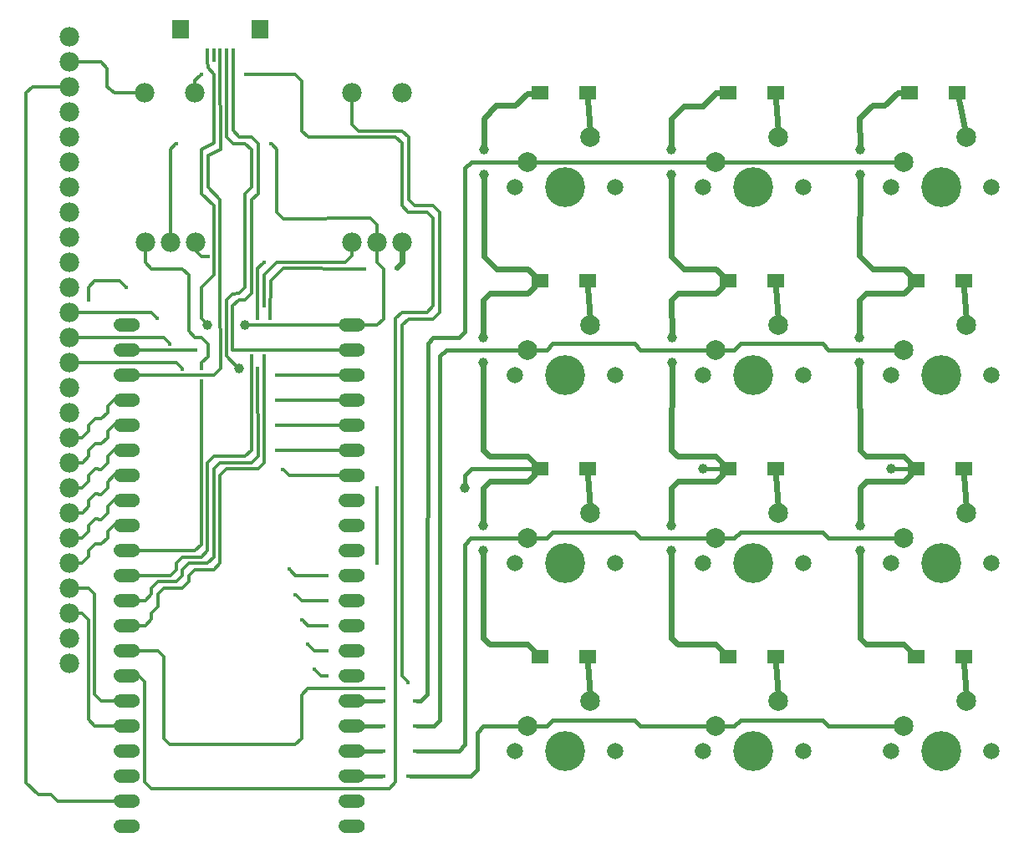
<source format=gtl>
G04 MADE WITH FRITZING*
G04 WWW.FRITZING.ORG*
G04 DOUBLE SIDED*
G04 HOLES PLATED*
G04 CONTOUR ON CENTER OF CONTOUR VECTOR*
%ASAXBY*%
%FSLAX23Y23*%
%MOIN*%
%OFA0B0*%
%SFA1.0B1.0*%
%ADD10C,0.078000*%
%ADD11C,0.015748*%
%ADD12C,0.039370*%
%ADD13C,0.052000*%
%ADD14C,0.078639*%
%ADD15C,0.158908*%
%ADD16C,0.065278*%
%ADD17R,0.069685X0.057874*%
%ADD18R,0.013780X0.055118*%
%ADD19R,0.070866X0.074803*%
%ADD20C,0.012000*%
%ADD21C,0.024000*%
%ADD22C,0.016000*%
%ADD23R,0.001000X0.001000*%
%LNCOPPER1*%
G90*
G70*
G54D10*
X596Y2979D03*
X796Y2979D03*
X797Y2385D03*
X697Y2385D03*
X597Y2385D03*
X1421Y2979D03*
X1621Y2979D03*
X1622Y2385D03*
X1522Y2385D03*
X1422Y2385D03*
G54D11*
X722Y2778D03*
X1097Y2778D03*
X797Y1954D03*
X646Y2079D03*
X696Y1978D03*
X746Y1878D03*
X1146Y1478D03*
X1122Y1553D03*
X1122Y1655D03*
X1122Y1754D03*
X1122Y1853D03*
X1646Y628D03*
X1547Y604D03*
X1646Y254D03*
X1547Y254D03*
X1672Y353D03*
X1547Y353D03*
X1672Y454D03*
X1547Y454D03*
X1547Y554D03*
X1672Y554D03*
X1321Y653D03*
X1271Y679D03*
X1321Y753D03*
X1246Y779D03*
X1321Y854D03*
X1222Y878D03*
X1321Y954D03*
X1196Y978D03*
X1321Y1054D03*
X1172Y1079D03*
X1521Y1103D03*
X1521Y1404D03*
X821Y3054D03*
X997Y3054D03*
X821Y1829D03*
X822Y1879D03*
X1472Y2278D03*
X1597Y2279D03*
X1046Y2079D03*
X1071Y2129D03*
X1096Y2079D03*
X1021Y1929D03*
X1046Y1879D03*
X1071Y1929D03*
X1072Y2304D03*
X847Y2328D03*
X372Y2153D03*
X522Y2203D03*
G54D10*
X296Y704D03*
X296Y804D03*
X296Y904D03*
X296Y1004D03*
X296Y1104D03*
X296Y1204D03*
X296Y1304D03*
X296Y1404D03*
X296Y1504D03*
X296Y1604D03*
X296Y1704D03*
X296Y1804D03*
X296Y1904D03*
X296Y2004D03*
X296Y2104D03*
X296Y2204D03*
X296Y2304D03*
X296Y2404D03*
X296Y2504D03*
X296Y2604D03*
X296Y2704D03*
X296Y2804D03*
X296Y2904D03*
X296Y3004D03*
X296Y3104D03*
X296Y3204D03*
G54D12*
X1947Y2754D03*
X1948Y2652D03*
X2695Y2652D03*
X2695Y2754D03*
X3447Y2654D03*
X3447Y2754D03*
X1946Y1903D03*
X2697Y1903D03*
X3446Y1903D03*
X3446Y2005D03*
X2697Y2005D03*
X1946Y2005D03*
X3448Y1254D03*
X3448Y1153D03*
X2695Y1254D03*
X2695Y1153D03*
X1946Y1254D03*
X1946Y1153D03*
X2822Y1479D03*
X3572Y1479D03*
G54D13*
X521Y2054D03*
X521Y1954D03*
X521Y1854D03*
X521Y1754D03*
X521Y1654D03*
X521Y1554D03*
X521Y1454D03*
X521Y1354D03*
X521Y1254D03*
X521Y1154D03*
X521Y1054D03*
X521Y954D03*
X521Y854D03*
X521Y754D03*
X521Y654D03*
X521Y554D03*
X521Y454D03*
X521Y354D03*
X521Y254D03*
X521Y154D03*
X521Y54D03*
X1421Y54D03*
X1421Y154D03*
X1421Y254D03*
X1421Y354D03*
X1421Y454D03*
X1421Y554D03*
X1421Y654D03*
X1421Y754D03*
X1421Y854D03*
X1421Y954D03*
X1421Y1054D03*
X1421Y1154D03*
X1421Y1254D03*
X1421Y1354D03*
X1421Y1454D03*
X1421Y1554D03*
X1421Y1654D03*
X1421Y1754D03*
X1421Y1854D03*
X1421Y1954D03*
X1421Y2054D03*
G54D14*
X2121Y2704D03*
X2371Y2804D03*
G54D15*
X2271Y2604D03*
G54D16*
X2071Y2604D03*
X2471Y2604D03*
G54D14*
X2871Y2704D03*
X3121Y2804D03*
G54D15*
X3021Y2604D03*
G54D16*
X2821Y2604D03*
X3221Y2604D03*
G54D14*
X3621Y2704D03*
X3871Y2804D03*
G54D15*
X3771Y2604D03*
G54D16*
X3571Y2604D03*
X3971Y2604D03*
G54D14*
X2121Y1954D03*
X2371Y2054D03*
G54D15*
X2271Y1854D03*
G54D16*
X2071Y1854D03*
X2471Y1854D03*
G54D14*
X2871Y1954D03*
X3121Y2054D03*
G54D15*
X3021Y1854D03*
G54D16*
X2821Y1854D03*
X3221Y1854D03*
G54D14*
X3621Y1954D03*
X3871Y2054D03*
G54D15*
X3771Y1854D03*
G54D16*
X3571Y1854D03*
X3971Y1854D03*
G54D14*
X2121Y1204D03*
X2371Y1304D03*
G54D15*
X2271Y1104D03*
G54D16*
X2071Y1104D03*
X2471Y1104D03*
G54D14*
X2871Y1204D03*
X3121Y1304D03*
G54D15*
X3021Y1104D03*
G54D16*
X2821Y1104D03*
X3221Y1104D03*
G54D14*
X3621Y1204D03*
X3871Y1304D03*
G54D15*
X3771Y1104D03*
G54D16*
X3571Y1104D03*
X3971Y1104D03*
G54D14*
X2121Y454D03*
X2371Y554D03*
G54D15*
X2271Y354D03*
G54D16*
X2071Y354D03*
X2471Y354D03*
G54D14*
X2871Y454D03*
X3121Y554D03*
G54D15*
X3021Y354D03*
G54D16*
X2821Y354D03*
X3221Y354D03*
G54D14*
X3621Y454D03*
X3871Y554D03*
G54D15*
X3771Y354D03*
G54D16*
X3571Y354D03*
X3971Y354D03*
G54D12*
X996Y2054D03*
X846Y2054D03*
X971Y1879D03*
X1871Y1403D03*
G54D17*
X3860Y729D03*
X3671Y729D03*
X3110Y729D03*
X2921Y729D03*
X2360Y729D03*
X2171Y729D03*
X3860Y1479D03*
X3671Y1479D03*
X3110Y1479D03*
X2921Y1479D03*
X2360Y1479D03*
X2171Y1479D03*
X3860Y2229D03*
X3671Y2229D03*
X3110Y2229D03*
X2921Y2229D03*
X2360Y2229D03*
X2171Y2229D03*
X3835Y2979D03*
X3646Y2979D03*
X3110Y2979D03*
X2921Y2979D03*
X2360Y2979D03*
X2171Y2979D03*
G54D18*
X947Y3129D03*
X845Y3129D03*
X921Y3129D03*
X896Y3129D03*
X870Y3129D03*
G54D19*
X1053Y3233D03*
X738Y3233D03*
G54D20*
X1647Y2554D02*
X1647Y2803D01*
D02*
X1647Y2078D02*
X1746Y2078D01*
D02*
X1746Y2078D02*
X1771Y2103D01*
D02*
X1771Y2103D02*
X1771Y2504D01*
D02*
X1771Y2504D02*
X1746Y2529D01*
D02*
X1746Y2529D02*
X1672Y2529D01*
D02*
X1672Y2529D02*
X1647Y2554D01*
D02*
X1647Y2803D02*
X1621Y2828D01*
D02*
X1621Y2828D02*
X1448Y2828D01*
D02*
X1448Y2828D02*
X1422Y2853D01*
D02*
X1422Y2853D02*
X1422Y2960D01*
D02*
X1622Y653D02*
X1622Y2054D01*
D02*
X1622Y2054D02*
X1647Y2078D01*
D02*
X1641Y634D02*
X1622Y653D01*
D02*
X1121Y2504D02*
X1122Y2753D01*
D02*
X1147Y2478D02*
X1121Y2503D01*
D02*
X1122Y2753D02*
X1103Y2772D01*
D02*
X1496Y2479D02*
X1147Y2478D01*
D02*
X1522Y2453D02*
X1496Y2479D01*
D02*
X716Y2772D02*
X697Y2753D01*
D02*
X697Y2753D02*
X697Y2404D01*
D02*
X1522Y2404D02*
X1522Y2453D01*
D02*
X1522Y2054D02*
X1547Y2078D01*
D02*
X1547Y2078D02*
X1548Y2278D01*
D02*
X1548Y2278D02*
X1522Y2304D01*
D02*
X1522Y2304D02*
X1522Y2366D01*
D02*
X1440Y2054D02*
X1522Y2054D01*
D02*
X147Y3004D02*
X121Y2979D01*
D02*
X277Y3004D02*
X147Y3004D01*
D02*
X172Y179D02*
X221Y179D01*
D02*
X221Y179D02*
X247Y153D01*
D02*
X247Y153D02*
X502Y154D01*
D02*
X121Y2979D02*
X121Y228D01*
D02*
X121Y228D02*
X172Y179D01*
D02*
X315Y1304D02*
X347Y1304D01*
D02*
X315Y1404D02*
X346Y1404D01*
D02*
X315Y1504D02*
X347Y1504D01*
D02*
X346Y1604D02*
X372Y1629D01*
D02*
X397Y1579D02*
X421Y1579D01*
D02*
X397Y1679D02*
X421Y1679D01*
D02*
X372Y1654D02*
X397Y1679D01*
D02*
X372Y1629D02*
X372Y1654D01*
D02*
X372Y1554D02*
X397Y1579D01*
D02*
X372Y1529D02*
X372Y1554D01*
D02*
X315Y1604D02*
X346Y1604D01*
D02*
X347Y1504D02*
X372Y1529D01*
D02*
X346Y1404D02*
X372Y1429D01*
D02*
X372Y1429D02*
X372Y1454D01*
D02*
X372Y1454D02*
X397Y1479D01*
D02*
X397Y1479D02*
X421Y1478D01*
D02*
X397Y1379D02*
X421Y1378D01*
D02*
X372Y1354D02*
X397Y1379D01*
D02*
X372Y1329D02*
X372Y1354D01*
D02*
X347Y1304D02*
X372Y1329D01*
D02*
X421Y1378D02*
X447Y1404D01*
D02*
X447Y1404D02*
X447Y1428D01*
D02*
X447Y1428D02*
X471Y1454D01*
D02*
X471Y1454D02*
X502Y1454D01*
D02*
X421Y1478D02*
X447Y1504D01*
D02*
X447Y1504D02*
X447Y1529D01*
D02*
X447Y1529D02*
X471Y1554D01*
D02*
X471Y1554D02*
X502Y1554D01*
D02*
X421Y1579D02*
X447Y1604D01*
D02*
X447Y1604D02*
X447Y1629D01*
D02*
X447Y1629D02*
X471Y1653D01*
D02*
X471Y1653D02*
X502Y1654D01*
D02*
X421Y1679D02*
X447Y1703D01*
D02*
X447Y1703D02*
X447Y1729D01*
D02*
X447Y1729D02*
X471Y1753D01*
D02*
X471Y1753D02*
X502Y1754D01*
D02*
X315Y904D02*
X346Y903D01*
D02*
X315Y1004D02*
X371Y1003D01*
D02*
X422Y554D02*
X502Y554D01*
D02*
X396Y579D02*
X422Y554D01*
D02*
X396Y454D02*
X502Y454D01*
D02*
X371Y479D02*
X396Y454D01*
D02*
X371Y878D02*
X371Y479D01*
D02*
X346Y903D02*
X371Y878D01*
D02*
X396Y979D02*
X396Y579D01*
D02*
X371Y1003D02*
X396Y979D01*
D02*
X372Y2161D02*
X372Y2203D01*
D02*
X372Y2203D02*
X396Y2229D01*
D02*
X396Y2229D02*
X496Y2229D01*
D02*
X1005Y3054D02*
X1196Y3054D01*
D02*
X596Y229D02*
X596Y629D01*
D02*
X596Y629D02*
X571Y653D01*
D02*
X571Y653D02*
X540Y654D01*
D02*
X622Y205D02*
X596Y229D01*
D02*
X1571Y204D02*
X622Y205D01*
D02*
X1596Y2079D02*
X1596Y229D01*
D02*
X1621Y2104D02*
X1596Y2079D01*
D02*
X1746Y2129D02*
X1721Y2104D01*
D02*
X1721Y2104D02*
X1621Y2104D01*
D02*
X1746Y2479D02*
X1746Y2129D01*
D02*
X1721Y2504D02*
X1746Y2479D01*
D02*
X1646Y2504D02*
X1721Y2504D01*
D02*
X1621Y2529D02*
X1646Y2504D01*
D02*
X1596Y229D02*
X1571Y204D01*
D02*
X1621Y2780D02*
X1621Y2529D01*
D02*
X1596Y2803D02*
X1621Y2780D01*
D02*
X1247Y2803D02*
X1596Y2803D01*
D02*
X1222Y2828D02*
X1247Y2803D01*
D02*
X1221Y3028D02*
X1222Y2828D01*
D02*
X1196Y3054D02*
X1221Y3028D01*
D02*
X496Y2229D02*
X516Y2209D01*
D02*
X789Y1954D02*
X540Y1954D01*
D02*
X722Y1904D02*
X740Y1884D01*
D02*
X672Y2004D02*
X690Y1984D01*
D02*
X622Y2104D02*
X640Y2085D01*
D02*
X315Y1904D02*
X722Y1904D01*
D02*
X315Y2004D02*
X672Y2004D01*
D02*
X315Y2104D02*
X622Y2104D01*
D02*
X1129Y1754D02*
X1402Y1754D01*
D02*
X1129Y1655D02*
X1402Y1654D01*
D02*
X1129Y1553D02*
X1402Y1554D01*
D02*
X1321Y1454D02*
X1402Y1454D01*
D02*
X1152Y1473D02*
X1172Y1454D01*
D02*
X1172Y1454D02*
X1321Y1454D01*
D02*
X1129Y1854D02*
X1402Y1854D01*
D02*
X1277Y673D02*
X1297Y653D01*
D02*
X1251Y773D02*
X1271Y753D01*
D02*
X1227Y873D02*
X1246Y854D01*
D02*
X1202Y973D02*
X1222Y954D01*
D02*
X1177Y1074D02*
X1196Y1054D01*
D02*
X1297Y653D02*
X1313Y653D01*
D02*
X1271Y753D02*
X1313Y753D01*
D02*
X1246Y854D02*
X1313Y854D01*
D02*
X1222Y954D02*
X1313Y954D01*
D02*
X771Y1029D02*
X746Y1004D01*
D02*
X771Y1054D02*
X771Y1029D01*
D02*
X796Y1078D02*
X771Y1054D01*
D02*
X871Y1078D02*
X796Y1078D01*
D02*
X896Y1103D02*
X871Y1078D01*
D02*
X896Y1454D02*
X896Y1103D01*
D02*
X921Y1479D02*
X896Y1454D01*
D02*
X746Y1004D02*
X672Y1004D01*
D02*
X672Y1004D02*
X647Y979D01*
D02*
X647Y979D02*
X647Y929D01*
D02*
X647Y929D02*
X622Y904D01*
D02*
X622Y904D02*
X622Y879D01*
D02*
X622Y879D02*
X597Y854D01*
D02*
X597Y854D02*
X540Y854D01*
D02*
X996Y1529D02*
X871Y1529D01*
D02*
X871Y1529D02*
X846Y1504D01*
D02*
X846Y1504D02*
X846Y1153D01*
D02*
X846Y1153D02*
X821Y1128D01*
D02*
X821Y1128D02*
X746Y1128D01*
D02*
X746Y1128D02*
X722Y1103D01*
D02*
X722Y1103D02*
X722Y1078D01*
D02*
X722Y1078D02*
X697Y1054D01*
D02*
X1046Y2279D02*
X1046Y2087D01*
D02*
X1071Y1921D02*
X1072Y1504D01*
D02*
X1021Y1921D02*
X1022Y1554D01*
D02*
X1464Y2278D02*
X1147Y2279D01*
D02*
X822Y1904D02*
X822Y1887D01*
D02*
X847Y1928D02*
X822Y1904D01*
D02*
X847Y1978D02*
X847Y1928D01*
D02*
X822Y2004D02*
X847Y1978D01*
D02*
X796Y2004D02*
X822Y2004D01*
D02*
X771Y2029D02*
X796Y2004D01*
D02*
X771Y2253D02*
X771Y2029D01*
D02*
X746Y2278D02*
X771Y2253D01*
D02*
X621Y2278D02*
X746Y2278D01*
D02*
X597Y2303D02*
X621Y2278D01*
D02*
X1072Y1504D02*
X1047Y1479D01*
D02*
X1022Y1554D02*
X996Y1529D01*
D02*
X697Y1054D02*
X540Y1054D01*
D02*
X1066Y2298D02*
X1046Y2279D01*
D02*
X1047Y1479D02*
X921Y1479D01*
D02*
X1071Y2253D02*
X1071Y2137D01*
D02*
X1097Y2229D02*
X1096Y2087D01*
D02*
X1121Y2303D02*
X1071Y2253D01*
D02*
X1396Y2303D02*
X1121Y2303D01*
D02*
X1422Y2329D02*
X1396Y2303D01*
D02*
X1147Y2279D02*
X1097Y2229D01*
D02*
X597Y2366D02*
X597Y2303D01*
D02*
X1422Y2366D02*
X1422Y2329D01*
D02*
X1521Y1396D02*
X1521Y1111D01*
D02*
X1196Y1054D02*
X1313Y1054D01*
D02*
X1196Y379D02*
X696Y379D01*
D02*
X696Y379D02*
X672Y403D01*
D02*
X672Y403D02*
X672Y729D01*
D02*
X672Y729D02*
X647Y754D01*
D02*
X647Y754D02*
X540Y754D01*
D02*
X1220Y403D02*
X1196Y379D01*
D02*
X1222Y578D02*
X1220Y403D01*
D02*
X1245Y604D02*
X1222Y578D01*
D02*
X1539Y604D02*
X1245Y604D01*
D02*
X597Y954D02*
X622Y979D01*
D02*
X622Y979D02*
X622Y1004D01*
D02*
X622Y1004D02*
X647Y1029D01*
D02*
X647Y1029D02*
X722Y1029D01*
D02*
X722Y1029D02*
X746Y1054D01*
D02*
X746Y1054D02*
X746Y1078D01*
D02*
X746Y1078D02*
X771Y1103D01*
D02*
X771Y1103D02*
X846Y1103D01*
D02*
X846Y1103D02*
X871Y1128D01*
D02*
X871Y1128D02*
X871Y1479D01*
D02*
X871Y1479D02*
X896Y1504D01*
D02*
X896Y1504D02*
X1022Y1504D01*
D02*
X1022Y1504D02*
X1047Y1529D01*
D02*
X796Y2354D02*
X796Y2366D01*
D02*
X822Y2328D02*
X796Y2354D01*
G54D21*
D02*
X1622Y2303D02*
X1622Y2366D01*
D02*
X1602Y2284D02*
X1622Y2303D01*
G54D20*
D02*
X839Y2328D02*
X822Y2328D01*
D02*
X821Y1178D02*
X821Y1821D01*
D02*
X796Y1154D02*
X821Y1178D01*
D02*
X540Y1154D02*
X796Y1154D01*
D02*
X1047Y1529D02*
X1046Y1871D01*
D02*
X540Y954D02*
X597Y954D01*
D02*
X422Y3103D02*
X445Y3078D01*
D02*
X473Y2980D02*
X577Y2979D01*
D02*
X445Y3005D02*
X473Y2980D01*
D02*
X445Y3078D02*
X445Y3005D01*
D02*
X315Y3104D02*
X422Y3103D01*
D02*
X315Y1204D02*
X346Y1203D01*
D02*
X397Y1279D02*
X422Y1278D01*
D02*
X372Y1254D02*
X397Y1279D01*
D02*
X372Y1229D02*
X372Y1254D01*
D02*
X346Y1203D02*
X372Y1229D01*
D02*
X422Y1278D02*
X447Y1304D01*
D02*
X447Y1304D02*
X447Y1329D01*
D02*
X447Y1329D02*
X471Y1354D01*
D02*
X315Y1104D02*
X346Y1104D01*
D02*
X397Y1179D02*
X422Y1179D01*
D02*
X372Y1154D02*
X397Y1179D01*
D02*
X372Y1129D02*
X372Y1154D01*
D02*
X346Y1104D02*
X372Y1129D01*
D02*
X422Y1179D02*
X447Y1204D01*
D02*
X447Y1204D02*
X447Y1229D01*
D02*
X447Y1229D02*
X471Y1253D01*
D02*
X471Y1253D02*
X502Y1254D01*
D02*
X471Y1354D02*
X502Y1354D01*
G54D21*
D02*
X1947Y2878D02*
X1995Y2929D01*
D02*
X1995Y2929D02*
X2070Y2929D01*
D02*
X2070Y2929D02*
X2121Y2978D01*
D02*
X2121Y2978D02*
X2142Y2978D01*
D02*
X1947Y2762D02*
X1947Y2878D01*
D02*
X2362Y2955D02*
X2370Y2822D01*
D02*
X3867Y2822D02*
X3840Y2955D01*
D02*
X3112Y2955D02*
X3120Y2822D01*
D02*
X2696Y2878D02*
X2695Y2762D01*
D02*
X2746Y2928D02*
X2696Y2878D01*
D02*
X2822Y2928D02*
X2746Y2928D01*
D02*
X2892Y2979D02*
X2870Y2979D01*
D02*
X2870Y2979D02*
X2822Y2928D01*
D02*
X2870Y2278D02*
X2746Y2278D01*
D02*
X2746Y2278D02*
X2696Y2328D01*
D02*
X2696Y2328D02*
X2695Y2645D01*
D02*
X2897Y2252D02*
X2870Y2278D01*
D02*
X2122Y2278D02*
X2148Y2252D01*
D02*
X1997Y2278D02*
X2122Y2278D01*
D02*
X1947Y2328D02*
X1997Y2278D01*
D02*
X1948Y2644D02*
X1947Y2328D01*
D02*
X2362Y1455D02*
X2370Y1322D01*
D02*
X3112Y1455D02*
X3120Y1322D01*
D02*
X3862Y1455D02*
X3870Y1322D01*
D02*
X2362Y2205D02*
X2370Y2072D01*
D02*
X3112Y2205D02*
X3120Y2072D01*
D02*
X3862Y2205D02*
X3870Y2072D01*
D02*
X3597Y2979D02*
X3617Y2979D01*
D02*
X3546Y2929D02*
X3597Y2979D01*
D02*
X3497Y2929D02*
X3546Y2929D01*
D02*
X3446Y2879D02*
X3497Y2929D01*
D02*
X3621Y2278D02*
X3497Y2278D01*
D02*
X3497Y2278D02*
X3446Y2329D01*
D02*
X3648Y2252D02*
X3621Y2278D01*
D02*
X3446Y2329D02*
X3447Y2646D01*
D02*
X3447Y2762D02*
X3446Y2879D01*
D02*
X2722Y1429D02*
X2696Y1404D01*
D02*
X2696Y1404D02*
X2695Y1262D01*
D02*
X2872Y1429D02*
X2722Y1429D01*
D02*
X2122Y779D02*
X1972Y779D01*
D02*
X1972Y779D02*
X1946Y804D01*
D02*
X1946Y804D02*
X1946Y1145D01*
D02*
X1946Y1404D02*
X1946Y1262D01*
D02*
X1972Y1429D02*
X1946Y1404D01*
D02*
X2122Y1429D02*
X1972Y1429D01*
D02*
X2898Y1455D02*
X2872Y1429D01*
D02*
X2171Y729D02*
X2172Y729D01*
D02*
X2172Y729D02*
X2122Y779D01*
D02*
X2148Y1455D02*
X2122Y1429D01*
G54D22*
D02*
X1897Y1479D02*
X2142Y1479D01*
D02*
X1871Y1453D02*
X1897Y1479D01*
D02*
X1871Y1411D02*
X1871Y1453D01*
D02*
X2830Y1479D02*
X2892Y1479D01*
D02*
X3580Y1479D02*
X3642Y1479D01*
G54D21*
D02*
X3621Y779D02*
X3472Y779D01*
D02*
X3472Y779D02*
X3447Y804D01*
D02*
X3447Y804D02*
X3448Y1145D01*
D02*
X3447Y1404D02*
X3472Y1429D01*
D02*
X3472Y1429D02*
X3621Y1429D01*
D02*
X3621Y1429D02*
X3647Y1455D01*
D02*
X2722Y779D02*
X2696Y804D01*
D02*
X2872Y779D02*
X2722Y779D01*
D02*
X2122Y1529D02*
X2148Y1502D01*
D02*
X1972Y1529D02*
X2122Y1529D01*
D02*
X1946Y1554D02*
X1972Y1529D01*
D02*
X1946Y2154D02*
X1972Y2179D01*
D02*
X1972Y2179D02*
X2122Y2179D01*
D02*
X2122Y2179D02*
X2148Y2205D01*
D02*
X1946Y1895D02*
X1946Y1554D01*
D02*
X1946Y2012D02*
X1946Y2154D01*
D02*
X3448Y1262D02*
X3447Y1404D01*
D02*
X3648Y752D02*
X3621Y779D01*
D02*
X2898Y752D02*
X2872Y779D01*
D02*
X2696Y804D02*
X2695Y1145D01*
D02*
X3621Y1529D02*
X3648Y1502D01*
D02*
X3472Y1529D02*
X3621Y1529D01*
D02*
X3447Y1554D02*
X3472Y1529D01*
D02*
X2872Y1529D02*
X2898Y1502D01*
D02*
X2722Y1529D02*
X2872Y1529D01*
D02*
X2696Y1554D02*
X2722Y1529D01*
D02*
X2696Y2154D02*
X2697Y2012D01*
D02*
X2722Y2179D02*
X2696Y2154D01*
D02*
X2872Y2179D02*
X2722Y2179D01*
D02*
X3472Y2179D02*
X3446Y2154D01*
D02*
X3620Y2179D02*
X3472Y2179D01*
D02*
X3648Y2205D02*
X3620Y2179D01*
D02*
X3446Y2154D02*
X3446Y2012D01*
D02*
X3446Y1895D02*
X3447Y1554D01*
D02*
X2697Y1895D02*
X2696Y1554D01*
D02*
X2898Y2205D02*
X2872Y2179D01*
D02*
X3870Y572D02*
X3862Y705D01*
D02*
X2370Y572D02*
X2362Y705D01*
D02*
X3120Y572D02*
X3112Y705D01*
G54D22*
D02*
X1539Y254D02*
X1440Y254D01*
D02*
X1895Y253D02*
X1654Y254D01*
D02*
X1921Y428D02*
X1921Y279D01*
D02*
X1746Y2002D02*
X1723Y1980D01*
D02*
X1723Y1980D02*
X1720Y579D01*
D02*
X1871Y2679D02*
X1871Y2028D01*
D02*
X1871Y2028D02*
X1847Y2004D01*
D02*
X1847Y2004D02*
X1746Y2002D01*
D02*
X1720Y579D02*
X1696Y554D01*
D02*
X1539Y554D02*
X1440Y554D01*
D02*
X1696Y554D02*
X1680Y554D01*
D02*
X1539Y454D02*
X1440Y454D01*
D02*
X1747Y453D02*
X1680Y454D01*
D02*
X1772Y478D02*
X1747Y453D01*
D02*
X1772Y1930D02*
X1772Y478D01*
D02*
X1870Y1177D02*
X1870Y380D01*
D02*
X1870Y380D02*
X1848Y355D01*
D02*
X1539Y353D02*
X1440Y354D01*
D02*
X1848Y355D02*
X1680Y353D01*
D02*
X1946Y453D02*
X1921Y428D01*
D02*
X1921Y279D02*
X1895Y253D01*
D02*
X1895Y1203D02*
X1870Y1177D01*
D02*
X1797Y1952D02*
X1772Y1930D01*
D02*
X1897Y2703D02*
X1871Y2679D01*
D02*
X2103Y2704D02*
X1897Y2703D01*
D02*
X2103Y1954D02*
X1797Y1952D01*
D02*
X2103Y1204D02*
X1895Y1203D01*
D02*
X2103Y454D02*
X1946Y453D01*
D02*
X3322Y1954D02*
X3603Y1954D01*
D02*
X3297Y1979D02*
X3322Y1954D01*
D02*
X2972Y1979D02*
X3297Y1979D01*
D02*
X2946Y1954D02*
X2972Y1979D01*
D02*
X2890Y1954D02*
X2946Y1954D01*
D02*
X3322Y1204D02*
X3603Y1204D01*
D02*
X3297Y1228D02*
X3322Y1204D01*
D02*
X2972Y1228D02*
X3297Y1228D01*
D02*
X2946Y1204D02*
X2972Y1228D01*
D02*
X2890Y1204D02*
X2946Y1204D01*
D02*
X2571Y1204D02*
X2853Y1204D01*
D02*
X2547Y1228D02*
X2571Y1204D01*
D02*
X2222Y1228D02*
X2547Y1228D01*
D02*
X2197Y1204D02*
X2222Y1228D01*
D02*
X2140Y1204D02*
X2197Y1204D01*
D02*
X3322Y453D02*
X3603Y454D01*
D02*
X3297Y478D02*
X3322Y453D01*
D02*
X2972Y478D02*
X3297Y478D01*
D02*
X2946Y453D02*
X2972Y478D01*
D02*
X2890Y454D02*
X2946Y453D01*
D02*
X2571Y453D02*
X2853Y454D01*
D02*
X2547Y478D02*
X2571Y453D01*
D02*
X2222Y478D02*
X2547Y478D01*
D02*
X2197Y453D02*
X2222Y478D01*
D02*
X2140Y454D02*
X2197Y453D01*
D02*
X2890Y2704D02*
X3603Y2704D01*
D02*
X2140Y2704D02*
X2853Y2704D01*
D02*
X2571Y1954D02*
X2853Y1954D01*
D02*
X2547Y1979D02*
X2571Y1954D01*
D02*
X2222Y1979D02*
X2547Y1979D01*
D02*
X2197Y1954D02*
X2222Y1979D01*
D02*
X2140Y1954D02*
X2197Y1954D01*
G54D20*
D02*
X1402Y2054D02*
X1004Y2054D01*
D02*
X871Y2779D02*
X871Y3053D01*
D02*
X822Y2754D02*
X871Y2779D01*
D02*
X871Y2529D02*
X822Y2578D01*
D02*
X822Y2578D02*
X822Y2754D01*
D02*
X847Y3080D02*
X846Y3107D01*
D02*
X871Y3053D02*
X847Y3080D01*
D02*
X821Y2079D02*
X821Y2204D01*
D02*
X841Y2059D02*
X821Y2079D01*
D02*
X896Y2554D02*
X847Y2603D01*
D02*
X847Y2729D02*
X897Y2754D01*
D02*
X847Y2603D02*
X847Y2729D01*
D02*
X897Y2754D02*
X896Y3107D01*
D02*
X897Y1879D02*
X896Y2204D01*
D02*
X872Y1854D02*
X897Y1879D01*
D02*
X540Y1854D02*
X872Y1854D01*
D02*
X1021Y2604D02*
X1021Y2753D01*
D02*
X1021Y2753D02*
X996Y2778D01*
D02*
X947Y2778D02*
X921Y2804D01*
D02*
X996Y2578D02*
X1021Y2604D01*
D02*
X921Y2804D02*
X921Y3107D01*
D02*
X996Y2778D02*
X947Y2778D01*
D02*
X922Y2155D02*
X946Y2178D01*
D02*
X922Y1929D02*
X922Y2155D01*
D02*
X946Y2178D02*
X972Y2180D01*
D02*
X996Y2204D02*
X996Y2578D01*
D02*
X972Y2180D02*
X996Y2204D01*
D02*
X966Y1884D02*
X922Y1929D01*
D02*
X996Y2153D02*
X1021Y2180D01*
D02*
X972Y2155D02*
X996Y2153D01*
D02*
X1021Y2180D02*
X1021Y2553D01*
D02*
X1047Y2578D02*
X1047Y2778D01*
D02*
X1021Y2553D02*
X1047Y2578D01*
D02*
X946Y1953D02*
X946Y2129D01*
D02*
X947Y2829D02*
X947Y3107D01*
D02*
X1047Y2778D02*
X1021Y2804D01*
D02*
X946Y2129D02*
X972Y2155D01*
D02*
X972Y2804D02*
X947Y2829D01*
D02*
X1021Y2804D02*
X972Y2804D01*
D02*
X1402Y1954D02*
X946Y1953D01*
D02*
X896Y2204D02*
X896Y2229D01*
D02*
X896Y2229D02*
X896Y2554D01*
D02*
X871Y2253D02*
X871Y2529D01*
D02*
X821Y2204D02*
X871Y2253D01*
D02*
X796Y3029D02*
X815Y3048D01*
D02*
X796Y2998D02*
X796Y3029D01*
G54D23*
X496Y2080D02*
X551Y2080D01*
X1392Y2080D02*
X1448Y2080D01*
X490Y2079D02*
X556Y2079D01*
X1387Y2079D02*
X1453Y2079D01*
X488Y2078D02*
X559Y2078D01*
X1385Y2078D02*
X1456Y2078D01*
X486Y2077D02*
X561Y2077D01*
X1383Y2077D02*
X1458Y2077D01*
X484Y2076D02*
X563Y2076D01*
X1381Y2076D02*
X1460Y2076D01*
X483Y2075D02*
X564Y2075D01*
X1379Y2075D02*
X1461Y2075D01*
X481Y2074D02*
X565Y2074D01*
X1378Y2074D02*
X1462Y2074D01*
X480Y2073D02*
X567Y2073D01*
X1377Y2073D02*
X1464Y2073D01*
X479Y2072D02*
X568Y2072D01*
X1376Y2072D02*
X1465Y2072D01*
X478Y2071D02*
X569Y2071D01*
X1375Y2071D02*
X1465Y2071D01*
X478Y2070D02*
X522Y2070D01*
X526Y2070D02*
X569Y2070D01*
X1374Y2070D02*
X1418Y2070D01*
X1422Y2070D02*
X1466Y2070D01*
X477Y2069D02*
X518Y2069D01*
X531Y2069D02*
X570Y2069D01*
X1374Y2069D02*
X1414Y2069D01*
X1427Y2069D02*
X1467Y2069D01*
X476Y2068D02*
X516Y2068D01*
X533Y2068D02*
X571Y2068D01*
X1373Y2068D02*
X1412Y2068D01*
X1429Y2068D02*
X1468Y2068D01*
X476Y2067D02*
X514Y2067D01*
X534Y2067D02*
X571Y2067D01*
X1372Y2067D02*
X1410Y2067D01*
X1430Y2067D02*
X1468Y2067D01*
X475Y2066D02*
X513Y2066D01*
X535Y2066D02*
X572Y2066D01*
X1372Y2066D02*
X1409Y2066D01*
X1431Y2066D02*
X1469Y2066D01*
X474Y2065D02*
X512Y2065D01*
X536Y2065D02*
X572Y2065D01*
X1371Y2065D02*
X1408Y2065D01*
X1432Y2065D02*
X1469Y2065D01*
X474Y2064D02*
X511Y2064D01*
X537Y2064D02*
X573Y2064D01*
X1371Y2064D02*
X1407Y2064D01*
X1433Y2064D02*
X1470Y2064D01*
X474Y2063D02*
X510Y2063D01*
X538Y2063D02*
X573Y2063D01*
X1370Y2063D02*
X1406Y2063D01*
X1434Y2063D02*
X1470Y2063D01*
X473Y2062D02*
X510Y2062D01*
X539Y2062D02*
X574Y2062D01*
X1370Y2062D02*
X1406Y2062D01*
X1435Y2062D02*
X1471Y2062D01*
X473Y2061D02*
X509Y2061D01*
X539Y2061D02*
X574Y2061D01*
X1370Y2061D02*
X1405Y2061D01*
X1435Y2061D02*
X1471Y2061D01*
X473Y2060D02*
X509Y2060D01*
X540Y2060D02*
X574Y2060D01*
X1370Y2060D02*
X1405Y2060D01*
X1436Y2060D02*
X1471Y2060D01*
X472Y2059D02*
X509Y2059D01*
X540Y2059D02*
X574Y2059D01*
X1369Y2059D02*
X1405Y2059D01*
X1436Y2059D02*
X1471Y2059D01*
X472Y2058D02*
X508Y2058D01*
X540Y2058D02*
X575Y2058D01*
X1369Y2058D02*
X1404Y2058D01*
X1436Y2058D02*
X1471Y2058D01*
X472Y2057D02*
X508Y2057D01*
X540Y2057D02*
X575Y2057D01*
X1369Y2057D02*
X1404Y2057D01*
X1436Y2057D02*
X1472Y2057D01*
X472Y2056D02*
X508Y2056D01*
X541Y2056D02*
X575Y2056D01*
X1369Y2056D02*
X1404Y2056D01*
X1437Y2056D02*
X1472Y2056D01*
X472Y2055D02*
X508Y2055D01*
X541Y2055D02*
X575Y2055D01*
X1369Y2055D02*
X1404Y2055D01*
X1437Y2055D02*
X1472Y2055D01*
X472Y2054D02*
X508Y2054D01*
X541Y2054D02*
X575Y2054D01*
X1369Y2054D02*
X1404Y2054D01*
X1437Y2054D02*
X1472Y2054D01*
X472Y2053D02*
X508Y2053D01*
X541Y2053D02*
X575Y2053D01*
X1369Y2053D02*
X1404Y2053D01*
X1437Y2053D02*
X1472Y2053D01*
X472Y2052D02*
X508Y2052D01*
X540Y2052D02*
X575Y2052D01*
X1369Y2052D02*
X1404Y2052D01*
X1437Y2052D02*
X1472Y2052D01*
X472Y2051D02*
X508Y2051D01*
X540Y2051D02*
X575Y2051D01*
X1369Y2051D02*
X1404Y2051D01*
X1436Y2051D02*
X1472Y2051D01*
X472Y2050D02*
X508Y2050D01*
X540Y2050D02*
X575Y2050D01*
X1369Y2050D02*
X1404Y2050D01*
X1436Y2050D02*
X1471Y2050D01*
X473Y2049D02*
X509Y2049D01*
X540Y2049D02*
X574Y2049D01*
X1369Y2049D02*
X1405Y2049D01*
X1436Y2049D02*
X1471Y2049D01*
X473Y2048D02*
X509Y2048D01*
X539Y2048D02*
X574Y2048D01*
X1370Y2048D02*
X1405Y2048D01*
X1436Y2048D02*
X1471Y2048D01*
X473Y2047D02*
X509Y2047D01*
X539Y2047D02*
X574Y2047D01*
X1370Y2047D02*
X1406Y2047D01*
X1435Y2047D02*
X1471Y2047D01*
X473Y2046D02*
X510Y2046D01*
X538Y2046D02*
X574Y2046D01*
X1370Y2046D02*
X1406Y2046D01*
X1434Y2046D02*
X1470Y2046D01*
X474Y2045D02*
X511Y2045D01*
X538Y2045D02*
X573Y2045D01*
X1371Y2045D02*
X1407Y2045D01*
X1434Y2045D02*
X1470Y2045D01*
X474Y2044D02*
X511Y2044D01*
X537Y2044D02*
X573Y2044D01*
X1371Y2044D02*
X1408Y2044D01*
X1433Y2044D02*
X1470Y2044D01*
X475Y2043D02*
X512Y2043D01*
X536Y2043D02*
X572Y2043D01*
X1371Y2043D02*
X1408Y2043D01*
X1432Y2043D02*
X1469Y2043D01*
X475Y2042D02*
X513Y2042D01*
X535Y2042D02*
X572Y2042D01*
X1372Y2042D02*
X1410Y2042D01*
X1431Y2042D02*
X1469Y2042D01*
X476Y2041D02*
X515Y2041D01*
X534Y2041D02*
X571Y2041D01*
X1373Y2041D02*
X1411Y2041D01*
X1430Y2041D02*
X1468Y2041D01*
X476Y2040D02*
X516Y2040D01*
X532Y2040D02*
X571Y2040D01*
X1373Y2040D02*
X1413Y2040D01*
X1428Y2040D02*
X1468Y2040D01*
X477Y2039D02*
X519Y2039D01*
X529Y2039D02*
X570Y2039D01*
X1374Y2039D02*
X1415Y2039D01*
X1426Y2039D02*
X1467Y2039D01*
X478Y2038D02*
X569Y2038D01*
X1375Y2038D02*
X1466Y2038D01*
X479Y2037D02*
X568Y2037D01*
X1375Y2037D02*
X1465Y2037D01*
X479Y2036D02*
X568Y2036D01*
X1376Y2036D02*
X1464Y2036D01*
X480Y2035D02*
X566Y2035D01*
X1377Y2035D02*
X1463Y2035D01*
X482Y2034D02*
X565Y2034D01*
X1379Y2034D02*
X1462Y2034D01*
X483Y2033D02*
X564Y2033D01*
X1380Y2033D02*
X1461Y2033D01*
X484Y2032D02*
X562Y2032D01*
X1381Y2032D02*
X1459Y2032D01*
X486Y2031D02*
X561Y2031D01*
X1383Y2031D02*
X1457Y2031D01*
X488Y2030D02*
X559Y2030D01*
X1385Y2030D02*
X1455Y2030D01*
X491Y2029D02*
X555Y2029D01*
X1388Y2029D02*
X1452Y2029D01*
X495Y1980D02*
X551Y1980D01*
X1392Y1980D02*
X1448Y1980D01*
X490Y1979D02*
X556Y1979D01*
X1387Y1979D02*
X1453Y1979D01*
X488Y1978D02*
X559Y1978D01*
X1385Y1978D02*
X1456Y1978D01*
X486Y1977D02*
X561Y1977D01*
X1383Y1977D02*
X1458Y1977D01*
X484Y1976D02*
X563Y1976D01*
X1381Y1976D02*
X1460Y1976D01*
X483Y1975D02*
X564Y1975D01*
X1379Y1975D02*
X1461Y1975D01*
X481Y1974D02*
X565Y1974D01*
X1378Y1974D02*
X1462Y1974D01*
X480Y1973D02*
X567Y1973D01*
X1377Y1973D02*
X1464Y1973D01*
X479Y1972D02*
X568Y1972D01*
X1376Y1972D02*
X1465Y1972D01*
X478Y1971D02*
X568Y1971D01*
X1375Y1971D02*
X1465Y1971D01*
X477Y1970D02*
X521Y1970D01*
X527Y1970D02*
X569Y1970D01*
X1374Y1970D02*
X1417Y1970D01*
X1423Y1970D02*
X1466Y1970D01*
X477Y1969D02*
X517Y1969D01*
X531Y1969D02*
X570Y1969D01*
X1374Y1969D02*
X1414Y1969D01*
X1427Y1969D02*
X1467Y1969D01*
X476Y1968D02*
X515Y1968D01*
X533Y1968D02*
X571Y1968D01*
X1373Y1968D02*
X1412Y1968D01*
X1429Y1968D02*
X1468Y1968D01*
X475Y1967D02*
X514Y1967D01*
X534Y1967D02*
X571Y1967D01*
X1372Y1967D02*
X1410Y1967D01*
X1431Y1967D02*
X1468Y1967D01*
X475Y1966D02*
X513Y1966D01*
X536Y1966D02*
X572Y1966D01*
X1372Y1966D02*
X1409Y1966D01*
X1432Y1966D02*
X1469Y1966D01*
X474Y1965D02*
X512Y1965D01*
X537Y1965D02*
X572Y1965D01*
X1371Y1965D02*
X1408Y1965D01*
X1433Y1965D02*
X1469Y1965D01*
X474Y1964D02*
X511Y1964D01*
X537Y1964D02*
X573Y1964D01*
X1371Y1964D02*
X1407Y1964D01*
X1434Y1964D02*
X1470Y1964D01*
X473Y1963D02*
X510Y1963D01*
X538Y1963D02*
X573Y1963D01*
X1370Y1963D02*
X1406Y1963D01*
X1434Y1963D02*
X1470Y1963D01*
X473Y1962D02*
X509Y1962D01*
X539Y1962D02*
X574Y1962D01*
X1370Y1962D02*
X1406Y1962D01*
X1435Y1962D02*
X1471Y1962D01*
X473Y1961D02*
X509Y1961D01*
X539Y1961D02*
X574Y1961D01*
X1370Y1961D02*
X1405Y1961D01*
X1435Y1961D02*
X1471Y1961D01*
X473Y1960D02*
X509Y1960D01*
X540Y1960D02*
X574Y1960D01*
X1370Y1960D02*
X1405Y1960D01*
X1436Y1960D02*
X1471Y1960D01*
X472Y1959D02*
X508Y1959D01*
X540Y1959D02*
X574Y1959D01*
X1369Y1959D02*
X1404Y1959D01*
X1436Y1959D02*
X1471Y1959D01*
X472Y1958D02*
X508Y1958D01*
X540Y1958D02*
X575Y1958D01*
X1369Y1958D02*
X1404Y1958D01*
X1436Y1958D02*
X1471Y1958D01*
X472Y1957D02*
X508Y1957D01*
X541Y1957D02*
X575Y1957D01*
X1369Y1957D02*
X1404Y1957D01*
X1437Y1957D02*
X1472Y1957D01*
X472Y1956D02*
X508Y1956D01*
X541Y1956D02*
X575Y1956D01*
X1369Y1956D02*
X1404Y1956D01*
X1437Y1956D02*
X1472Y1956D01*
X472Y1955D02*
X507Y1955D01*
X541Y1955D02*
X575Y1955D01*
X1369Y1955D02*
X1404Y1955D01*
X1437Y1955D02*
X1472Y1955D01*
X472Y1954D02*
X507Y1954D01*
X541Y1954D02*
X575Y1954D01*
X1369Y1954D02*
X1404Y1954D01*
X1437Y1954D02*
X1472Y1954D01*
X472Y1953D02*
X508Y1953D01*
X541Y1953D02*
X575Y1953D01*
X1369Y1953D02*
X1404Y1953D01*
X1437Y1953D02*
X1472Y1953D01*
X472Y1952D02*
X508Y1952D01*
X541Y1952D02*
X575Y1952D01*
X1369Y1952D02*
X1404Y1952D01*
X1437Y1952D02*
X1472Y1952D01*
X472Y1951D02*
X508Y1951D01*
X540Y1951D02*
X575Y1951D01*
X1369Y1951D02*
X1404Y1951D01*
X1437Y1951D02*
X1472Y1951D01*
X472Y1950D02*
X508Y1950D01*
X540Y1950D02*
X574Y1950D01*
X1369Y1950D02*
X1404Y1950D01*
X1436Y1950D02*
X1471Y1950D01*
X472Y1949D02*
X508Y1949D01*
X540Y1949D02*
X574Y1949D01*
X1369Y1949D02*
X1405Y1949D01*
X1436Y1949D02*
X1471Y1949D01*
X473Y1948D02*
X509Y1948D01*
X540Y1948D02*
X574Y1948D01*
X1370Y1948D02*
X1405Y1948D01*
X1436Y1948D02*
X1471Y1948D01*
X473Y1947D02*
X509Y1947D01*
X539Y1947D02*
X574Y1947D01*
X1370Y1947D02*
X1405Y1947D01*
X1435Y1947D02*
X1471Y1947D01*
X473Y1946D02*
X510Y1946D01*
X539Y1946D02*
X574Y1946D01*
X1370Y1946D02*
X1406Y1946D01*
X1435Y1946D02*
X1470Y1946D01*
X474Y1945D02*
X510Y1945D01*
X538Y1945D02*
X573Y1945D01*
X1371Y1945D02*
X1407Y1945D01*
X1434Y1945D02*
X1470Y1945D01*
X474Y1944D02*
X511Y1944D01*
X537Y1944D02*
X573Y1944D01*
X1371Y1944D02*
X1407Y1944D01*
X1433Y1944D02*
X1470Y1944D01*
X474Y1943D02*
X512Y1943D01*
X536Y1943D02*
X572Y1943D01*
X1371Y1943D02*
X1408Y1943D01*
X1432Y1943D02*
X1469Y1943D01*
X475Y1942D02*
X513Y1942D01*
X535Y1942D02*
X572Y1942D01*
X1372Y1942D02*
X1409Y1942D01*
X1431Y1942D02*
X1469Y1942D01*
X476Y1941D02*
X514Y1941D01*
X534Y1941D02*
X571Y1941D01*
X1373Y1941D02*
X1411Y1941D01*
X1430Y1941D02*
X1468Y1941D01*
X476Y1940D02*
X516Y1940D01*
X532Y1940D02*
X571Y1940D01*
X1373Y1940D02*
X1412Y1940D01*
X1428Y1940D02*
X1468Y1940D01*
X477Y1939D02*
X519Y1939D01*
X530Y1939D02*
X570Y1939D01*
X1374Y1939D02*
X1415Y1939D01*
X1426Y1939D02*
X1467Y1939D01*
X478Y1938D02*
X569Y1938D01*
X1375Y1938D02*
X1466Y1938D01*
X478Y1937D02*
X568Y1937D01*
X1375Y1937D02*
X1465Y1937D01*
X479Y1936D02*
X567Y1936D01*
X1376Y1936D02*
X1464Y1936D01*
X480Y1935D02*
X566Y1935D01*
X1377Y1935D02*
X1463Y1935D01*
X482Y1934D02*
X565Y1934D01*
X1379Y1934D02*
X1462Y1934D01*
X483Y1933D02*
X564Y1933D01*
X1380Y1933D02*
X1461Y1933D01*
X484Y1932D02*
X562Y1932D01*
X1381Y1932D02*
X1459Y1932D01*
X486Y1931D02*
X560Y1931D01*
X1383Y1931D02*
X1457Y1931D01*
X488Y1930D02*
X558Y1930D01*
X1385Y1930D02*
X1455Y1930D01*
X491Y1929D02*
X555Y1929D01*
X1388Y1929D02*
X1452Y1929D01*
X495Y1880D02*
X551Y1880D01*
X1392Y1880D02*
X1448Y1880D01*
X490Y1879D02*
X556Y1879D01*
X1387Y1879D02*
X1453Y1879D01*
X488Y1878D02*
X559Y1878D01*
X1385Y1878D02*
X1456Y1878D01*
X486Y1877D02*
X561Y1877D01*
X1383Y1877D02*
X1458Y1877D01*
X484Y1876D02*
X563Y1876D01*
X1381Y1876D02*
X1460Y1876D01*
X482Y1875D02*
X564Y1875D01*
X1379Y1875D02*
X1461Y1875D01*
X481Y1874D02*
X565Y1874D01*
X1378Y1874D02*
X1462Y1874D01*
X480Y1873D02*
X567Y1873D01*
X1377Y1873D02*
X1464Y1873D01*
X479Y1872D02*
X568Y1872D01*
X1376Y1872D02*
X1465Y1872D01*
X478Y1871D02*
X568Y1871D01*
X1375Y1871D02*
X1465Y1871D01*
X477Y1870D02*
X521Y1870D01*
X527Y1870D02*
X569Y1870D01*
X1374Y1870D02*
X1417Y1870D01*
X1423Y1870D02*
X1466Y1870D01*
X477Y1869D02*
X517Y1869D01*
X531Y1869D02*
X570Y1869D01*
X1374Y1869D02*
X1414Y1869D01*
X1427Y1869D02*
X1467Y1869D01*
X476Y1868D02*
X515Y1868D01*
X533Y1868D02*
X571Y1868D01*
X1373Y1868D02*
X1412Y1868D01*
X1429Y1868D02*
X1468Y1868D01*
X475Y1867D02*
X514Y1867D01*
X534Y1867D02*
X571Y1867D01*
X1372Y1867D02*
X1410Y1867D01*
X1431Y1867D02*
X1468Y1867D01*
X475Y1866D02*
X513Y1866D01*
X536Y1866D02*
X572Y1866D01*
X1372Y1866D02*
X1409Y1866D01*
X1432Y1866D02*
X1469Y1866D01*
X474Y1865D02*
X512Y1865D01*
X537Y1865D02*
X572Y1865D01*
X1371Y1865D02*
X1408Y1865D01*
X1433Y1865D02*
X1469Y1865D01*
X474Y1864D02*
X511Y1864D01*
X537Y1864D02*
X573Y1864D01*
X1371Y1864D02*
X1407Y1864D01*
X1434Y1864D02*
X1470Y1864D01*
X473Y1863D02*
X510Y1863D01*
X538Y1863D02*
X573Y1863D01*
X1370Y1863D02*
X1406Y1863D01*
X1434Y1863D02*
X1470Y1863D01*
X473Y1862D02*
X509Y1862D01*
X539Y1862D02*
X574Y1862D01*
X1370Y1862D02*
X1406Y1862D01*
X1435Y1862D02*
X1471Y1862D01*
X473Y1861D02*
X509Y1861D01*
X539Y1861D02*
X574Y1861D01*
X1370Y1861D02*
X1405Y1861D01*
X1435Y1861D02*
X1471Y1861D01*
X473Y1860D02*
X509Y1860D01*
X540Y1860D02*
X574Y1860D01*
X1370Y1860D02*
X1405Y1860D01*
X1436Y1860D02*
X1471Y1860D01*
X472Y1859D02*
X508Y1859D01*
X540Y1859D02*
X574Y1859D01*
X1369Y1859D02*
X1404Y1859D01*
X1436Y1859D02*
X1471Y1859D01*
X472Y1858D02*
X508Y1858D01*
X540Y1858D02*
X575Y1858D01*
X1369Y1858D02*
X1404Y1858D01*
X1436Y1858D02*
X1471Y1858D01*
X472Y1857D02*
X508Y1857D01*
X541Y1857D02*
X575Y1857D01*
X1369Y1857D02*
X1404Y1857D01*
X1437Y1857D02*
X1472Y1857D01*
X472Y1856D02*
X508Y1856D01*
X541Y1856D02*
X575Y1856D01*
X1369Y1856D02*
X1404Y1856D01*
X1437Y1856D02*
X1472Y1856D01*
X472Y1855D02*
X507Y1855D01*
X541Y1855D02*
X575Y1855D01*
X1369Y1855D02*
X1404Y1855D01*
X1437Y1855D02*
X1472Y1855D01*
X472Y1854D02*
X507Y1854D01*
X541Y1854D02*
X575Y1854D01*
X1369Y1854D02*
X1404Y1854D01*
X1437Y1854D02*
X1472Y1854D01*
X472Y1853D02*
X507Y1853D01*
X541Y1853D02*
X575Y1853D01*
X1369Y1853D02*
X1404Y1853D01*
X1437Y1853D02*
X1472Y1853D01*
X472Y1852D02*
X508Y1852D01*
X541Y1852D02*
X575Y1852D01*
X1369Y1852D02*
X1404Y1852D01*
X1437Y1852D02*
X1472Y1852D01*
X472Y1851D02*
X508Y1851D01*
X540Y1851D02*
X575Y1851D01*
X1369Y1851D02*
X1404Y1851D01*
X1437Y1851D02*
X1472Y1851D01*
X472Y1850D02*
X508Y1850D01*
X540Y1850D02*
X574Y1850D01*
X1369Y1850D02*
X1404Y1850D01*
X1436Y1850D02*
X1471Y1850D01*
X472Y1849D02*
X508Y1849D01*
X540Y1849D02*
X574Y1849D01*
X1369Y1849D02*
X1405Y1849D01*
X1436Y1849D02*
X1471Y1849D01*
X473Y1848D02*
X509Y1848D01*
X540Y1848D02*
X574Y1848D01*
X1370Y1848D02*
X1405Y1848D01*
X1436Y1848D02*
X1471Y1848D01*
X473Y1847D02*
X509Y1847D01*
X539Y1847D02*
X574Y1847D01*
X1370Y1847D02*
X1405Y1847D01*
X1435Y1847D02*
X1471Y1847D01*
X473Y1846D02*
X510Y1846D01*
X538Y1846D02*
X574Y1846D01*
X1370Y1846D02*
X1406Y1846D01*
X1435Y1846D02*
X1470Y1846D01*
X474Y1845D02*
X510Y1845D01*
X538Y1845D02*
X573Y1845D01*
X1371Y1845D02*
X1407Y1845D01*
X1434Y1845D02*
X1470Y1845D01*
X474Y1844D02*
X511Y1844D01*
X537Y1844D02*
X573Y1844D01*
X1371Y1844D02*
X1407Y1844D01*
X1433Y1844D02*
X1470Y1844D01*
X474Y1843D02*
X512Y1843D01*
X536Y1843D02*
X572Y1843D01*
X1371Y1843D02*
X1408Y1843D01*
X1432Y1843D02*
X1469Y1843D01*
X475Y1842D02*
X513Y1842D01*
X535Y1842D02*
X572Y1842D01*
X1372Y1842D02*
X1409Y1842D01*
X1431Y1842D02*
X1469Y1842D01*
X476Y1841D02*
X514Y1841D01*
X534Y1841D02*
X571Y1841D01*
X1373Y1841D02*
X1411Y1841D01*
X1430Y1841D02*
X1468Y1841D01*
X476Y1840D02*
X516Y1840D01*
X532Y1840D02*
X571Y1840D01*
X1373Y1840D02*
X1412Y1840D01*
X1428Y1840D02*
X1468Y1840D01*
X477Y1839D02*
X519Y1839D01*
X530Y1839D02*
X570Y1839D01*
X1374Y1839D02*
X1415Y1839D01*
X1426Y1839D02*
X1467Y1839D01*
X478Y1838D02*
X569Y1838D01*
X1375Y1838D02*
X1466Y1838D01*
X478Y1837D02*
X568Y1837D01*
X1375Y1837D02*
X1465Y1837D01*
X479Y1836D02*
X567Y1836D01*
X1376Y1836D02*
X1464Y1836D01*
X480Y1835D02*
X566Y1835D01*
X1377Y1835D02*
X1463Y1835D01*
X482Y1834D02*
X565Y1834D01*
X1379Y1834D02*
X1462Y1834D01*
X483Y1833D02*
X564Y1833D01*
X1380Y1833D02*
X1461Y1833D01*
X484Y1832D02*
X562Y1832D01*
X1381Y1832D02*
X1459Y1832D01*
X486Y1831D02*
X560Y1831D01*
X1383Y1831D02*
X1457Y1831D01*
X488Y1830D02*
X558Y1830D01*
X1385Y1830D02*
X1455Y1830D01*
X491Y1829D02*
X555Y1829D01*
X1388Y1829D02*
X1452Y1829D01*
X495Y1780D02*
X552Y1780D01*
X1392Y1780D02*
X1449Y1780D01*
X490Y1779D02*
X557Y1779D01*
X1387Y1779D02*
X1453Y1779D01*
X488Y1778D02*
X559Y1778D01*
X1385Y1778D02*
X1456Y1778D01*
X486Y1777D02*
X561Y1777D01*
X1383Y1777D02*
X1458Y1777D01*
X484Y1776D02*
X563Y1776D01*
X1381Y1776D02*
X1460Y1776D01*
X482Y1775D02*
X564Y1775D01*
X1379Y1775D02*
X1461Y1775D01*
X481Y1774D02*
X565Y1774D01*
X1378Y1774D02*
X1462Y1774D01*
X480Y1773D02*
X567Y1773D01*
X1377Y1773D02*
X1464Y1773D01*
X479Y1772D02*
X568Y1772D01*
X1376Y1772D02*
X1465Y1772D01*
X478Y1771D02*
X568Y1771D01*
X1375Y1771D02*
X1465Y1771D01*
X477Y1770D02*
X521Y1770D01*
X527Y1770D02*
X569Y1770D01*
X1374Y1770D02*
X1417Y1770D01*
X1423Y1770D02*
X1466Y1770D01*
X477Y1769D02*
X517Y1769D01*
X531Y1769D02*
X570Y1769D01*
X1374Y1769D02*
X1414Y1769D01*
X1427Y1769D02*
X1467Y1769D01*
X476Y1768D02*
X515Y1768D01*
X533Y1768D02*
X571Y1768D01*
X1373Y1768D02*
X1412Y1768D01*
X1429Y1768D02*
X1468Y1768D01*
X475Y1767D02*
X514Y1767D01*
X534Y1767D02*
X571Y1767D01*
X1372Y1767D02*
X1410Y1767D01*
X1431Y1767D02*
X1468Y1767D01*
X475Y1766D02*
X513Y1766D01*
X536Y1766D02*
X572Y1766D01*
X1372Y1766D02*
X1409Y1766D01*
X1432Y1766D02*
X1469Y1766D01*
X474Y1765D02*
X512Y1765D01*
X537Y1765D02*
X572Y1765D01*
X1371Y1765D02*
X1408Y1765D01*
X1433Y1765D02*
X1469Y1765D01*
X474Y1764D02*
X511Y1764D01*
X537Y1764D02*
X573Y1764D01*
X1371Y1764D02*
X1407Y1764D01*
X1434Y1764D02*
X1470Y1764D01*
X473Y1763D02*
X510Y1763D01*
X538Y1763D02*
X573Y1763D01*
X1370Y1763D02*
X1406Y1763D01*
X1434Y1763D02*
X1470Y1763D01*
X473Y1762D02*
X509Y1762D01*
X539Y1762D02*
X574Y1762D01*
X1370Y1762D02*
X1406Y1762D01*
X1435Y1762D02*
X1471Y1762D01*
X473Y1761D02*
X509Y1761D01*
X539Y1761D02*
X574Y1761D01*
X1370Y1761D02*
X1405Y1761D01*
X1435Y1761D02*
X1471Y1761D01*
X473Y1760D02*
X509Y1760D01*
X540Y1760D02*
X574Y1760D01*
X1370Y1760D02*
X1405Y1760D01*
X1436Y1760D02*
X1471Y1760D01*
X472Y1759D02*
X508Y1759D01*
X540Y1759D02*
X574Y1759D01*
X1369Y1759D02*
X1404Y1759D01*
X1436Y1759D02*
X1471Y1759D01*
X472Y1758D02*
X508Y1758D01*
X540Y1758D02*
X575Y1758D01*
X1369Y1758D02*
X1404Y1758D01*
X1436Y1758D02*
X1471Y1758D01*
X472Y1757D02*
X508Y1757D01*
X541Y1757D02*
X575Y1757D01*
X1369Y1757D02*
X1404Y1757D01*
X1437Y1757D02*
X1472Y1757D01*
X472Y1756D02*
X508Y1756D01*
X541Y1756D02*
X575Y1756D01*
X1369Y1756D02*
X1404Y1756D01*
X1437Y1756D02*
X1472Y1756D01*
X472Y1755D02*
X507Y1755D01*
X541Y1755D02*
X575Y1755D01*
X1369Y1755D02*
X1404Y1755D01*
X1437Y1755D02*
X1472Y1755D01*
X472Y1754D02*
X507Y1754D01*
X541Y1754D02*
X575Y1754D01*
X1369Y1754D02*
X1404Y1754D01*
X1437Y1754D02*
X1472Y1754D01*
X472Y1753D02*
X508Y1753D01*
X541Y1753D02*
X575Y1753D01*
X1369Y1753D02*
X1404Y1753D01*
X1437Y1753D02*
X1472Y1753D01*
X472Y1752D02*
X508Y1752D01*
X541Y1752D02*
X575Y1752D01*
X1369Y1752D02*
X1404Y1752D01*
X1437Y1752D02*
X1472Y1752D01*
X472Y1751D02*
X508Y1751D01*
X540Y1751D02*
X575Y1751D01*
X1369Y1751D02*
X1404Y1751D01*
X1437Y1751D02*
X1472Y1751D01*
X472Y1750D02*
X508Y1750D01*
X540Y1750D02*
X574Y1750D01*
X1369Y1750D02*
X1404Y1750D01*
X1436Y1750D02*
X1471Y1750D01*
X472Y1749D02*
X508Y1749D01*
X540Y1749D02*
X574Y1749D01*
X1369Y1749D02*
X1405Y1749D01*
X1436Y1749D02*
X1471Y1749D01*
X473Y1748D02*
X509Y1748D01*
X540Y1748D02*
X574Y1748D01*
X1370Y1748D02*
X1405Y1748D01*
X1436Y1748D02*
X1471Y1748D01*
X473Y1747D02*
X509Y1747D01*
X539Y1747D02*
X574Y1747D01*
X1370Y1747D02*
X1405Y1747D01*
X1435Y1747D02*
X1471Y1747D01*
X473Y1746D02*
X510Y1746D01*
X538Y1746D02*
X574Y1746D01*
X1370Y1746D02*
X1406Y1746D01*
X1435Y1746D02*
X1470Y1746D01*
X474Y1745D02*
X510Y1745D01*
X538Y1745D02*
X573Y1745D01*
X1371Y1745D02*
X1407Y1745D01*
X1434Y1745D02*
X1470Y1745D01*
X474Y1744D02*
X511Y1744D01*
X537Y1744D02*
X573Y1744D01*
X1371Y1744D02*
X1407Y1744D01*
X1433Y1744D02*
X1470Y1744D01*
X475Y1743D02*
X512Y1743D01*
X536Y1743D02*
X572Y1743D01*
X1371Y1743D02*
X1408Y1743D01*
X1432Y1743D02*
X1469Y1743D01*
X475Y1742D02*
X513Y1742D01*
X535Y1742D02*
X572Y1742D01*
X1372Y1742D02*
X1409Y1742D01*
X1431Y1742D02*
X1469Y1742D01*
X476Y1741D02*
X515Y1741D01*
X534Y1741D02*
X571Y1741D01*
X1373Y1741D02*
X1411Y1741D01*
X1430Y1741D02*
X1468Y1741D01*
X476Y1740D02*
X516Y1740D01*
X532Y1740D02*
X571Y1740D01*
X1373Y1740D02*
X1412Y1740D01*
X1428Y1740D02*
X1468Y1740D01*
X477Y1739D02*
X519Y1739D01*
X530Y1739D02*
X570Y1739D01*
X1374Y1739D02*
X1415Y1739D01*
X1426Y1739D02*
X1467Y1739D01*
X478Y1738D02*
X569Y1738D01*
X1375Y1738D02*
X1466Y1738D01*
X479Y1737D02*
X568Y1737D01*
X1375Y1737D02*
X1465Y1737D01*
X479Y1736D02*
X567Y1736D01*
X1376Y1736D02*
X1464Y1736D01*
X480Y1735D02*
X566Y1735D01*
X1377Y1735D02*
X1463Y1735D01*
X482Y1734D02*
X565Y1734D01*
X1379Y1734D02*
X1462Y1734D01*
X483Y1733D02*
X564Y1733D01*
X1380Y1733D02*
X1461Y1733D01*
X485Y1732D02*
X562Y1732D01*
X1381Y1732D02*
X1459Y1732D01*
X486Y1731D02*
X560Y1731D01*
X1383Y1731D02*
X1457Y1731D01*
X488Y1730D02*
X558Y1730D01*
X1385Y1730D02*
X1455Y1730D01*
X491Y1729D02*
X555Y1729D01*
X1388Y1729D02*
X1452Y1729D01*
X495Y1680D02*
X552Y1680D01*
X1392Y1680D02*
X1449Y1680D01*
X490Y1679D02*
X557Y1679D01*
X1387Y1679D02*
X1454Y1679D01*
X488Y1678D02*
X559Y1678D01*
X1384Y1678D02*
X1456Y1678D01*
X486Y1677D02*
X561Y1677D01*
X1383Y1677D02*
X1458Y1677D01*
X484Y1676D02*
X563Y1676D01*
X1381Y1676D02*
X1460Y1676D01*
X482Y1675D02*
X564Y1675D01*
X1379Y1675D02*
X1461Y1675D01*
X481Y1674D02*
X565Y1674D01*
X1378Y1674D02*
X1462Y1674D01*
X480Y1673D02*
X567Y1673D01*
X1377Y1673D02*
X1464Y1673D01*
X479Y1672D02*
X568Y1672D01*
X1376Y1672D02*
X1465Y1672D01*
X478Y1671D02*
X569Y1671D01*
X1375Y1671D02*
X1465Y1671D01*
X477Y1670D02*
X521Y1670D01*
X527Y1670D02*
X569Y1670D01*
X1374Y1670D02*
X1417Y1670D01*
X1423Y1670D02*
X1466Y1670D01*
X477Y1669D02*
X518Y1669D01*
X531Y1669D02*
X570Y1669D01*
X1374Y1669D02*
X1414Y1669D01*
X1427Y1669D02*
X1467Y1669D01*
X476Y1668D02*
X516Y1668D01*
X533Y1668D02*
X571Y1668D01*
X1373Y1668D02*
X1412Y1668D01*
X1429Y1668D02*
X1468Y1668D01*
X475Y1667D02*
X514Y1667D01*
X534Y1667D02*
X571Y1667D01*
X1372Y1667D02*
X1410Y1667D01*
X1430Y1667D02*
X1468Y1667D01*
X475Y1666D02*
X513Y1666D01*
X535Y1666D02*
X572Y1666D01*
X1372Y1666D02*
X1409Y1666D01*
X1432Y1666D02*
X1469Y1666D01*
X474Y1665D02*
X512Y1665D01*
X536Y1665D02*
X572Y1665D01*
X1371Y1665D02*
X1408Y1665D01*
X1433Y1665D02*
X1469Y1665D01*
X474Y1664D02*
X511Y1664D01*
X537Y1664D02*
X573Y1664D01*
X1371Y1664D02*
X1407Y1664D01*
X1433Y1664D02*
X1470Y1664D01*
X473Y1663D02*
X510Y1663D01*
X538Y1663D02*
X573Y1663D01*
X1370Y1663D02*
X1406Y1663D01*
X1434Y1663D02*
X1470Y1663D01*
X473Y1662D02*
X510Y1662D01*
X539Y1662D02*
X574Y1662D01*
X1370Y1662D02*
X1406Y1662D01*
X1435Y1662D02*
X1471Y1662D01*
X473Y1661D02*
X509Y1661D01*
X539Y1661D02*
X574Y1661D01*
X1370Y1661D02*
X1405Y1661D01*
X1435Y1661D02*
X1471Y1661D01*
X473Y1660D02*
X509Y1660D01*
X539Y1660D02*
X574Y1660D01*
X1370Y1660D02*
X1405Y1660D01*
X1436Y1660D02*
X1471Y1660D01*
X472Y1659D02*
X508Y1659D01*
X540Y1659D02*
X574Y1659D01*
X1369Y1659D02*
X1405Y1659D01*
X1436Y1659D02*
X1471Y1659D01*
X472Y1658D02*
X508Y1658D01*
X540Y1658D02*
X575Y1658D01*
X1369Y1658D02*
X1404Y1658D01*
X1436Y1658D02*
X1471Y1658D01*
X472Y1657D02*
X508Y1657D01*
X540Y1657D02*
X575Y1657D01*
X1369Y1657D02*
X1404Y1657D01*
X1436Y1657D02*
X1472Y1657D01*
X472Y1656D02*
X508Y1656D01*
X540Y1656D02*
X575Y1656D01*
X1369Y1656D02*
X1404Y1656D01*
X1437Y1656D02*
X1472Y1656D01*
X472Y1655D02*
X508Y1655D01*
X541Y1655D02*
X575Y1655D01*
X1369Y1655D02*
X1404Y1655D01*
X1437Y1655D02*
X1472Y1655D01*
X472Y1654D02*
X508Y1654D01*
X541Y1654D02*
X575Y1654D01*
X1369Y1654D02*
X1404Y1654D01*
X1437Y1654D02*
X1472Y1654D01*
X472Y1653D02*
X508Y1653D01*
X540Y1653D02*
X575Y1653D01*
X1369Y1653D02*
X1404Y1653D01*
X1437Y1653D02*
X1472Y1653D01*
X472Y1652D02*
X508Y1652D01*
X540Y1652D02*
X575Y1652D01*
X1369Y1652D02*
X1404Y1652D01*
X1437Y1652D02*
X1472Y1652D01*
X472Y1651D02*
X508Y1651D01*
X540Y1651D02*
X575Y1651D01*
X1369Y1651D02*
X1404Y1651D01*
X1436Y1651D02*
X1472Y1651D01*
X472Y1650D02*
X508Y1650D01*
X540Y1650D02*
X574Y1650D01*
X1369Y1650D02*
X1404Y1650D01*
X1436Y1650D02*
X1471Y1650D01*
X472Y1649D02*
X509Y1649D01*
X540Y1649D02*
X574Y1649D01*
X1369Y1649D02*
X1405Y1649D01*
X1436Y1649D02*
X1471Y1649D01*
X473Y1648D02*
X509Y1648D01*
X539Y1648D02*
X574Y1648D01*
X1370Y1648D02*
X1405Y1648D01*
X1435Y1648D02*
X1471Y1648D01*
X473Y1647D02*
X509Y1647D01*
X539Y1647D02*
X574Y1647D01*
X1370Y1647D02*
X1406Y1647D01*
X1435Y1647D02*
X1471Y1647D01*
X473Y1646D02*
X510Y1646D01*
X538Y1646D02*
X574Y1646D01*
X1370Y1646D02*
X1406Y1646D01*
X1434Y1646D02*
X1470Y1646D01*
X474Y1645D02*
X511Y1645D01*
X538Y1645D02*
X573Y1645D01*
X1371Y1645D02*
X1407Y1645D01*
X1434Y1645D02*
X1470Y1645D01*
X474Y1644D02*
X511Y1644D01*
X537Y1644D02*
X573Y1644D01*
X1371Y1644D02*
X1408Y1644D01*
X1433Y1644D02*
X1470Y1644D01*
X474Y1643D02*
X512Y1643D01*
X536Y1643D02*
X572Y1643D01*
X1371Y1643D02*
X1408Y1643D01*
X1432Y1643D02*
X1469Y1643D01*
X475Y1642D02*
X513Y1642D01*
X535Y1642D02*
X572Y1642D01*
X1372Y1642D02*
X1410Y1642D01*
X1431Y1642D02*
X1469Y1642D01*
X476Y1641D02*
X515Y1641D01*
X534Y1641D02*
X571Y1641D01*
X1373Y1641D02*
X1411Y1641D01*
X1430Y1641D02*
X1468Y1641D01*
X476Y1640D02*
X516Y1640D01*
X532Y1640D02*
X571Y1640D01*
X1373Y1640D02*
X1413Y1640D01*
X1428Y1640D02*
X1468Y1640D01*
X477Y1639D02*
X519Y1639D01*
X529Y1639D02*
X570Y1639D01*
X1374Y1639D02*
X1415Y1639D01*
X1425Y1639D02*
X1467Y1639D01*
X478Y1638D02*
X569Y1638D01*
X1375Y1638D02*
X1466Y1638D01*
X478Y1637D02*
X568Y1637D01*
X1375Y1637D02*
X1465Y1637D01*
X479Y1636D02*
X567Y1636D01*
X1376Y1636D02*
X1464Y1636D01*
X480Y1635D02*
X566Y1635D01*
X1377Y1635D02*
X1463Y1635D01*
X482Y1634D02*
X565Y1634D01*
X1379Y1634D02*
X1462Y1634D01*
X483Y1633D02*
X564Y1633D01*
X1380Y1633D02*
X1461Y1633D01*
X484Y1632D02*
X562Y1632D01*
X1381Y1632D02*
X1459Y1632D01*
X486Y1631D02*
X560Y1631D01*
X1383Y1631D02*
X1457Y1631D01*
X488Y1630D02*
X558Y1630D01*
X1385Y1630D02*
X1455Y1630D01*
X492Y1629D02*
X555Y1629D01*
X1389Y1629D02*
X1452Y1629D01*
X495Y1580D02*
X552Y1580D01*
X1392Y1580D02*
X1449Y1580D01*
X490Y1579D02*
X557Y1579D01*
X1387Y1579D02*
X1454Y1579D01*
X488Y1578D02*
X559Y1578D01*
X1384Y1578D02*
X1456Y1578D01*
X486Y1577D02*
X561Y1577D01*
X1383Y1577D02*
X1458Y1577D01*
X484Y1576D02*
X563Y1576D01*
X1381Y1576D02*
X1460Y1576D01*
X482Y1575D02*
X564Y1575D01*
X1379Y1575D02*
X1461Y1575D01*
X481Y1574D02*
X565Y1574D01*
X1378Y1574D02*
X1462Y1574D01*
X480Y1573D02*
X567Y1573D01*
X1377Y1573D02*
X1464Y1573D01*
X479Y1572D02*
X568Y1572D01*
X1376Y1572D02*
X1465Y1572D01*
X478Y1571D02*
X569Y1571D01*
X1375Y1571D02*
X1465Y1571D01*
X477Y1570D02*
X521Y1570D01*
X527Y1570D02*
X569Y1570D01*
X1374Y1570D02*
X1417Y1570D01*
X1423Y1570D02*
X1466Y1570D01*
X477Y1569D02*
X518Y1569D01*
X531Y1569D02*
X570Y1569D01*
X1374Y1569D02*
X1414Y1569D01*
X1427Y1569D02*
X1467Y1569D01*
X476Y1568D02*
X516Y1568D01*
X533Y1568D02*
X571Y1568D01*
X1373Y1568D02*
X1412Y1568D01*
X1429Y1568D02*
X1468Y1568D01*
X475Y1567D02*
X514Y1567D01*
X534Y1567D02*
X571Y1567D01*
X1372Y1567D02*
X1410Y1567D01*
X1430Y1567D02*
X1468Y1567D01*
X475Y1566D02*
X513Y1566D01*
X535Y1566D02*
X572Y1566D01*
X1372Y1566D02*
X1409Y1566D01*
X1432Y1566D02*
X1469Y1566D01*
X474Y1565D02*
X512Y1565D01*
X536Y1565D02*
X572Y1565D01*
X1371Y1565D02*
X1408Y1565D01*
X1433Y1565D02*
X1469Y1565D01*
X474Y1564D02*
X511Y1564D01*
X537Y1564D02*
X573Y1564D01*
X1371Y1564D02*
X1407Y1564D01*
X1433Y1564D02*
X1470Y1564D01*
X473Y1563D02*
X510Y1563D01*
X538Y1563D02*
X573Y1563D01*
X1370Y1563D02*
X1406Y1563D01*
X1434Y1563D02*
X1470Y1563D01*
X473Y1562D02*
X510Y1562D01*
X539Y1562D02*
X574Y1562D01*
X1370Y1562D02*
X1406Y1562D01*
X1435Y1562D02*
X1471Y1562D01*
X473Y1561D02*
X509Y1561D01*
X539Y1561D02*
X574Y1561D01*
X1370Y1561D02*
X1405Y1561D01*
X1435Y1561D02*
X1471Y1561D01*
X473Y1560D02*
X509Y1560D01*
X540Y1560D02*
X574Y1560D01*
X1370Y1560D02*
X1405Y1560D01*
X1436Y1560D02*
X1471Y1560D01*
X472Y1559D02*
X508Y1559D01*
X540Y1559D02*
X574Y1559D01*
X1369Y1559D02*
X1405Y1559D01*
X1436Y1559D02*
X1471Y1559D01*
X472Y1558D02*
X508Y1558D01*
X540Y1558D02*
X575Y1558D01*
X1369Y1558D02*
X1404Y1558D01*
X1436Y1558D02*
X1471Y1558D01*
X472Y1557D02*
X508Y1557D01*
X540Y1557D02*
X575Y1557D01*
X1369Y1557D02*
X1404Y1557D01*
X1436Y1557D02*
X1472Y1557D01*
X472Y1556D02*
X508Y1556D01*
X540Y1556D02*
X575Y1556D01*
X1369Y1556D02*
X1404Y1556D01*
X1437Y1556D02*
X1472Y1556D01*
X472Y1555D02*
X508Y1555D01*
X541Y1555D02*
X575Y1555D01*
X1369Y1555D02*
X1404Y1555D01*
X1437Y1555D02*
X1472Y1555D01*
X472Y1554D02*
X508Y1554D01*
X541Y1554D02*
X575Y1554D01*
X1369Y1554D02*
X1404Y1554D01*
X1437Y1554D02*
X1472Y1554D01*
X472Y1553D02*
X508Y1553D01*
X540Y1553D02*
X575Y1553D01*
X1369Y1553D02*
X1404Y1553D01*
X1437Y1553D02*
X1472Y1553D01*
X472Y1552D02*
X508Y1552D01*
X540Y1552D02*
X575Y1552D01*
X1369Y1552D02*
X1404Y1552D01*
X1437Y1552D02*
X1472Y1552D01*
X472Y1551D02*
X508Y1551D01*
X540Y1551D02*
X575Y1551D01*
X1369Y1551D02*
X1404Y1551D01*
X1436Y1551D02*
X1472Y1551D01*
X472Y1550D02*
X508Y1550D01*
X540Y1550D02*
X574Y1550D01*
X1369Y1550D02*
X1404Y1550D01*
X1436Y1550D02*
X1471Y1550D01*
X472Y1549D02*
X509Y1549D01*
X540Y1549D02*
X574Y1549D01*
X1369Y1549D02*
X1405Y1549D01*
X1436Y1549D02*
X1471Y1549D01*
X473Y1548D02*
X509Y1548D01*
X539Y1548D02*
X574Y1548D01*
X1370Y1548D02*
X1405Y1548D01*
X1435Y1548D02*
X1471Y1548D01*
X473Y1547D02*
X509Y1547D01*
X539Y1547D02*
X574Y1547D01*
X1370Y1547D02*
X1406Y1547D01*
X1435Y1547D02*
X1471Y1547D01*
X473Y1546D02*
X510Y1546D01*
X538Y1546D02*
X574Y1546D01*
X1370Y1546D02*
X1406Y1546D01*
X1434Y1546D02*
X1470Y1546D01*
X474Y1545D02*
X511Y1545D01*
X538Y1545D02*
X573Y1545D01*
X1371Y1545D02*
X1407Y1545D01*
X1434Y1545D02*
X1470Y1545D01*
X474Y1544D02*
X511Y1544D01*
X537Y1544D02*
X573Y1544D01*
X1371Y1544D02*
X1408Y1544D01*
X1433Y1544D02*
X1470Y1544D01*
X475Y1543D02*
X512Y1543D01*
X536Y1543D02*
X572Y1543D01*
X1371Y1543D02*
X1408Y1543D01*
X1432Y1543D02*
X1469Y1543D01*
X475Y1542D02*
X513Y1542D01*
X535Y1542D02*
X572Y1542D01*
X1372Y1542D02*
X1410Y1542D01*
X1431Y1542D02*
X1469Y1542D01*
X476Y1541D02*
X515Y1541D01*
X534Y1541D02*
X571Y1541D01*
X1373Y1541D02*
X1411Y1541D01*
X1430Y1541D02*
X1468Y1541D01*
X476Y1540D02*
X517Y1540D01*
X532Y1540D02*
X571Y1540D01*
X1373Y1540D02*
X1413Y1540D01*
X1428Y1540D02*
X1468Y1540D01*
X477Y1539D02*
X519Y1539D01*
X529Y1539D02*
X570Y1539D01*
X1374Y1539D02*
X1415Y1539D01*
X1425Y1539D02*
X1467Y1539D01*
X478Y1538D02*
X569Y1538D01*
X1375Y1538D02*
X1466Y1538D01*
X479Y1537D02*
X568Y1537D01*
X1375Y1537D02*
X1465Y1537D01*
X479Y1536D02*
X567Y1536D01*
X1376Y1536D02*
X1464Y1536D01*
X480Y1535D02*
X566Y1535D01*
X1377Y1535D02*
X1463Y1535D01*
X482Y1534D02*
X565Y1534D01*
X1379Y1534D02*
X1462Y1534D01*
X483Y1533D02*
X564Y1533D01*
X1380Y1533D02*
X1461Y1533D01*
X485Y1532D02*
X562Y1532D01*
X1381Y1532D02*
X1459Y1532D01*
X486Y1531D02*
X560Y1531D01*
X1383Y1531D02*
X1457Y1531D01*
X488Y1530D02*
X558Y1530D01*
X1385Y1530D02*
X1455Y1530D01*
X492Y1529D02*
X555Y1529D01*
X1389Y1529D02*
X1452Y1529D01*
X497Y1480D02*
X550Y1480D01*
X1394Y1480D02*
X1447Y1480D01*
X491Y1479D02*
X556Y1479D01*
X1388Y1479D02*
X1453Y1479D01*
X488Y1478D02*
X559Y1478D01*
X1385Y1478D02*
X1456Y1478D01*
X486Y1477D02*
X561Y1477D01*
X1383Y1477D02*
X1458Y1477D01*
X484Y1476D02*
X563Y1476D01*
X1381Y1476D02*
X1460Y1476D01*
X483Y1475D02*
X564Y1475D01*
X1380Y1475D02*
X1461Y1475D01*
X481Y1474D02*
X565Y1474D01*
X1378Y1474D02*
X1462Y1474D01*
X480Y1473D02*
X567Y1473D01*
X1377Y1473D02*
X1464Y1473D01*
X479Y1472D02*
X568Y1472D01*
X1376Y1472D02*
X1465Y1472D01*
X478Y1471D02*
X569Y1471D01*
X1375Y1471D02*
X1465Y1471D01*
X478Y1470D02*
X522Y1470D01*
X526Y1470D02*
X569Y1470D01*
X1374Y1470D02*
X1419Y1470D01*
X1422Y1470D02*
X1466Y1470D01*
X477Y1469D02*
X518Y1469D01*
X530Y1469D02*
X570Y1469D01*
X1374Y1469D02*
X1414Y1469D01*
X1427Y1469D02*
X1467Y1469D01*
X476Y1468D02*
X516Y1468D01*
X533Y1468D02*
X571Y1468D01*
X1373Y1468D02*
X1412Y1468D01*
X1429Y1468D02*
X1468Y1468D01*
X476Y1467D02*
X514Y1467D01*
X534Y1467D02*
X571Y1467D01*
X1372Y1467D02*
X1410Y1467D01*
X1430Y1467D02*
X1468Y1467D01*
X475Y1466D02*
X513Y1466D01*
X535Y1466D02*
X572Y1466D01*
X1372Y1466D02*
X1409Y1466D01*
X1431Y1466D02*
X1469Y1466D01*
X474Y1465D02*
X512Y1465D01*
X536Y1465D02*
X572Y1465D01*
X1371Y1465D02*
X1408Y1465D01*
X1432Y1465D02*
X1469Y1465D01*
X474Y1464D02*
X511Y1464D01*
X537Y1464D02*
X573Y1464D01*
X1371Y1464D02*
X1407Y1464D01*
X1433Y1464D02*
X1470Y1464D01*
X474Y1463D02*
X510Y1463D01*
X538Y1463D02*
X573Y1463D01*
X1370Y1463D02*
X1407Y1463D01*
X1434Y1463D02*
X1470Y1463D01*
X473Y1462D02*
X510Y1462D01*
X539Y1462D02*
X574Y1462D01*
X1370Y1462D02*
X1406Y1462D01*
X1435Y1462D02*
X1471Y1462D01*
X473Y1461D02*
X509Y1461D01*
X539Y1461D02*
X574Y1461D01*
X1370Y1461D02*
X1405Y1461D01*
X1435Y1461D02*
X1471Y1461D01*
X473Y1460D02*
X509Y1460D01*
X540Y1460D02*
X574Y1460D01*
X1370Y1460D02*
X1405Y1460D01*
X1436Y1460D02*
X1471Y1460D01*
X472Y1459D02*
X509Y1459D01*
X540Y1459D02*
X574Y1459D01*
X1369Y1459D02*
X1405Y1459D01*
X1436Y1459D02*
X1471Y1459D01*
X472Y1458D02*
X508Y1458D01*
X540Y1458D02*
X575Y1458D01*
X1369Y1458D02*
X1404Y1458D01*
X1436Y1458D02*
X1471Y1458D01*
X472Y1457D02*
X508Y1457D01*
X540Y1457D02*
X575Y1457D01*
X1369Y1457D02*
X1404Y1457D01*
X1436Y1457D02*
X1472Y1457D01*
X472Y1456D02*
X508Y1456D01*
X540Y1456D02*
X575Y1456D01*
X1369Y1456D02*
X1404Y1456D01*
X1437Y1456D02*
X1472Y1456D01*
X472Y1455D02*
X508Y1455D01*
X541Y1455D02*
X575Y1455D01*
X1369Y1455D02*
X1404Y1455D01*
X1437Y1455D02*
X1472Y1455D01*
X472Y1454D02*
X508Y1454D01*
X541Y1454D02*
X575Y1454D01*
X1369Y1454D02*
X1404Y1454D01*
X1437Y1454D02*
X1472Y1454D01*
X472Y1453D02*
X508Y1453D01*
X541Y1453D02*
X575Y1453D01*
X1369Y1453D02*
X1404Y1453D01*
X1437Y1453D02*
X1472Y1453D01*
X472Y1452D02*
X508Y1452D01*
X540Y1452D02*
X575Y1452D01*
X1369Y1452D02*
X1404Y1452D01*
X1437Y1452D02*
X1472Y1452D01*
X472Y1451D02*
X508Y1451D01*
X540Y1451D02*
X575Y1451D01*
X1369Y1451D02*
X1404Y1451D01*
X1436Y1451D02*
X1472Y1451D01*
X472Y1450D02*
X508Y1450D01*
X540Y1450D02*
X575Y1450D01*
X1369Y1450D02*
X1404Y1450D01*
X1436Y1450D02*
X1471Y1450D01*
X472Y1449D02*
X509Y1449D01*
X540Y1449D02*
X574Y1449D01*
X1369Y1449D02*
X1405Y1449D01*
X1436Y1449D02*
X1471Y1449D01*
X473Y1448D02*
X509Y1448D01*
X539Y1448D02*
X574Y1448D01*
X1370Y1448D02*
X1405Y1448D01*
X1436Y1448D02*
X1471Y1448D01*
X473Y1447D02*
X509Y1447D01*
X539Y1447D02*
X574Y1447D01*
X1370Y1447D02*
X1406Y1447D01*
X1435Y1447D02*
X1471Y1447D01*
X473Y1446D02*
X510Y1446D01*
X538Y1446D02*
X574Y1446D01*
X1370Y1446D02*
X1406Y1446D01*
X1434Y1446D02*
X1471Y1446D01*
X474Y1445D02*
X511Y1445D01*
X538Y1445D02*
X573Y1445D01*
X1371Y1445D02*
X1407Y1445D01*
X1434Y1445D02*
X1470Y1445D01*
X474Y1444D02*
X511Y1444D01*
X537Y1444D02*
X573Y1444D01*
X1371Y1444D02*
X1408Y1444D01*
X1433Y1444D02*
X1470Y1444D01*
X475Y1443D02*
X512Y1443D01*
X536Y1443D02*
X572Y1443D01*
X1371Y1443D02*
X1408Y1443D01*
X1432Y1443D02*
X1469Y1443D01*
X475Y1442D02*
X513Y1442D01*
X535Y1442D02*
X572Y1442D01*
X1372Y1442D02*
X1409Y1442D01*
X1431Y1442D02*
X1469Y1442D01*
X476Y1441D02*
X515Y1441D01*
X534Y1441D02*
X571Y1441D01*
X1372Y1441D02*
X1411Y1441D01*
X1430Y1441D02*
X1468Y1441D01*
X476Y1440D02*
X516Y1440D01*
X532Y1440D02*
X571Y1440D01*
X1373Y1440D02*
X1412Y1440D01*
X1428Y1440D02*
X1468Y1440D01*
X477Y1439D02*
X519Y1439D01*
X530Y1439D02*
X570Y1439D01*
X1374Y1439D02*
X1415Y1439D01*
X1426Y1439D02*
X1467Y1439D01*
X478Y1438D02*
X569Y1438D01*
X1375Y1438D02*
X1466Y1438D01*
X479Y1437D02*
X568Y1437D01*
X1375Y1437D02*
X1465Y1437D01*
X479Y1436D02*
X568Y1436D01*
X1376Y1436D02*
X1464Y1436D01*
X480Y1435D02*
X566Y1435D01*
X1377Y1435D02*
X1463Y1435D01*
X482Y1434D02*
X565Y1434D01*
X1379Y1434D02*
X1462Y1434D01*
X483Y1433D02*
X564Y1433D01*
X1380Y1433D02*
X1461Y1433D01*
X484Y1432D02*
X562Y1432D01*
X1381Y1432D02*
X1459Y1432D01*
X486Y1431D02*
X561Y1431D01*
X1383Y1431D02*
X1458Y1431D01*
X488Y1430D02*
X559Y1430D01*
X1385Y1430D02*
X1456Y1430D01*
X491Y1429D02*
X556Y1429D01*
X1388Y1429D02*
X1453Y1429D01*
X496Y1380D02*
X550Y1380D01*
X1393Y1380D02*
X1447Y1380D01*
X491Y1379D02*
X556Y1379D01*
X1387Y1379D02*
X1453Y1379D01*
X488Y1378D02*
X559Y1378D01*
X1385Y1378D02*
X1456Y1378D01*
X486Y1377D02*
X561Y1377D01*
X1383Y1377D02*
X1458Y1377D01*
X484Y1376D02*
X563Y1376D01*
X1381Y1376D02*
X1460Y1376D01*
X483Y1375D02*
X564Y1375D01*
X1380Y1375D02*
X1461Y1375D01*
X481Y1374D02*
X565Y1374D01*
X1378Y1374D02*
X1462Y1374D01*
X480Y1373D02*
X567Y1373D01*
X1377Y1373D02*
X1464Y1373D01*
X479Y1372D02*
X568Y1372D01*
X1376Y1372D02*
X1465Y1372D01*
X478Y1371D02*
X568Y1371D01*
X1375Y1371D02*
X1465Y1371D01*
X477Y1370D02*
X522Y1370D01*
X527Y1370D02*
X569Y1370D01*
X1374Y1370D02*
X1418Y1370D01*
X1423Y1370D02*
X1466Y1370D01*
X477Y1369D02*
X518Y1369D01*
X531Y1369D02*
X570Y1369D01*
X1374Y1369D02*
X1414Y1369D01*
X1427Y1369D02*
X1467Y1369D01*
X476Y1368D02*
X516Y1368D01*
X533Y1368D02*
X571Y1368D01*
X1373Y1368D02*
X1412Y1368D01*
X1429Y1368D02*
X1468Y1368D01*
X475Y1367D02*
X514Y1367D01*
X534Y1367D02*
X571Y1367D01*
X1372Y1367D02*
X1410Y1367D01*
X1430Y1367D02*
X1468Y1367D01*
X475Y1366D02*
X513Y1366D01*
X536Y1366D02*
X572Y1366D01*
X1372Y1366D02*
X1409Y1366D01*
X1432Y1366D02*
X1469Y1366D01*
X474Y1365D02*
X512Y1365D01*
X537Y1365D02*
X572Y1365D01*
X1371Y1365D02*
X1408Y1365D01*
X1433Y1365D02*
X1469Y1365D01*
X474Y1364D02*
X511Y1364D01*
X537Y1364D02*
X573Y1364D01*
X1371Y1364D02*
X1407Y1364D01*
X1434Y1364D02*
X1470Y1364D01*
X473Y1363D02*
X510Y1363D01*
X538Y1363D02*
X573Y1363D01*
X1370Y1363D02*
X1406Y1363D01*
X1434Y1363D02*
X1470Y1363D01*
X473Y1362D02*
X510Y1362D01*
X539Y1362D02*
X574Y1362D01*
X1370Y1362D02*
X1406Y1362D01*
X1435Y1362D02*
X1471Y1362D01*
X473Y1361D02*
X509Y1361D01*
X539Y1361D02*
X574Y1361D01*
X1370Y1361D02*
X1405Y1361D01*
X1435Y1361D02*
X1471Y1361D01*
X473Y1360D02*
X509Y1360D01*
X540Y1360D02*
X574Y1360D01*
X1370Y1360D02*
X1405Y1360D01*
X1436Y1360D02*
X1471Y1360D01*
X472Y1359D02*
X508Y1359D01*
X540Y1359D02*
X574Y1359D01*
X1369Y1359D02*
X1404Y1359D01*
X1436Y1359D02*
X1471Y1359D01*
X472Y1358D02*
X508Y1358D01*
X540Y1358D02*
X575Y1358D01*
X1369Y1358D02*
X1404Y1358D01*
X1436Y1358D02*
X1471Y1358D01*
X472Y1357D02*
X508Y1357D01*
X541Y1357D02*
X575Y1357D01*
X1369Y1357D02*
X1404Y1357D01*
X1437Y1357D02*
X1472Y1357D01*
X472Y1356D02*
X508Y1356D01*
X541Y1356D02*
X575Y1356D01*
X1369Y1356D02*
X1404Y1356D01*
X1437Y1356D02*
X1472Y1356D01*
X472Y1355D02*
X507Y1355D01*
X541Y1355D02*
X575Y1355D01*
X1369Y1355D02*
X1404Y1355D01*
X1437Y1355D02*
X1472Y1355D01*
X472Y1354D02*
X507Y1354D01*
X541Y1354D02*
X575Y1354D01*
X1369Y1354D02*
X1404Y1354D01*
X1437Y1354D02*
X1472Y1354D01*
X472Y1353D02*
X508Y1353D01*
X541Y1353D02*
X575Y1353D01*
X1369Y1353D02*
X1404Y1353D01*
X1437Y1353D02*
X1472Y1353D01*
X472Y1352D02*
X508Y1352D01*
X541Y1352D02*
X575Y1352D01*
X1369Y1352D02*
X1404Y1352D01*
X1437Y1352D02*
X1472Y1352D01*
X472Y1351D02*
X508Y1351D01*
X540Y1351D02*
X575Y1351D01*
X1369Y1351D02*
X1404Y1351D01*
X1437Y1351D02*
X1472Y1351D01*
X472Y1350D02*
X508Y1350D01*
X540Y1350D02*
X574Y1350D01*
X1369Y1350D02*
X1404Y1350D01*
X1436Y1350D02*
X1471Y1350D01*
X472Y1349D02*
X508Y1349D01*
X540Y1349D02*
X574Y1349D01*
X1369Y1349D02*
X1404Y1349D01*
X1436Y1349D02*
X1471Y1349D01*
X473Y1348D02*
X509Y1348D01*
X540Y1348D02*
X574Y1348D01*
X1370Y1348D02*
X1405Y1348D01*
X1436Y1348D02*
X1471Y1348D01*
X473Y1347D02*
X509Y1347D01*
X539Y1347D02*
X574Y1347D01*
X1370Y1347D02*
X1405Y1347D01*
X1435Y1347D02*
X1471Y1347D01*
X473Y1346D02*
X510Y1346D01*
X539Y1346D02*
X574Y1346D01*
X1370Y1346D02*
X1406Y1346D01*
X1435Y1346D02*
X1470Y1346D01*
X474Y1345D02*
X510Y1345D01*
X538Y1345D02*
X573Y1345D01*
X1371Y1345D02*
X1407Y1345D01*
X1434Y1345D02*
X1470Y1345D01*
X474Y1344D02*
X511Y1344D01*
X537Y1344D02*
X573Y1344D01*
X1371Y1344D02*
X1407Y1344D01*
X1433Y1344D02*
X1470Y1344D01*
X474Y1343D02*
X512Y1343D01*
X536Y1343D02*
X572Y1343D01*
X1371Y1343D02*
X1408Y1343D01*
X1432Y1343D02*
X1469Y1343D01*
X475Y1342D02*
X513Y1342D01*
X535Y1342D02*
X572Y1342D01*
X1372Y1342D02*
X1409Y1342D01*
X1431Y1342D02*
X1469Y1342D01*
X476Y1341D02*
X514Y1341D01*
X534Y1341D02*
X571Y1341D01*
X1373Y1341D02*
X1411Y1341D01*
X1430Y1341D02*
X1468Y1341D01*
X476Y1340D02*
X516Y1340D01*
X532Y1340D02*
X571Y1340D01*
X1373Y1340D02*
X1412Y1340D01*
X1428Y1340D02*
X1468Y1340D01*
X477Y1339D02*
X518Y1339D01*
X530Y1339D02*
X570Y1339D01*
X1374Y1339D02*
X1415Y1339D01*
X1426Y1339D02*
X1467Y1339D01*
X478Y1338D02*
X569Y1338D01*
X1375Y1338D02*
X1466Y1338D01*
X478Y1337D02*
X568Y1337D01*
X1375Y1337D02*
X1465Y1337D01*
X479Y1336D02*
X567Y1336D01*
X1376Y1336D02*
X1464Y1336D01*
X480Y1335D02*
X566Y1335D01*
X1377Y1335D02*
X1463Y1335D01*
X482Y1334D02*
X565Y1334D01*
X1379Y1334D02*
X1462Y1334D01*
X483Y1333D02*
X564Y1333D01*
X1380Y1333D02*
X1461Y1333D01*
X484Y1332D02*
X562Y1332D01*
X1381Y1332D02*
X1459Y1332D01*
X486Y1331D02*
X561Y1331D01*
X1383Y1331D02*
X1458Y1331D01*
X488Y1330D02*
X559Y1330D01*
X1385Y1330D02*
X1456Y1330D01*
X491Y1329D02*
X556Y1329D01*
X1388Y1329D02*
X1453Y1329D01*
X496Y1280D02*
X551Y1280D01*
X1393Y1280D02*
X1448Y1280D01*
X490Y1279D02*
X556Y1279D01*
X1387Y1279D02*
X1453Y1279D01*
X488Y1278D02*
X559Y1278D01*
X1385Y1278D02*
X1456Y1278D01*
X486Y1277D02*
X561Y1277D01*
X1383Y1277D02*
X1458Y1277D01*
X484Y1276D02*
X563Y1276D01*
X1381Y1276D02*
X1460Y1276D01*
X483Y1275D02*
X564Y1275D01*
X1380Y1275D02*
X1461Y1275D01*
X481Y1274D02*
X565Y1274D01*
X1378Y1274D02*
X1462Y1274D01*
X480Y1273D02*
X567Y1273D01*
X1377Y1273D02*
X1464Y1273D01*
X479Y1272D02*
X568Y1272D01*
X1376Y1272D02*
X1465Y1272D01*
X478Y1271D02*
X568Y1271D01*
X1375Y1271D02*
X1465Y1271D01*
X477Y1270D02*
X522Y1270D01*
X527Y1270D02*
X569Y1270D01*
X1374Y1270D02*
X1418Y1270D01*
X1423Y1270D02*
X1466Y1270D01*
X477Y1269D02*
X518Y1269D01*
X531Y1269D02*
X570Y1269D01*
X1374Y1269D02*
X1414Y1269D01*
X1427Y1269D02*
X1467Y1269D01*
X476Y1268D02*
X515Y1268D01*
X533Y1268D02*
X571Y1268D01*
X1373Y1268D02*
X1412Y1268D01*
X1429Y1268D02*
X1468Y1268D01*
X475Y1267D02*
X514Y1267D01*
X534Y1267D02*
X571Y1267D01*
X1372Y1267D02*
X1410Y1267D01*
X1430Y1267D02*
X1468Y1267D01*
X475Y1266D02*
X513Y1266D01*
X535Y1266D02*
X572Y1266D01*
X1372Y1266D02*
X1409Y1266D01*
X1432Y1266D02*
X1469Y1266D01*
X474Y1265D02*
X512Y1265D01*
X536Y1265D02*
X572Y1265D01*
X1371Y1265D02*
X1408Y1265D01*
X1433Y1265D02*
X1469Y1265D01*
X474Y1264D02*
X511Y1264D01*
X537Y1264D02*
X573Y1264D01*
X1371Y1264D02*
X1407Y1264D01*
X1434Y1264D02*
X1470Y1264D01*
X473Y1263D02*
X510Y1263D01*
X538Y1263D02*
X573Y1263D01*
X1370Y1263D02*
X1406Y1263D01*
X1434Y1263D02*
X1470Y1263D01*
X473Y1262D02*
X510Y1262D01*
X539Y1262D02*
X574Y1262D01*
X1370Y1262D02*
X1406Y1262D01*
X1435Y1262D02*
X1471Y1262D01*
X473Y1261D02*
X509Y1261D01*
X539Y1261D02*
X574Y1261D01*
X1370Y1261D02*
X1405Y1261D01*
X1435Y1261D02*
X1471Y1261D01*
X473Y1260D02*
X509Y1260D01*
X540Y1260D02*
X574Y1260D01*
X1370Y1260D02*
X1405Y1260D01*
X1436Y1260D02*
X1471Y1260D01*
X472Y1259D02*
X508Y1259D01*
X540Y1259D02*
X574Y1259D01*
X1369Y1259D02*
X1404Y1259D01*
X1436Y1259D02*
X1471Y1259D01*
X472Y1258D02*
X508Y1258D01*
X540Y1258D02*
X575Y1258D01*
X1369Y1258D02*
X1404Y1258D01*
X1436Y1258D02*
X1471Y1258D01*
X472Y1257D02*
X508Y1257D01*
X540Y1257D02*
X575Y1257D01*
X1369Y1257D02*
X1404Y1257D01*
X1437Y1257D02*
X1472Y1257D01*
X472Y1256D02*
X508Y1256D01*
X541Y1256D02*
X575Y1256D01*
X1369Y1256D02*
X1404Y1256D01*
X1437Y1256D02*
X1472Y1256D01*
X472Y1255D02*
X507Y1255D01*
X541Y1255D02*
X575Y1255D01*
X1369Y1255D02*
X1404Y1255D01*
X1437Y1255D02*
X1472Y1255D01*
X472Y1254D02*
X507Y1254D01*
X541Y1254D02*
X575Y1254D01*
X1369Y1254D02*
X1404Y1254D01*
X1437Y1254D02*
X1472Y1254D01*
X472Y1253D02*
X507Y1253D01*
X541Y1253D02*
X575Y1253D01*
X1369Y1253D02*
X1404Y1253D01*
X1437Y1253D02*
X1472Y1253D01*
X472Y1252D02*
X508Y1252D01*
X541Y1252D02*
X575Y1252D01*
X1369Y1252D02*
X1404Y1252D01*
X1437Y1252D02*
X1472Y1252D01*
X472Y1251D02*
X508Y1251D01*
X540Y1251D02*
X575Y1251D01*
X1369Y1251D02*
X1404Y1251D01*
X1437Y1251D02*
X1472Y1251D01*
X472Y1250D02*
X508Y1250D01*
X540Y1250D02*
X574Y1250D01*
X1369Y1250D02*
X1404Y1250D01*
X1436Y1250D02*
X1471Y1250D01*
X472Y1249D02*
X508Y1249D01*
X540Y1249D02*
X574Y1249D01*
X1369Y1249D02*
X1404Y1249D01*
X1436Y1249D02*
X1471Y1249D01*
X473Y1248D02*
X509Y1248D01*
X540Y1248D02*
X574Y1248D01*
X1370Y1248D02*
X1405Y1248D01*
X1436Y1248D02*
X1471Y1248D01*
X473Y1247D02*
X509Y1247D01*
X539Y1247D02*
X574Y1247D01*
X1370Y1247D02*
X1405Y1247D01*
X1435Y1247D02*
X1471Y1247D01*
X473Y1246D02*
X510Y1246D01*
X539Y1246D02*
X574Y1246D01*
X1370Y1246D02*
X1406Y1246D01*
X1435Y1246D02*
X1470Y1246D01*
X474Y1245D02*
X510Y1245D01*
X538Y1245D02*
X573Y1245D01*
X1371Y1245D02*
X1407Y1245D01*
X1434Y1245D02*
X1470Y1245D01*
X474Y1244D02*
X511Y1244D01*
X537Y1244D02*
X573Y1244D01*
X1371Y1244D02*
X1407Y1244D01*
X1433Y1244D02*
X1470Y1244D01*
X474Y1243D02*
X512Y1243D01*
X536Y1243D02*
X572Y1243D01*
X1371Y1243D02*
X1408Y1243D01*
X1432Y1243D02*
X1469Y1243D01*
X475Y1242D02*
X513Y1242D01*
X535Y1242D02*
X572Y1242D01*
X1372Y1242D02*
X1409Y1242D01*
X1431Y1242D02*
X1469Y1242D01*
X476Y1241D02*
X514Y1241D01*
X534Y1241D02*
X571Y1241D01*
X1373Y1241D02*
X1411Y1241D01*
X1430Y1241D02*
X1468Y1241D01*
X476Y1240D02*
X516Y1240D01*
X532Y1240D02*
X571Y1240D01*
X1373Y1240D02*
X1412Y1240D01*
X1428Y1240D02*
X1468Y1240D01*
X477Y1239D02*
X518Y1239D01*
X530Y1239D02*
X570Y1239D01*
X1374Y1239D02*
X1415Y1239D01*
X1426Y1239D02*
X1467Y1239D01*
X478Y1238D02*
X569Y1238D01*
X1375Y1238D02*
X1466Y1238D01*
X478Y1237D02*
X568Y1237D01*
X1375Y1237D02*
X1465Y1237D01*
X479Y1236D02*
X567Y1236D01*
X1376Y1236D02*
X1464Y1236D01*
X480Y1235D02*
X566Y1235D01*
X1377Y1235D02*
X1463Y1235D01*
X482Y1234D02*
X565Y1234D01*
X1379Y1234D02*
X1462Y1234D01*
X483Y1233D02*
X564Y1233D01*
X1380Y1233D02*
X1461Y1233D01*
X484Y1232D02*
X562Y1232D01*
X1381Y1232D02*
X1459Y1232D01*
X486Y1231D02*
X561Y1231D01*
X1383Y1231D02*
X1457Y1231D01*
X488Y1230D02*
X559Y1230D01*
X1385Y1230D02*
X1456Y1230D01*
X491Y1229D02*
X555Y1229D01*
X1388Y1229D02*
X1452Y1229D01*
X496Y1180D02*
X551Y1180D01*
X1393Y1180D02*
X1448Y1180D01*
X490Y1179D02*
X556Y1179D01*
X1387Y1179D02*
X1453Y1179D01*
X488Y1178D02*
X559Y1178D01*
X1385Y1178D02*
X1456Y1178D01*
X486Y1177D02*
X561Y1177D01*
X1383Y1177D02*
X1458Y1177D01*
X484Y1176D02*
X563Y1176D01*
X1381Y1176D02*
X1460Y1176D01*
X483Y1175D02*
X564Y1175D01*
X1380Y1175D02*
X1461Y1175D01*
X481Y1174D02*
X565Y1174D01*
X1378Y1174D02*
X1462Y1174D01*
X480Y1173D02*
X567Y1173D01*
X1377Y1173D02*
X1464Y1173D01*
X479Y1172D02*
X568Y1172D01*
X1376Y1172D02*
X1465Y1172D01*
X478Y1171D02*
X568Y1171D01*
X1375Y1171D02*
X1465Y1171D01*
X477Y1170D02*
X521Y1170D01*
X527Y1170D02*
X569Y1170D01*
X1374Y1170D02*
X1417Y1170D01*
X1423Y1170D02*
X1466Y1170D01*
X477Y1169D02*
X518Y1169D01*
X531Y1169D02*
X570Y1169D01*
X1374Y1169D02*
X1414Y1169D01*
X1427Y1169D02*
X1467Y1169D01*
X476Y1168D02*
X515Y1168D01*
X533Y1168D02*
X571Y1168D01*
X1373Y1168D02*
X1412Y1168D01*
X1429Y1168D02*
X1468Y1168D01*
X475Y1167D02*
X514Y1167D01*
X534Y1167D02*
X571Y1167D01*
X1372Y1167D02*
X1410Y1167D01*
X1430Y1167D02*
X1468Y1167D01*
X475Y1166D02*
X513Y1166D01*
X536Y1166D02*
X572Y1166D01*
X1372Y1166D02*
X1409Y1166D01*
X1432Y1166D02*
X1469Y1166D01*
X474Y1165D02*
X512Y1165D01*
X537Y1165D02*
X572Y1165D01*
X1371Y1165D02*
X1408Y1165D01*
X1433Y1165D02*
X1469Y1165D01*
X474Y1164D02*
X511Y1164D01*
X537Y1164D02*
X573Y1164D01*
X1371Y1164D02*
X1407Y1164D01*
X1434Y1164D02*
X1470Y1164D01*
X473Y1163D02*
X510Y1163D01*
X538Y1163D02*
X573Y1163D01*
X1370Y1163D02*
X1406Y1163D01*
X1434Y1163D02*
X1470Y1163D01*
X473Y1162D02*
X510Y1162D01*
X539Y1162D02*
X574Y1162D01*
X1370Y1162D02*
X1406Y1162D01*
X1435Y1162D02*
X1471Y1162D01*
X473Y1161D02*
X509Y1161D01*
X539Y1161D02*
X574Y1161D01*
X1370Y1161D02*
X1405Y1161D01*
X1435Y1161D02*
X1471Y1161D01*
X473Y1160D02*
X509Y1160D01*
X540Y1160D02*
X574Y1160D01*
X1370Y1160D02*
X1405Y1160D01*
X1436Y1160D02*
X1471Y1160D01*
X472Y1159D02*
X508Y1159D01*
X540Y1159D02*
X574Y1159D01*
X1369Y1159D02*
X1404Y1159D01*
X1436Y1159D02*
X1471Y1159D01*
X472Y1158D02*
X508Y1158D01*
X540Y1158D02*
X575Y1158D01*
X1369Y1158D02*
X1404Y1158D01*
X1436Y1158D02*
X1471Y1158D01*
X472Y1157D02*
X508Y1157D01*
X541Y1157D02*
X575Y1157D01*
X1369Y1157D02*
X1404Y1157D01*
X1437Y1157D02*
X1472Y1157D01*
X472Y1156D02*
X508Y1156D01*
X541Y1156D02*
X575Y1156D01*
X1369Y1156D02*
X1404Y1156D01*
X1437Y1156D02*
X1472Y1156D01*
X472Y1155D02*
X507Y1155D01*
X541Y1155D02*
X575Y1155D01*
X1369Y1155D02*
X1404Y1155D01*
X1437Y1155D02*
X1472Y1155D01*
X472Y1154D02*
X507Y1154D01*
X541Y1154D02*
X575Y1154D01*
X1369Y1154D02*
X1404Y1154D01*
X1437Y1154D02*
X1472Y1154D01*
X472Y1153D02*
X508Y1153D01*
X541Y1153D02*
X575Y1153D01*
X1369Y1153D02*
X1404Y1153D01*
X1437Y1153D02*
X1472Y1153D01*
X472Y1152D02*
X508Y1152D01*
X541Y1152D02*
X575Y1152D01*
X1369Y1152D02*
X1404Y1152D01*
X1437Y1152D02*
X1472Y1152D01*
X472Y1151D02*
X508Y1151D01*
X540Y1151D02*
X575Y1151D01*
X1369Y1151D02*
X1404Y1151D01*
X1437Y1151D02*
X1472Y1151D01*
X472Y1150D02*
X508Y1150D01*
X540Y1150D02*
X574Y1150D01*
X1369Y1150D02*
X1404Y1150D01*
X1436Y1150D02*
X1471Y1150D01*
X472Y1149D02*
X508Y1149D01*
X540Y1149D02*
X574Y1149D01*
X1369Y1149D02*
X1405Y1149D01*
X1436Y1149D02*
X1471Y1149D01*
X473Y1148D02*
X509Y1148D01*
X540Y1148D02*
X574Y1148D01*
X1370Y1148D02*
X1405Y1148D01*
X1436Y1148D02*
X1471Y1148D01*
X473Y1147D02*
X509Y1147D01*
X539Y1147D02*
X574Y1147D01*
X1370Y1147D02*
X1405Y1147D01*
X1435Y1147D02*
X1471Y1147D01*
X473Y1146D02*
X510Y1146D01*
X539Y1146D02*
X574Y1146D01*
X1370Y1146D02*
X1406Y1146D01*
X1435Y1146D02*
X1470Y1146D01*
X474Y1145D02*
X510Y1145D01*
X538Y1145D02*
X573Y1145D01*
X1371Y1145D02*
X1407Y1145D01*
X1434Y1145D02*
X1470Y1145D01*
X474Y1144D02*
X511Y1144D01*
X537Y1144D02*
X573Y1144D01*
X1371Y1144D02*
X1407Y1144D01*
X1433Y1144D02*
X1470Y1144D01*
X474Y1143D02*
X512Y1143D01*
X536Y1143D02*
X572Y1143D01*
X1371Y1143D02*
X1408Y1143D01*
X1432Y1143D02*
X1469Y1143D01*
X475Y1142D02*
X513Y1142D01*
X535Y1142D02*
X572Y1142D01*
X1372Y1142D02*
X1409Y1142D01*
X1431Y1142D02*
X1469Y1142D01*
X476Y1141D02*
X514Y1141D01*
X534Y1141D02*
X571Y1141D01*
X1373Y1141D02*
X1411Y1141D01*
X1430Y1141D02*
X1468Y1141D01*
X476Y1140D02*
X516Y1140D01*
X532Y1140D02*
X571Y1140D01*
X1373Y1140D02*
X1412Y1140D01*
X1428Y1140D02*
X1468Y1140D01*
X477Y1139D02*
X518Y1139D01*
X530Y1139D02*
X570Y1139D01*
X1374Y1139D02*
X1415Y1139D01*
X1426Y1139D02*
X1467Y1139D01*
X478Y1138D02*
X569Y1138D01*
X1375Y1138D02*
X1466Y1138D01*
X478Y1137D02*
X568Y1137D01*
X1375Y1137D02*
X1465Y1137D01*
X479Y1136D02*
X567Y1136D01*
X1376Y1136D02*
X1464Y1136D01*
X480Y1135D02*
X566Y1135D01*
X1377Y1135D02*
X1463Y1135D01*
X482Y1134D02*
X565Y1134D01*
X1379Y1134D02*
X1462Y1134D01*
X483Y1133D02*
X564Y1133D01*
X1380Y1133D02*
X1461Y1133D01*
X484Y1132D02*
X562Y1132D01*
X1381Y1132D02*
X1459Y1132D01*
X486Y1131D02*
X560Y1131D01*
X1383Y1131D02*
X1457Y1131D01*
X488Y1130D02*
X559Y1130D01*
X1385Y1130D02*
X1455Y1130D01*
X491Y1129D02*
X555Y1129D01*
X1388Y1129D02*
X1452Y1129D01*
X496Y1080D02*
X551Y1080D01*
X1393Y1080D02*
X1448Y1080D01*
X490Y1079D02*
X556Y1079D01*
X1387Y1079D02*
X1453Y1079D01*
X488Y1078D02*
X559Y1078D01*
X1385Y1078D02*
X1456Y1078D01*
X486Y1077D02*
X561Y1077D01*
X1383Y1077D02*
X1458Y1077D01*
X484Y1076D02*
X563Y1076D01*
X1381Y1076D02*
X1460Y1076D01*
X482Y1075D02*
X564Y1075D01*
X1379Y1075D02*
X1461Y1075D01*
X481Y1074D02*
X565Y1074D01*
X1378Y1074D02*
X1462Y1074D01*
X480Y1073D02*
X567Y1073D01*
X1377Y1073D02*
X1464Y1073D01*
X479Y1072D02*
X568Y1072D01*
X1376Y1072D02*
X1465Y1072D01*
X478Y1071D02*
X568Y1071D01*
X1375Y1071D02*
X1465Y1071D01*
X477Y1070D02*
X522Y1070D01*
X526Y1070D02*
X569Y1070D01*
X1374Y1070D02*
X1418Y1070D01*
X1422Y1070D02*
X1466Y1070D01*
X477Y1069D02*
X518Y1069D01*
X531Y1069D02*
X570Y1069D01*
X1374Y1069D02*
X1414Y1069D01*
X1427Y1069D02*
X1467Y1069D01*
X476Y1068D02*
X516Y1068D01*
X533Y1068D02*
X571Y1068D01*
X1373Y1068D02*
X1412Y1068D01*
X1429Y1068D02*
X1468Y1068D01*
X475Y1067D02*
X514Y1067D01*
X534Y1067D02*
X571Y1067D01*
X1372Y1067D02*
X1410Y1067D01*
X1430Y1067D02*
X1468Y1067D01*
X475Y1066D02*
X513Y1066D01*
X535Y1066D02*
X572Y1066D01*
X1372Y1066D02*
X1409Y1066D01*
X1431Y1066D02*
X1469Y1066D01*
X474Y1065D02*
X512Y1065D01*
X536Y1065D02*
X572Y1065D01*
X1371Y1065D02*
X1408Y1065D01*
X1432Y1065D02*
X1469Y1065D01*
X474Y1064D02*
X511Y1064D01*
X537Y1064D02*
X573Y1064D01*
X1371Y1064D02*
X1407Y1064D01*
X1433Y1064D02*
X1470Y1064D01*
X473Y1063D02*
X510Y1063D01*
X538Y1063D02*
X573Y1063D01*
X1370Y1063D02*
X1406Y1063D01*
X1434Y1063D02*
X1470Y1063D01*
X473Y1062D02*
X510Y1062D01*
X538Y1062D02*
X574Y1062D01*
X1370Y1062D02*
X1406Y1062D01*
X1435Y1062D02*
X1471Y1062D01*
X473Y1061D02*
X509Y1061D01*
X539Y1061D02*
X574Y1061D01*
X1370Y1061D02*
X1405Y1061D01*
X1435Y1061D02*
X1471Y1061D01*
X473Y1060D02*
X509Y1060D01*
X539Y1060D02*
X574Y1060D01*
X1370Y1060D02*
X1405Y1060D01*
X1436Y1060D02*
X1471Y1060D01*
X472Y1059D02*
X508Y1059D01*
X540Y1059D02*
X574Y1059D01*
X1369Y1059D02*
X1405Y1059D01*
X1436Y1059D02*
X1471Y1059D01*
X472Y1058D02*
X508Y1058D01*
X540Y1058D02*
X575Y1058D01*
X1369Y1058D02*
X1404Y1058D01*
X1436Y1058D02*
X1471Y1058D01*
X472Y1057D02*
X508Y1057D01*
X540Y1057D02*
X575Y1057D01*
X1369Y1057D02*
X1404Y1057D01*
X1436Y1057D02*
X1472Y1057D01*
X472Y1056D02*
X508Y1056D01*
X540Y1056D02*
X575Y1056D01*
X1369Y1056D02*
X1404Y1056D01*
X1437Y1056D02*
X1472Y1056D01*
X472Y1055D02*
X508Y1055D01*
X541Y1055D02*
X575Y1055D01*
X1369Y1055D02*
X1404Y1055D01*
X1437Y1055D02*
X1472Y1055D01*
X472Y1054D02*
X508Y1054D01*
X541Y1054D02*
X575Y1054D01*
X1369Y1054D02*
X1404Y1054D01*
X1437Y1054D02*
X1472Y1054D01*
X472Y1053D02*
X508Y1053D01*
X540Y1053D02*
X575Y1053D01*
X1369Y1053D02*
X1404Y1053D01*
X1437Y1053D02*
X1472Y1053D01*
X472Y1052D02*
X508Y1052D01*
X540Y1052D02*
X575Y1052D01*
X1369Y1052D02*
X1404Y1052D01*
X1437Y1052D02*
X1472Y1052D01*
X472Y1051D02*
X508Y1051D01*
X540Y1051D02*
X575Y1051D01*
X1369Y1051D02*
X1404Y1051D01*
X1436Y1051D02*
X1472Y1051D01*
X472Y1050D02*
X508Y1050D01*
X540Y1050D02*
X574Y1050D01*
X1369Y1050D02*
X1404Y1050D01*
X1436Y1050D02*
X1471Y1050D01*
X472Y1049D02*
X509Y1049D01*
X540Y1049D02*
X574Y1049D01*
X1369Y1049D02*
X1405Y1049D01*
X1436Y1049D02*
X1471Y1049D01*
X473Y1048D02*
X509Y1048D01*
X539Y1048D02*
X574Y1048D01*
X1370Y1048D02*
X1405Y1048D01*
X1436Y1048D02*
X1471Y1048D01*
X473Y1047D02*
X509Y1047D01*
X539Y1047D02*
X574Y1047D01*
X1370Y1047D02*
X1406Y1047D01*
X1435Y1047D02*
X1471Y1047D01*
X473Y1046D02*
X510Y1046D01*
X538Y1046D02*
X574Y1046D01*
X1370Y1046D02*
X1406Y1046D01*
X1434Y1046D02*
X1470Y1046D01*
X474Y1045D02*
X511Y1045D01*
X538Y1045D02*
X573Y1045D01*
X1371Y1045D02*
X1407Y1045D01*
X1434Y1045D02*
X1470Y1045D01*
X474Y1044D02*
X511Y1044D01*
X537Y1044D02*
X573Y1044D01*
X1371Y1044D02*
X1408Y1044D01*
X1433Y1044D02*
X1470Y1044D01*
X474Y1043D02*
X512Y1043D01*
X536Y1043D02*
X572Y1043D01*
X1371Y1043D02*
X1408Y1043D01*
X1432Y1043D02*
X1469Y1043D01*
X475Y1042D02*
X513Y1042D01*
X535Y1042D02*
X572Y1042D01*
X1372Y1042D02*
X1410Y1042D01*
X1431Y1042D02*
X1469Y1042D01*
X476Y1041D02*
X515Y1041D01*
X534Y1041D02*
X571Y1041D01*
X1373Y1041D02*
X1411Y1041D01*
X1430Y1041D02*
X1468Y1041D01*
X476Y1040D02*
X516Y1040D01*
X532Y1040D02*
X571Y1040D01*
X1373Y1040D02*
X1413Y1040D01*
X1428Y1040D02*
X1468Y1040D01*
X477Y1039D02*
X519Y1039D01*
X529Y1039D02*
X570Y1039D01*
X1374Y1039D02*
X1415Y1039D01*
X1426Y1039D02*
X1467Y1039D01*
X478Y1038D02*
X569Y1038D01*
X1375Y1038D02*
X1466Y1038D01*
X478Y1037D02*
X568Y1037D01*
X1375Y1037D02*
X1465Y1037D01*
X479Y1036D02*
X567Y1036D01*
X1376Y1036D02*
X1464Y1036D01*
X480Y1035D02*
X566Y1035D01*
X1377Y1035D02*
X1463Y1035D01*
X482Y1034D02*
X565Y1034D01*
X1379Y1034D02*
X1462Y1034D01*
X483Y1033D02*
X564Y1033D01*
X1380Y1033D02*
X1461Y1033D01*
X484Y1032D02*
X562Y1032D01*
X1381Y1032D02*
X1459Y1032D01*
X486Y1031D02*
X560Y1031D01*
X1383Y1031D02*
X1457Y1031D01*
X488Y1030D02*
X559Y1030D01*
X1385Y1030D02*
X1455Y1030D01*
X491Y1029D02*
X555Y1029D01*
X1388Y1029D02*
X1452Y1029D01*
X495Y980D02*
X551Y980D01*
X1392Y980D02*
X1448Y980D01*
X490Y979D02*
X556Y979D01*
X1387Y979D02*
X1453Y979D01*
X488Y978D02*
X559Y978D01*
X1385Y978D02*
X1456Y978D01*
X486Y977D02*
X561Y977D01*
X1383Y977D02*
X1458Y977D01*
X484Y976D02*
X563Y976D01*
X1381Y976D02*
X1460Y976D01*
X483Y975D02*
X564Y975D01*
X1379Y975D02*
X1461Y975D01*
X481Y974D02*
X565Y974D01*
X1378Y974D02*
X1462Y974D01*
X480Y973D02*
X567Y973D01*
X1377Y973D02*
X1464Y973D01*
X479Y972D02*
X568Y972D01*
X1376Y972D02*
X1465Y972D01*
X478Y971D02*
X568Y971D01*
X1375Y971D02*
X1465Y971D01*
X477Y970D02*
X522Y970D01*
X526Y970D02*
X569Y970D01*
X1374Y970D02*
X1418Y970D01*
X1423Y970D02*
X1466Y970D01*
X477Y969D02*
X518Y969D01*
X531Y969D02*
X570Y969D01*
X1374Y969D02*
X1414Y969D01*
X1427Y969D02*
X1467Y969D01*
X476Y968D02*
X516Y968D01*
X533Y968D02*
X571Y968D01*
X1373Y968D02*
X1412Y968D01*
X1429Y968D02*
X1468Y968D01*
X475Y967D02*
X514Y967D01*
X534Y967D02*
X571Y967D01*
X1372Y967D02*
X1410Y967D01*
X1430Y967D02*
X1468Y967D01*
X475Y966D02*
X513Y966D01*
X535Y966D02*
X572Y966D01*
X1372Y966D02*
X1409Y966D01*
X1431Y966D02*
X1469Y966D01*
X474Y965D02*
X512Y965D01*
X536Y965D02*
X572Y965D01*
X1371Y965D02*
X1408Y965D01*
X1433Y965D02*
X1469Y965D01*
X474Y964D02*
X511Y964D01*
X537Y964D02*
X573Y964D01*
X1371Y964D02*
X1407Y964D01*
X1433Y964D02*
X1470Y964D01*
X473Y963D02*
X510Y963D01*
X538Y963D02*
X573Y963D01*
X1370Y963D02*
X1406Y963D01*
X1434Y963D02*
X1470Y963D01*
X473Y962D02*
X510Y962D01*
X538Y962D02*
X574Y962D01*
X1370Y962D02*
X1406Y962D01*
X1435Y962D02*
X1471Y962D01*
X473Y961D02*
X509Y961D01*
X539Y961D02*
X574Y961D01*
X1370Y961D02*
X1405Y961D01*
X1435Y961D02*
X1471Y961D01*
X473Y960D02*
X509Y960D01*
X539Y960D02*
X574Y960D01*
X1370Y960D02*
X1405Y960D01*
X1436Y960D02*
X1471Y960D01*
X472Y959D02*
X508Y959D01*
X540Y959D02*
X574Y959D01*
X1369Y959D02*
X1405Y959D01*
X1436Y959D02*
X1471Y959D01*
X472Y958D02*
X508Y958D01*
X540Y958D02*
X575Y958D01*
X1369Y958D02*
X1404Y958D01*
X1436Y958D02*
X1471Y958D01*
X472Y957D02*
X508Y957D01*
X540Y957D02*
X575Y957D01*
X1369Y957D02*
X1404Y957D01*
X1436Y957D02*
X1472Y957D01*
X472Y956D02*
X508Y956D01*
X540Y956D02*
X575Y956D01*
X1369Y956D02*
X1404Y956D01*
X1437Y956D02*
X1472Y956D01*
X472Y955D02*
X508Y955D01*
X541Y955D02*
X575Y955D01*
X1369Y955D02*
X1404Y955D01*
X1437Y955D02*
X1472Y955D01*
X472Y954D02*
X508Y954D01*
X541Y954D02*
X575Y954D01*
X1369Y954D02*
X1404Y954D01*
X1437Y954D02*
X1472Y954D01*
X472Y953D02*
X508Y953D01*
X540Y953D02*
X575Y953D01*
X1369Y953D02*
X1404Y953D01*
X1437Y953D02*
X1472Y953D01*
X472Y952D02*
X508Y952D01*
X540Y952D02*
X575Y952D01*
X1369Y952D02*
X1404Y952D01*
X1437Y952D02*
X1472Y952D01*
X472Y951D02*
X508Y951D01*
X540Y951D02*
X575Y951D01*
X1369Y951D02*
X1404Y951D01*
X1436Y951D02*
X1472Y951D01*
X472Y950D02*
X508Y950D01*
X540Y950D02*
X574Y950D01*
X1369Y950D02*
X1404Y950D01*
X1436Y950D02*
X1471Y950D01*
X472Y949D02*
X509Y949D01*
X540Y949D02*
X574Y949D01*
X1369Y949D02*
X1405Y949D01*
X1436Y949D02*
X1471Y949D01*
X473Y948D02*
X509Y948D01*
X539Y948D02*
X574Y948D01*
X1370Y948D02*
X1405Y948D01*
X1435Y948D02*
X1471Y948D01*
X473Y947D02*
X509Y947D01*
X539Y947D02*
X574Y947D01*
X1370Y947D02*
X1406Y947D01*
X1435Y947D02*
X1471Y947D01*
X473Y946D02*
X510Y946D01*
X538Y946D02*
X574Y946D01*
X1370Y946D02*
X1406Y946D01*
X1434Y946D02*
X1470Y946D01*
X474Y945D02*
X511Y945D01*
X538Y945D02*
X573Y945D01*
X1371Y945D02*
X1407Y945D01*
X1434Y945D02*
X1470Y945D01*
X474Y944D02*
X511Y944D01*
X537Y944D02*
X573Y944D01*
X1371Y944D02*
X1408Y944D01*
X1433Y944D02*
X1470Y944D01*
X474Y943D02*
X512Y943D01*
X536Y943D02*
X572Y943D01*
X1371Y943D02*
X1408Y943D01*
X1432Y943D02*
X1469Y943D01*
X475Y942D02*
X513Y942D01*
X535Y942D02*
X572Y942D01*
X1372Y942D02*
X1410Y942D01*
X1431Y942D02*
X1469Y942D01*
X476Y941D02*
X515Y941D01*
X534Y941D02*
X571Y941D01*
X1373Y941D02*
X1411Y941D01*
X1430Y941D02*
X1468Y941D01*
X476Y940D02*
X516Y940D01*
X532Y940D02*
X571Y940D01*
X1373Y940D02*
X1413Y940D01*
X1428Y940D02*
X1468Y940D01*
X477Y939D02*
X519Y939D01*
X529Y939D02*
X570Y939D01*
X1374Y939D02*
X1415Y939D01*
X1426Y939D02*
X1467Y939D01*
X478Y938D02*
X569Y938D01*
X1375Y938D02*
X1466Y938D01*
X478Y937D02*
X568Y937D01*
X1375Y937D02*
X1465Y937D01*
X479Y936D02*
X567Y936D01*
X1376Y936D02*
X1464Y936D01*
X480Y935D02*
X566Y935D01*
X1377Y935D02*
X1463Y935D01*
X482Y934D02*
X565Y934D01*
X1379Y934D02*
X1462Y934D01*
X483Y933D02*
X564Y933D01*
X1380Y933D02*
X1461Y933D01*
X484Y932D02*
X562Y932D01*
X1381Y932D02*
X1459Y932D01*
X486Y931D02*
X560Y931D01*
X1383Y931D02*
X1457Y931D01*
X488Y930D02*
X558Y930D01*
X1385Y930D02*
X1455Y930D01*
X491Y929D02*
X555Y929D01*
X1388Y929D02*
X1452Y929D01*
X495Y880D02*
X551Y880D01*
X1392Y880D02*
X1448Y880D01*
X490Y879D02*
X556Y879D01*
X1387Y879D02*
X1453Y879D01*
X488Y878D02*
X559Y878D01*
X1385Y878D02*
X1456Y878D01*
X486Y877D02*
X561Y877D01*
X1383Y877D02*
X1458Y877D01*
X484Y876D02*
X563Y876D01*
X1381Y876D02*
X1460Y876D01*
X483Y875D02*
X564Y875D01*
X1379Y875D02*
X1461Y875D01*
X481Y874D02*
X565Y874D01*
X1378Y874D02*
X1462Y874D01*
X480Y873D02*
X567Y873D01*
X1377Y873D02*
X1464Y873D01*
X479Y872D02*
X568Y872D01*
X1376Y872D02*
X1465Y872D01*
X478Y871D02*
X568Y871D01*
X1375Y871D02*
X1465Y871D01*
X477Y870D02*
X522Y870D01*
X527Y870D02*
X569Y870D01*
X1374Y870D02*
X1417Y870D01*
X1423Y870D02*
X1466Y870D01*
X477Y869D02*
X518Y869D01*
X531Y869D02*
X570Y869D01*
X1374Y869D02*
X1414Y869D01*
X1427Y869D02*
X1467Y869D01*
X476Y868D02*
X516Y868D01*
X533Y868D02*
X571Y868D01*
X1373Y868D02*
X1411Y868D01*
X1429Y868D02*
X1468Y868D01*
X475Y867D02*
X514Y867D01*
X534Y867D02*
X571Y867D01*
X1372Y867D02*
X1410Y867D01*
X1431Y867D02*
X1468Y867D01*
X475Y866D02*
X513Y866D01*
X535Y866D02*
X572Y866D01*
X1372Y866D02*
X1409Y866D01*
X1432Y866D02*
X1469Y866D01*
X474Y865D02*
X512Y865D01*
X536Y865D02*
X572Y865D01*
X1371Y865D02*
X1408Y865D01*
X1433Y865D02*
X1469Y865D01*
X474Y864D02*
X511Y864D01*
X537Y864D02*
X573Y864D01*
X1371Y864D02*
X1407Y864D01*
X1434Y864D02*
X1470Y864D01*
X473Y863D02*
X510Y863D01*
X538Y863D02*
X573Y863D01*
X1370Y863D02*
X1406Y863D01*
X1434Y863D02*
X1470Y863D01*
X473Y862D02*
X510Y862D01*
X539Y862D02*
X574Y862D01*
X1370Y862D02*
X1406Y862D01*
X1435Y862D02*
X1471Y862D01*
X473Y861D02*
X509Y861D01*
X539Y861D02*
X574Y861D01*
X1370Y861D02*
X1405Y861D01*
X1435Y861D02*
X1471Y861D01*
X473Y860D02*
X509Y860D01*
X539Y860D02*
X574Y860D01*
X1370Y860D02*
X1405Y860D01*
X1436Y860D02*
X1471Y860D01*
X472Y859D02*
X508Y859D01*
X540Y859D02*
X574Y859D01*
X1369Y859D02*
X1404Y859D01*
X1436Y859D02*
X1471Y859D01*
X472Y858D02*
X508Y858D01*
X540Y858D02*
X575Y858D01*
X1369Y858D02*
X1404Y858D01*
X1437Y858D02*
X1471Y858D01*
X472Y857D02*
X508Y857D01*
X540Y857D02*
X575Y857D01*
X1369Y857D02*
X1404Y857D01*
X1437Y857D02*
X1472Y857D01*
X472Y856D02*
X508Y856D01*
X540Y856D02*
X575Y856D01*
X1369Y856D02*
X1404Y856D01*
X1437Y856D02*
X1472Y856D01*
X472Y855D02*
X508Y855D01*
X541Y855D02*
X575Y855D01*
X1369Y855D02*
X1404Y855D01*
X1437Y855D02*
X1472Y855D01*
X472Y854D02*
X508Y854D01*
X541Y854D02*
X575Y854D01*
X1369Y854D02*
X1404Y854D01*
X1437Y854D02*
X1472Y854D01*
X472Y853D02*
X508Y853D01*
X540Y853D02*
X575Y853D01*
X1369Y853D02*
X1404Y853D01*
X1437Y853D02*
X1472Y853D01*
X472Y852D02*
X508Y852D01*
X540Y852D02*
X575Y852D01*
X1369Y852D02*
X1404Y852D01*
X1437Y852D02*
X1472Y852D01*
X472Y851D02*
X508Y851D01*
X540Y851D02*
X575Y851D01*
X1369Y851D02*
X1404Y851D01*
X1437Y851D02*
X1472Y851D01*
X472Y850D02*
X508Y850D01*
X540Y850D02*
X574Y850D01*
X1369Y850D02*
X1404Y850D01*
X1436Y850D02*
X1471Y850D01*
X472Y849D02*
X509Y849D01*
X540Y849D02*
X574Y849D01*
X1369Y849D02*
X1404Y849D01*
X1436Y849D02*
X1471Y849D01*
X473Y848D02*
X509Y848D01*
X539Y848D02*
X574Y848D01*
X1370Y848D02*
X1405Y848D01*
X1436Y848D02*
X1471Y848D01*
X473Y847D02*
X509Y847D01*
X539Y847D02*
X574Y847D01*
X1370Y847D02*
X1405Y847D01*
X1435Y847D02*
X1471Y847D01*
X473Y846D02*
X510Y846D01*
X538Y846D02*
X574Y846D01*
X1370Y846D02*
X1406Y846D01*
X1435Y846D02*
X1470Y846D01*
X474Y845D02*
X511Y845D01*
X538Y845D02*
X573Y845D01*
X1371Y845D02*
X1407Y845D01*
X1434Y845D02*
X1470Y845D01*
X474Y844D02*
X511Y844D01*
X537Y844D02*
X573Y844D01*
X1371Y844D02*
X1407Y844D01*
X1433Y844D02*
X1470Y844D01*
X474Y843D02*
X512Y843D01*
X536Y843D02*
X572Y843D01*
X1371Y843D02*
X1408Y843D01*
X1432Y843D02*
X1469Y843D01*
X475Y842D02*
X513Y842D01*
X535Y842D02*
X572Y842D01*
X1372Y842D02*
X1409Y842D01*
X1431Y842D02*
X1469Y842D01*
X476Y841D02*
X515Y841D01*
X534Y841D02*
X571Y841D01*
X1373Y841D02*
X1411Y841D01*
X1430Y841D02*
X1468Y841D01*
X476Y840D02*
X516Y840D01*
X532Y840D02*
X571Y840D01*
X1373Y840D02*
X1412Y840D01*
X1428Y840D02*
X1468Y840D01*
X477Y839D02*
X519Y839D01*
X529Y839D02*
X570Y839D01*
X1374Y839D02*
X1415Y839D01*
X1426Y839D02*
X1467Y839D01*
X478Y838D02*
X569Y838D01*
X1375Y838D02*
X1466Y838D01*
X478Y837D02*
X568Y837D01*
X1375Y837D02*
X1465Y837D01*
X479Y836D02*
X567Y836D01*
X1376Y836D02*
X1464Y836D01*
X480Y835D02*
X566Y835D01*
X1377Y835D02*
X1463Y835D01*
X482Y834D02*
X565Y834D01*
X1379Y834D02*
X1462Y834D01*
X483Y833D02*
X564Y833D01*
X1380Y833D02*
X1461Y833D01*
X484Y832D02*
X562Y832D01*
X1381Y832D02*
X1459Y832D01*
X486Y831D02*
X560Y831D01*
X1383Y831D02*
X1457Y831D01*
X488Y830D02*
X558Y830D01*
X1385Y830D02*
X1455Y830D01*
X491Y829D02*
X555Y829D01*
X1388Y829D02*
X1452Y829D01*
X495Y780D02*
X552Y780D01*
X1392Y780D02*
X1449Y780D01*
X490Y779D02*
X556Y779D01*
X1387Y779D02*
X1453Y779D01*
X488Y778D02*
X559Y778D01*
X1385Y778D02*
X1456Y778D01*
X486Y777D02*
X561Y777D01*
X1383Y777D02*
X1458Y777D01*
X484Y776D02*
X563Y776D01*
X1381Y776D02*
X1460Y776D01*
X482Y775D02*
X564Y775D01*
X1379Y775D02*
X1461Y775D01*
X481Y774D02*
X565Y774D01*
X1378Y774D02*
X1462Y774D01*
X480Y773D02*
X567Y773D01*
X1377Y773D02*
X1464Y773D01*
X479Y772D02*
X568Y772D01*
X1376Y772D02*
X1465Y772D01*
X478Y771D02*
X568Y771D01*
X1375Y771D02*
X1465Y771D01*
X477Y770D02*
X521Y770D01*
X527Y770D02*
X569Y770D01*
X1374Y770D02*
X1417Y770D01*
X1423Y770D02*
X1466Y770D01*
X477Y769D02*
X518Y769D01*
X531Y769D02*
X570Y769D01*
X1374Y769D02*
X1414Y769D01*
X1427Y769D02*
X1467Y769D01*
X476Y768D02*
X515Y768D01*
X533Y768D02*
X571Y768D01*
X1373Y768D02*
X1412Y768D01*
X1429Y768D02*
X1468Y768D01*
X475Y767D02*
X514Y767D01*
X534Y767D02*
X571Y767D01*
X1372Y767D02*
X1410Y767D01*
X1430Y767D02*
X1468Y767D01*
X475Y766D02*
X513Y766D01*
X535Y766D02*
X572Y766D01*
X1372Y766D02*
X1409Y766D01*
X1432Y766D02*
X1469Y766D01*
X474Y765D02*
X512Y765D01*
X536Y765D02*
X572Y765D01*
X1371Y765D02*
X1408Y765D01*
X1433Y765D02*
X1469Y765D01*
X474Y764D02*
X511Y764D01*
X537Y764D02*
X573Y764D01*
X1371Y764D02*
X1407Y764D01*
X1433Y764D02*
X1470Y764D01*
X473Y763D02*
X510Y763D01*
X538Y763D02*
X573Y763D01*
X1370Y763D02*
X1406Y763D01*
X1434Y763D02*
X1470Y763D01*
X473Y762D02*
X510Y762D01*
X539Y762D02*
X574Y762D01*
X1370Y762D02*
X1406Y762D01*
X1435Y762D02*
X1471Y762D01*
X473Y761D02*
X509Y761D01*
X539Y761D02*
X574Y761D01*
X1370Y761D02*
X1405Y761D01*
X1435Y761D02*
X1471Y761D01*
X473Y760D02*
X509Y760D01*
X540Y760D02*
X574Y760D01*
X1370Y760D02*
X1405Y760D01*
X1436Y760D02*
X1471Y760D01*
X472Y759D02*
X508Y759D01*
X540Y759D02*
X574Y759D01*
X1369Y759D02*
X1405Y759D01*
X1436Y759D02*
X1471Y759D01*
X472Y758D02*
X508Y758D01*
X540Y758D02*
X575Y758D01*
X1369Y758D02*
X1404Y758D01*
X1436Y758D02*
X1471Y758D01*
X472Y757D02*
X508Y757D01*
X540Y757D02*
X575Y757D01*
X1369Y757D02*
X1404Y757D01*
X1437Y757D02*
X1472Y757D01*
X472Y756D02*
X508Y756D01*
X541Y756D02*
X575Y756D01*
X1369Y756D02*
X1404Y756D01*
X1437Y756D02*
X1472Y756D01*
X472Y755D02*
X508Y755D01*
X541Y755D02*
X575Y755D01*
X1369Y755D02*
X1404Y755D01*
X1437Y755D02*
X1472Y755D01*
X472Y754D02*
X508Y754D01*
X541Y754D02*
X575Y754D01*
X1369Y754D02*
X1404Y754D01*
X1437Y754D02*
X1472Y754D01*
X472Y753D02*
X508Y753D01*
X541Y753D02*
X575Y753D01*
X1369Y753D02*
X1404Y753D01*
X1437Y753D02*
X1472Y753D01*
X472Y752D02*
X508Y752D01*
X540Y752D02*
X575Y752D01*
X1369Y752D02*
X1404Y752D01*
X1437Y752D02*
X1472Y752D01*
X472Y751D02*
X508Y751D01*
X540Y751D02*
X575Y751D01*
X1369Y751D02*
X1404Y751D01*
X1436Y751D02*
X1472Y751D01*
X472Y750D02*
X508Y750D01*
X540Y750D02*
X574Y750D01*
X1369Y750D02*
X1404Y750D01*
X1436Y750D02*
X1471Y750D01*
X472Y749D02*
X508Y749D01*
X540Y749D02*
X574Y749D01*
X1369Y749D02*
X1405Y749D01*
X1436Y749D02*
X1471Y749D01*
X473Y748D02*
X509Y748D01*
X539Y748D02*
X574Y748D01*
X1370Y748D02*
X1405Y748D01*
X1436Y748D02*
X1471Y748D01*
X473Y747D02*
X509Y747D01*
X539Y747D02*
X574Y747D01*
X1370Y747D02*
X1406Y747D01*
X1435Y747D02*
X1471Y747D01*
X473Y746D02*
X510Y746D01*
X538Y746D02*
X574Y746D01*
X1370Y746D02*
X1406Y746D01*
X1435Y746D02*
X1470Y746D01*
X474Y745D02*
X511Y745D01*
X538Y745D02*
X573Y745D01*
X1371Y745D02*
X1407Y745D01*
X1434Y745D02*
X1470Y745D01*
X474Y744D02*
X511Y744D01*
X537Y744D02*
X573Y744D01*
X1371Y744D02*
X1407Y744D01*
X1433Y744D02*
X1470Y744D01*
X474Y743D02*
X512Y743D01*
X536Y743D02*
X572Y743D01*
X1371Y743D02*
X1408Y743D01*
X1432Y743D02*
X1469Y743D01*
X475Y742D02*
X513Y742D01*
X535Y742D02*
X572Y742D01*
X1372Y742D02*
X1409Y742D01*
X1431Y742D02*
X1469Y742D01*
X476Y741D02*
X515Y741D01*
X534Y741D02*
X571Y741D01*
X1373Y741D02*
X1411Y741D01*
X1430Y741D02*
X1468Y741D01*
X476Y740D02*
X516Y740D01*
X532Y740D02*
X571Y740D01*
X1373Y740D02*
X1413Y740D01*
X1428Y740D02*
X1468Y740D01*
X477Y739D02*
X519Y739D01*
X529Y739D02*
X570Y739D01*
X1374Y739D02*
X1415Y739D01*
X1426Y739D02*
X1467Y739D01*
X478Y738D02*
X569Y738D01*
X1375Y738D02*
X1466Y738D01*
X478Y737D02*
X568Y737D01*
X1375Y737D02*
X1465Y737D01*
X479Y736D02*
X567Y736D01*
X1376Y736D02*
X1464Y736D01*
X480Y735D02*
X566Y735D01*
X1377Y735D02*
X1463Y735D01*
X482Y734D02*
X565Y734D01*
X1379Y734D02*
X1462Y734D01*
X483Y733D02*
X564Y733D01*
X1380Y733D02*
X1461Y733D01*
X484Y732D02*
X562Y732D01*
X1381Y732D02*
X1459Y732D01*
X486Y731D02*
X560Y731D01*
X1383Y731D02*
X1457Y731D01*
X488Y730D02*
X558Y730D01*
X1385Y730D02*
X1455Y730D01*
X491Y729D02*
X555Y729D01*
X1388Y729D02*
X1452Y729D01*
X495Y680D02*
X552Y680D01*
X1392Y680D02*
X1449Y680D01*
X490Y679D02*
X557Y679D01*
X1387Y679D02*
X1453Y679D01*
X488Y678D02*
X559Y678D01*
X1385Y678D02*
X1456Y678D01*
X486Y677D02*
X561Y677D01*
X1383Y677D02*
X1458Y677D01*
X484Y676D02*
X563Y676D01*
X1381Y676D02*
X1460Y676D01*
X482Y675D02*
X564Y675D01*
X1379Y675D02*
X1461Y675D01*
X481Y674D02*
X565Y674D01*
X1378Y674D02*
X1462Y674D01*
X480Y673D02*
X567Y673D01*
X1377Y673D02*
X1464Y673D01*
X479Y672D02*
X568Y672D01*
X1376Y672D02*
X1465Y672D01*
X478Y671D02*
X568Y671D01*
X1375Y671D02*
X1465Y671D01*
X477Y670D02*
X521Y670D01*
X527Y670D02*
X569Y670D01*
X1374Y670D02*
X1418Y670D01*
X1423Y670D02*
X1466Y670D01*
X477Y669D02*
X518Y669D01*
X531Y669D02*
X570Y669D01*
X1374Y669D02*
X1414Y669D01*
X1427Y669D02*
X1467Y669D01*
X476Y668D02*
X516Y668D01*
X533Y668D02*
X571Y668D01*
X1373Y668D02*
X1412Y668D01*
X1429Y668D02*
X1468Y668D01*
X475Y667D02*
X514Y667D01*
X534Y667D02*
X571Y667D01*
X1372Y667D02*
X1410Y667D01*
X1430Y667D02*
X1468Y667D01*
X475Y666D02*
X513Y666D01*
X535Y666D02*
X572Y666D01*
X1372Y666D02*
X1409Y666D01*
X1432Y666D02*
X1469Y666D01*
X474Y665D02*
X512Y665D01*
X536Y665D02*
X572Y665D01*
X1371Y665D02*
X1408Y665D01*
X1433Y665D02*
X1469Y665D01*
X474Y664D02*
X511Y664D01*
X537Y664D02*
X573Y664D01*
X1371Y664D02*
X1407Y664D01*
X1433Y664D02*
X1470Y664D01*
X473Y663D02*
X510Y663D01*
X538Y663D02*
X573Y663D01*
X1370Y663D02*
X1406Y663D01*
X1434Y663D02*
X1470Y663D01*
X473Y662D02*
X510Y662D01*
X539Y662D02*
X574Y662D01*
X1370Y662D02*
X1406Y662D01*
X1435Y662D02*
X1471Y662D01*
X473Y661D02*
X509Y661D01*
X539Y661D02*
X574Y661D01*
X1370Y661D02*
X1405Y661D01*
X1435Y661D02*
X1471Y661D01*
X473Y660D02*
X509Y660D01*
X539Y660D02*
X574Y660D01*
X1370Y660D02*
X1405Y660D01*
X1436Y660D02*
X1471Y660D01*
X472Y659D02*
X508Y659D01*
X540Y659D02*
X574Y659D01*
X1369Y659D02*
X1405Y659D01*
X1436Y659D02*
X1471Y659D01*
X472Y658D02*
X508Y658D01*
X540Y658D02*
X575Y658D01*
X1369Y658D02*
X1404Y658D01*
X1436Y658D02*
X1471Y658D01*
X472Y657D02*
X508Y657D01*
X540Y657D02*
X575Y657D01*
X1369Y657D02*
X1404Y657D01*
X1436Y657D02*
X1472Y657D01*
X472Y656D02*
X508Y656D01*
X540Y656D02*
X575Y656D01*
X1369Y656D02*
X1404Y656D01*
X1437Y656D02*
X1472Y656D01*
X472Y655D02*
X508Y655D01*
X541Y655D02*
X575Y655D01*
X1369Y655D02*
X1404Y655D01*
X1437Y655D02*
X1472Y655D01*
X472Y654D02*
X508Y654D01*
X541Y654D02*
X575Y654D01*
X1369Y654D02*
X1404Y654D01*
X1437Y654D02*
X1472Y654D01*
X472Y653D02*
X508Y653D01*
X540Y653D02*
X575Y653D01*
X1369Y653D02*
X1404Y653D01*
X1437Y653D02*
X1472Y653D01*
X472Y652D02*
X508Y652D01*
X540Y652D02*
X575Y652D01*
X1369Y652D02*
X1404Y652D01*
X1437Y652D02*
X1472Y652D01*
X472Y651D02*
X508Y651D01*
X540Y651D02*
X575Y651D01*
X1369Y651D02*
X1404Y651D01*
X1436Y651D02*
X1472Y651D01*
X472Y650D02*
X508Y650D01*
X540Y650D02*
X574Y650D01*
X1369Y650D02*
X1404Y650D01*
X1436Y650D02*
X1471Y650D01*
X472Y649D02*
X509Y649D01*
X540Y649D02*
X574Y649D01*
X1369Y649D02*
X1405Y649D01*
X1436Y649D02*
X1471Y649D01*
X473Y648D02*
X509Y648D01*
X539Y648D02*
X574Y648D01*
X1370Y648D02*
X1405Y648D01*
X1435Y648D02*
X1471Y648D01*
X473Y647D02*
X509Y647D01*
X539Y647D02*
X574Y647D01*
X1370Y647D02*
X1406Y647D01*
X1435Y647D02*
X1471Y647D01*
X473Y646D02*
X510Y646D01*
X538Y646D02*
X574Y646D01*
X1370Y646D02*
X1406Y646D01*
X1434Y646D02*
X1470Y646D01*
X474Y645D02*
X511Y645D01*
X538Y645D02*
X573Y645D01*
X1371Y645D02*
X1407Y645D01*
X1434Y645D02*
X1470Y645D01*
X474Y644D02*
X511Y644D01*
X537Y644D02*
X573Y644D01*
X1371Y644D02*
X1408Y644D01*
X1433Y644D02*
X1470Y644D01*
X475Y643D02*
X512Y643D01*
X536Y643D02*
X572Y643D01*
X1371Y643D02*
X1408Y643D01*
X1432Y643D02*
X1469Y643D01*
X475Y642D02*
X513Y642D01*
X535Y642D02*
X572Y642D01*
X1372Y642D02*
X1410Y642D01*
X1431Y642D02*
X1469Y642D01*
X476Y641D02*
X515Y641D01*
X534Y641D02*
X571Y641D01*
X1373Y641D02*
X1411Y641D01*
X1430Y641D02*
X1468Y641D01*
X476Y640D02*
X516Y640D01*
X532Y640D02*
X571Y640D01*
X1373Y640D02*
X1413Y640D01*
X1428Y640D02*
X1468Y640D01*
X477Y639D02*
X519Y639D01*
X529Y639D02*
X570Y639D01*
X1374Y639D02*
X1415Y639D01*
X1425Y639D02*
X1467Y639D01*
X478Y638D02*
X569Y638D01*
X1375Y638D02*
X1466Y638D01*
X479Y637D02*
X568Y637D01*
X1375Y637D02*
X1465Y637D01*
X479Y636D02*
X567Y636D01*
X1376Y636D02*
X1464Y636D01*
X480Y635D02*
X566Y635D01*
X1377Y635D02*
X1463Y635D01*
X482Y634D02*
X565Y634D01*
X1379Y634D02*
X1462Y634D01*
X483Y633D02*
X564Y633D01*
X1380Y633D02*
X1461Y633D01*
X485Y632D02*
X562Y632D01*
X1381Y632D02*
X1459Y632D01*
X486Y631D02*
X560Y631D01*
X1383Y631D02*
X1457Y631D01*
X488Y630D02*
X558Y630D01*
X1385Y630D02*
X1455Y630D01*
X492Y629D02*
X555Y629D01*
X1389Y629D02*
X1452Y629D01*
X495Y580D02*
X552Y580D01*
X1392Y580D02*
X1449Y580D01*
X490Y579D02*
X557Y579D01*
X1387Y579D02*
X1453Y579D01*
X488Y578D02*
X559Y578D01*
X1384Y578D02*
X1456Y578D01*
X486Y577D02*
X561Y577D01*
X1383Y577D02*
X1458Y577D01*
X484Y576D02*
X563Y576D01*
X1381Y576D02*
X1460Y576D01*
X482Y575D02*
X564Y575D01*
X1379Y575D02*
X1461Y575D01*
X481Y574D02*
X565Y574D01*
X1378Y574D02*
X1462Y574D01*
X480Y573D02*
X567Y573D01*
X1377Y573D02*
X1464Y573D01*
X479Y572D02*
X568Y572D01*
X1376Y572D02*
X1465Y572D01*
X478Y571D02*
X569Y571D01*
X1375Y571D02*
X1465Y571D01*
X477Y570D02*
X521Y570D01*
X527Y570D02*
X569Y570D01*
X1374Y570D02*
X1417Y570D01*
X1423Y570D02*
X1466Y570D01*
X477Y569D02*
X518Y569D01*
X531Y569D02*
X570Y569D01*
X1374Y569D02*
X1414Y569D01*
X1427Y569D02*
X1467Y569D01*
X476Y568D02*
X516Y568D01*
X533Y568D02*
X571Y568D01*
X1373Y568D02*
X1412Y568D01*
X1429Y568D02*
X1468Y568D01*
X475Y567D02*
X514Y567D01*
X534Y567D02*
X571Y567D01*
X1372Y567D02*
X1410Y567D01*
X1430Y567D02*
X1468Y567D01*
X475Y566D02*
X513Y566D01*
X535Y566D02*
X572Y566D01*
X1372Y566D02*
X1409Y566D01*
X1432Y566D02*
X1469Y566D01*
X474Y565D02*
X512Y565D01*
X536Y565D02*
X572Y565D01*
X1371Y565D02*
X1408Y565D01*
X1433Y565D02*
X1469Y565D01*
X474Y564D02*
X511Y564D01*
X537Y564D02*
X573Y564D01*
X1371Y564D02*
X1407Y564D01*
X1433Y564D02*
X1470Y564D01*
X473Y563D02*
X510Y563D01*
X538Y563D02*
X573Y563D01*
X1370Y563D02*
X1406Y563D01*
X1434Y563D02*
X1470Y563D01*
X473Y562D02*
X510Y562D01*
X539Y562D02*
X574Y562D01*
X1370Y562D02*
X1406Y562D01*
X1435Y562D02*
X1471Y562D01*
X473Y561D02*
X509Y561D01*
X539Y561D02*
X574Y561D01*
X1370Y561D02*
X1405Y561D01*
X1435Y561D02*
X1471Y561D01*
X473Y560D02*
X509Y560D01*
X540Y560D02*
X574Y560D01*
X1370Y560D02*
X1405Y560D01*
X1436Y560D02*
X1471Y560D01*
X472Y559D02*
X508Y559D01*
X540Y559D02*
X574Y559D01*
X1369Y559D02*
X1405Y559D01*
X1436Y559D02*
X1471Y559D01*
X472Y558D02*
X508Y558D01*
X540Y558D02*
X575Y558D01*
X1369Y558D02*
X1404Y558D01*
X1436Y558D02*
X1471Y558D01*
X472Y557D02*
X508Y557D01*
X540Y557D02*
X575Y557D01*
X1369Y557D02*
X1404Y557D01*
X1436Y557D02*
X1472Y557D01*
X472Y556D02*
X508Y556D01*
X540Y556D02*
X575Y556D01*
X1369Y556D02*
X1404Y556D01*
X1437Y556D02*
X1472Y556D01*
X472Y555D02*
X508Y555D01*
X541Y555D02*
X575Y555D01*
X1369Y555D02*
X1404Y555D01*
X1437Y555D02*
X1472Y555D01*
X472Y554D02*
X508Y554D01*
X541Y554D02*
X575Y554D01*
X1369Y554D02*
X1404Y554D01*
X1437Y554D02*
X1472Y554D01*
X472Y553D02*
X508Y553D01*
X540Y553D02*
X575Y553D01*
X1369Y553D02*
X1404Y553D01*
X1437Y553D02*
X1472Y553D01*
X472Y552D02*
X508Y552D01*
X540Y552D02*
X575Y552D01*
X1369Y552D02*
X1404Y552D01*
X1437Y552D02*
X1472Y552D01*
X472Y551D02*
X508Y551D01*
X540Y551D02*
X575Y551D01*
X1369Y551D02*
X1404Y551D01*
X1436Y551D02*
X1472Y551D01*
X472Y550D02*
X508Y550D01*
X540Y550D02*
X574Y550D01*
X1369Y550D02*
X1404Y550D01*
X1436Y550D02*
X1471Y550D01*
X472Y549D02*
X509Y549D01*
X540Y549D02*
X574Y549D01*
X1369Y549D02*
X1405Y549D01*
X1436Y549D02*
X1471Y549D01*
X473Y548D02*
X509Y548D01*
X539Y548D02*
X574Y548D01*
X1370Y548D02*
X1405Y548D01*
X1435Y548D02*
X1471Y548D01*
X473Y547D02*
X509Y547D01*
X539Y547D02*
X574Y547D01*
X1370Y547D02*
X1406Y547D01*
X1435Y547D02*
X1471Y547D01*
X473Y546D02*
X510Y546D01*
X538Y546D02*
X574Y546D01*
X1370Y546D02*
X1406Y546D01*
X1434Y546D02*
X1470Y546D01*
X474Y545D02*
X511Y545D01*
X538Y545D02*
X573Y545D01*
X1371Y545D02*
X1407Y545D01*
X1434Y545D02*
X1470Y545D01*
X474Y544D02*
X511Y544D01*
X537Y544D02*
X573Y544D01*
X1371Y544D02*
X1408Y544D01*
X1433Y544D02*
X1470Y544D01*
X475Y543D02*
X512Y543D01*
X536Y543D02*
X572Y543D01*
X1371Y543D02*
X1408Y543D01*
X1432Y543D02*
X1469Y543D01*
X475Y542D02*
X513Y542D01*
X535Y542D02*
X572Y542D01*
X1372Y542D02*
X1410Y542D01*
X1431Y542D02*
X1469Y542D01*
X476Y541D02*
X515Y541D01*
X534Y541D02*
X571Y541D01*
X1373Y541D02*
X1411Y541D01*
X1430Y541D02*
X1468Y541D01*
X476Y540D02*
X516Y540D01*
X532Y540D02*
X571Y540D01*
X1373Y540D02*
X1413Y540D01*
X1428Y540D02*
X1468Y540D01*
X477Y539D02*
X519Y539D01*
X529Y539D02*
X570Y539D01*
X1374Y539D02*
X1415Y539D01*
X1425Y539D02*
X1467Y539D01*
X478Y538D02*
X569Y538D01*
X1375Y538D02*
X1466Y538D01*
X479Y537D02*
X568Y537D01*
X1375Y537D02*
X1465Y537D01*
X479Y536D02*
X567Y536D01*
X1376Y536D02*
X1464Y536D01*
X480Y535D02*
X566Y535D01*
X1377Y535D02*
X1463Y535D01*
X482Y534D02*
X565Y534D01*
X1379Y534D02*
X1462Y534D01*
X483Y533D02*
X564Y533D01*
X1380Y533D02*
X1461Y533D01*
X485Y532D02*
X562Y532D01*
X1381Y532D02*
X1459Y532D01*
X486Y531D02*
X560Y531D01*
X1383Y531D02*
X1457Y531D01*
X488Y530D02*
X558Y530D01*
X1385Y530D02*
X1455Y530D01*
X492Y529D02*
X555Y529D01*
X1389Y529D02*
X1452Y529D01*
X495Y480D02*
X552Y480D01*
X1392Y480D02*
X1449Y480D01*
X490Y479D02*
X557Y479D01*
X1387Y479D02*
X1454Y479D01*
X488Y478D02*
X559Y478D01*
X1384Y478D02*
X1456Y478D01*
X486Y477D02*
X561Y477D01*
X1383Y477D02*
X1458Y477D01*
X484Y476D02*
X563Y476D01*
X1381Y476D02*
X1460Y476D01*
X482Y475D02*
X564Y475D01*
X1379Y475D02*
X1461Y475D01*
X481Y474D02*
X566Y474D01*
X1378Y474D02*
X1462Y474D01*
X480Y473D02*
X567Y473D01*
X1377Y473D02*
X1464Y473D01*
X479Y472D02*
X568Y472D01*
X1376Y472D02*
X1465Y472D01*
X478Y471D02*
X569Y471D01*
X1375Y471D02*
X1465Y471D01*
X477Y470D02*
X521Y470D01*
X527Y470D02*
X569Y470D01*
X1374Y470D02*
X1417Y470D01*
X1423Y470D02*
X1466Y470D01*
X477Y469D02*
X518Y469D01*
X531Y469D02*
X570Y469D01*
X1374Y469D02*
X1414Y469D01*
X1427Y469D02*
X1467Y469D01*
X476Y468D02*
X516Y468D01*
X533Y468D02*
X571Y468D01*
X1373Y468D02*
X1412Y468D01*
X1429Y468D02*
X1468Y468D01*
X475Y467D02*
X514Y467D01*
X534Y467D02*
X571Y467D01*
X1372Y467D02*
X1410Y467D01*
X1430Y467D02*
X1468Y467D01*
X475Y466D02*
X513Y466D01*
X535Y466D02*
X572Y466D01*
X1372Y466D02*
X1409Y466D01*
X1432Y466D02*
X1469Y466D01*
X474Y465D02*
X512Y465D01*
X536Y465D02*
X572Y465D01*
X1371Y465D02*
X1408Y465D01*
X1433Y465D02*
X1469Y465D01*
X474Y464D02*
X511Y464D01*
X537Y464D02*
X573Y464D01*
X1371Y464D02*
X1407Y464D01*
X1433Y464D02*
X1470Y464D01*
X473Y463D02*
X510Y463D01*
X538Y463D02*
X573Y463D01*
X1370Y463D02*
X1406Y463D01*
X1434Y463D02*
X1470Y463D01*
X473Y462D02*
X510Y462D01*
X539Y462D02*
X574Y462D01*
X1370Y462D02*
X1406Y462D01*
X1435Y462D02*
X1471Y462D01*
X473Y461D02*
X509Y461D01*
X539Y461D02*
X574Y461D01*
X1370Y461D02*
X1405Y461D01*
X1435Y461D02*
X1471Y461D01*
X473Y460D02*
X509Y460D01*
X539Y460D02*
X574Y460D01*
X1370Y460D02*
X1405Y460D01*
X1436Y460D02*
X1471Y460D01*
X472Y459D02*
X508Y459D01*
X540Y459D02*
X574Y459D01*
X1369Y459D02*
X1405Y459D01*
X1436Y459D02*
X1471Y459D01*
X472Y458D02*
X508Y458D01*
X540Y458D02*
X575Y458D01*
X1369Y458D02*
X1404Y458D01*
X1436Y458D02*
X1472Y458D01*
X472Y457D02*
X508Y457D01*
X540Y457D02*
X575Y457D01*
X1369Y457D02*
X1404Y457D01*
X1437Y457D02*
X1472Y457D01*
X472Y456D02*
X508Y456D01*
X540Y456D02*
X575Y456D01*
X1369Y456D02*
X1404Y456D01*
X1437Y456D02*
X1472Y456D01*
X472Y455D02*
X508Y455D01*
X541Y455D02*
X575Y455D01*
X1369Y455D02*
X1404Y455D01*
X1437Y455D02*
X1472Y455D01*
X472Y454D02*
X508Y454D01*
X541Y454D02*
X575Y454D01*
X1369Y454D02*
X1404Y454D01*
X1437Y454D02*
X1472Y454D01*
X472Y453D02*
X508Y453D01*
X540Y453D02*
X575Y453D01*
X1369Y453D02*
X1404Y453D01*
X1437Y453D02*
X1472Y453D01*
X472Y452D02*
X508Y452D01*
X540Y452D02*
X575Y452D01*
X1369Y452D02*
X1404Y452D01*
X1437Y452D02*
X1472Y452D01*
X472Y451D02*
X508Y451D01*
X540Y451D02*
X575Y451D01*
X1369Y451D02*
X1404Y451D01*
X1436Y451D02*
X1472Y451D01*
X472Y450D02*
X508Y450D01*
X540Y450D02*
X574Y450D01*
X1369Y450D02*
X1404Y450D01*
X1436Y450D02*
X1471Y450D01*
X472Y449D02*
X509Y449D01*
X540Y449D02*
X574Y449D01*
X1369Y449D02*
X1405Y449D01*
X1436Y449D02*
X1471Y449D01*
X473Y448D02*
X509Y448D01*
X539Y448D02*
X574Y448D01*
X1370Y448D02*
X1405Y448D01*
X1435Y448D02*
X1471Y448D01*
X473Y447D02*
X509Y447D01*
X539Y447D02*
X574Y447D01*
X1370Y447D02*
X1406Y447D01*
X1435Y447D02*
X1471Y447D01*
X473Y446D02*
X510Y446D01*
X538Y446D02*
X574Y446D01*
X1370Y446D02*
X1406Y446D01*
X1434Y446D02*
X1470Y446D01*
X474Y445D02*
X511Y445D01*
X538Y445D02*
X573Y445D01*
X1371Y445D02*
X1407Y445D01*
X1434Y445D02*
X1470Y445D01*
X474Y444D02*
X511Y444D01*
X537Y444D02*
X573Y444D01*
X1371Y444D02*
X1408Y444D01*
X1433Y444D02*
X1470Y444D01*
X475Y443D02*
X512Y443D01*
X536Y443D02*
X572Y443D01*
X1372Y443D02*
X1408Y443D01*
X1432Y443D02*
X1469Y443D01*
X475Y442D02*
X513Y442D01*
X535Y442D02*
X572Y442D01*
X1372Y442D02*
X1410Y442D01*
X1431Y442D02*
X1469Y442D01*
X476Y441D02*
X515Y441D01*
X534Y441D02*
X571Y441D01*
X1373Y441D02*
X1411Y441D01*
X1430Y441D02*
X1468Y441D01*
X476Y440D02*
X517Y440D01*
X532Y440D02*
X571Y440D01*
X1373Y440D02*
X1413Y440D01*
X1428Y440D02*
X1468Y440D01*
X477Y439D02*
X519Y439D01*
X529Y439D02*
X570Y439D01*
X1374Y439D02*
X1415Y439D01*
X1425Y439D02*
X1467Y439D01*
X478Y438D02*
X569Y438D01*
X1375Y438D02*
X1466Y438D01*
X479Y437D02*
X568Y437D01*
X1376Y437D02*
X1465Y437D01*
X479Y436D02*
X567Y436D01*
X1376Y436D02*
X1464Y436D01*
X481Y435D02*
X566Y435D01*
X1377Y435D02*
X1463Y435D01*
X482Y434D02*
X565Y434D01*
X1379Y434D02*
X1462Y434D01*
X483Y433D02*
X564Y433D01*
X1380Y433D02*
X1461Y433D01*
X485Y432D02*
X562Y432D01*
X1382Y432D02*
X1459Y432D01*
X486Y431D02*
X560Y431D01*
X1383Y431D02*
X1457Y431D01*
X488Y430D02*
X558Y430D01*
X1385Y430D02*
X1455Y430D01*
X492Y429D02*
X555Y429D01*
X1389Y429D02*
X1452Y429D01*
X495Y380D02*
X552Y380D01*
X1392Y380D02*
X1449Y380D01*
X490Y379D02*
X557Y379D01*
X1387Y379D02*
X1454Y379D01*
X487Y378D02*
X559Y378D01*
X1384Y378D02*
X1456Y378D01*
X486Y377D02*
X561Y377D01*
X1383Y377D02*
X1458Y377D01*
X484Y376D02*
X563Y376D01*
X1381Y376D02*
X1460Y376D01*
X482Y375D02*
X564Y375D01*
X1379Y375D02*
X1461Y375D01*
X481Y374D02*
X566Y374D01*
X1378Y374D02*
X1462Y374D01*
X480Y373D02*
X567Y373D01*
X1377Y373D02*
X1464Y373D01*
X479Y372D02*
X568Y372D01*
X1376Y372D02*
X1465Y372D01*
X478Y371D02*
X569Y371D01*
X1375Y371D02*
X1465Y371D01*
X477Y370D02*
X521Y370D01*
X528Y370D02*
X569Y370D01*
X1374Y370D02*
X1417Y370D01*
X1424Y370D02*
X1466Y370D01*
X477Y369D02*
X517Y369D01*
X531Y369D02*
X570Y369D01*
X1374Y369D02*
X1413Y369D01*
X1427Y369D02*
X1467Y369D01*
X476Y368D02*
X515Y368D01*
X533Y368D02*
X571Y368D01*
X1373Y368D02*
X1411Y368D01*
X1429Y368D02*
X1468Y368D01*
X475Y367D02*
X514Y367D01*
X535Y367D02*
X571Y367D01*
X1372Y367D02*
X1410Y367D01*
X1431Y367D02*
X1468Y367D01*
X475Y366D02*
X512Y366D01*
X536Y366D02*
X572Y366D01*
X1372Y366D02*
X1409Y366D01*
X1432Y366D02*
X1469Y366D01*
X474Y365D02*
X511Y365D01*
X537Y365D02*
X572Y365D01*
X1371Y365D02*
X1408Y365D01*
X1433Y365D02*
X1469Y365D01*
X474Y364D02*
X511Y364D01*
X538Y364D02*
X573Y364D01*
X1371Y364D02*
X1407Y364D01*
X1434Y364D02*
X1470Y364D01*
X473Y363D02*
X510Y363D01*
X538Y363D02*
X573Y363D01*
X1370Y363D02*
X1406Y363D01*
X1434Y363D02*
X1470Y363D01*
X473Y362D02*
X509Y362D01*
X539Y362D02*
X574Y362D01*
X1370Y362D02*
X1406Y362D01*
X1435Y362D02*
X1471Y362D01*
X473Y361D02*
X509Y361D01*
X539Y361D02*
X574Y361D01*
X1370Y361D02*
X1405Y361D01*
X1436Y361D02*
X1471Y361D01*
X473Y360D02*
X508Y360D01*
X540Y360D02*
X574Y360D01*
X1370Y360D02*
X1405Y360D01*
X1436Y360D02*
X1471Y360D01*
X472Y359D02*
X508Y359D01*
X540Y359D02*
X574Y359D01*
X1369Y359D02*
X1404Y359D01*
X1436Y359D02*
X1471Y359D01*
X472Y358D02*
X508Y358D01*
X540Y358D02*
X575Y358D01*
X1369Y358D02*
X1404Y358D01*
X1437Y358D02*
X1471Y358D01*
X472Y357D02*
X508Y357D01*
X541Y357D02*
X575Y357D01*
X1369Y357D02*
X1404Y357D01*
X1437Y357D02*
X1472Y357D01*
X472Y356D02*
X507Y356D01*
X541Y356D02*
X575Y356D01*
X1369Y356D02*
X1404Y356D01*
X1437Y356D02*
X1472Y356D01*
X472Y355D02*
X507Y355D01*
X541Y355D02*
X575Y355D01*
X1369Y355D02*
X1404Y355D01*
X1437Y355D02*
X1472Y355D01*
X472Y354D02*
X507Y354D01*
X541Y354D02*
X575Y354D01*
X1369Y354D02*
X1403Y354D01*
X1437Y354D02*
X1472Y354D01*
X472Y353D02*
X507Y353D01*
X541Y353D02*
X575Y353D01*
X1369Y353D02*
X1404Y353D01*
X1437Y353D02*
X1472Y353D01*
X472Y352D02*
X507Y352D01*
X541Y352D02*
X575Y352D01*
X1369Y352D02*
X1404Y352D01*
X1437Y352D02*
X1472Y352D01*
X472Y351D02*
X508Y351D01*
X541Y351D02*
X575Y351D01*
X1369Y351D02*
X1404Y351D01*
X1437Y351D02*
X1472Y351D01*
X472Y350D02*
X508Y350D01*
X540Y350D02*
X574Y350D01*
X1369Y350D02*
X1404Y350D01*
X1436Y350D02*
X1471Y350D01*
X472Y349D02*
X508Y349D01*
X540Y349D02*
X574Y349D01*
X1369Y349D02*
X1404Y349D01*
X1436Y349D02*
X1471Y349D01*
X473Y348D02*
X509Y348D01*
X540Y348D02*
X574Y348D01*
X1370Y348D02*
X1405Y348D01*
X1436Y348D02*
X1471Y348D01*
X473Y347D02*
X509Y347D01*
X539Y347D02*
X574Y347D01*
X1370Y347D02*
X1405Y347D01*
X1435Y347D02*
X1471Y347D01*
X473Y346D02*
X510Y346D01*
X539Y346D02*
X573Y346D01*
X1370Y346D02*
X1406Y346D01*
X1435Y346D02*
X1470Y346D01*
X474Y345D02*
X510Y345D01*
X538Y345D02*
X573Y345D01*
X1371Y345D02*
X1406Y345D01*
X1434Y345D02*
X1470Y345D01*
X474Y344D02*
X511Y344D01*
X537Y344D02*
X573Y344D01*
X1371Y344D02*
X1407Y344D01*
X1433Y344D02*
X1470Y344D01*
X474Y343D02*
X512Y343D01*
X536Y343D02*
X572Y343D01*
X1371Y343D02*
X1408Y343D01*
X1432Y343D02*
X1469Y343D01*
X475Y342D02*
X513Y342D01*
X535Y342D02*
X572Y342D01*
X1372Y342D02*
X1409Y342D01*
X1431Y342D02*
X1469Y342D01*
X476Y341D02*
X514Y341D01*
X534Y341D02*
X571Y341D01*
X1373Y341D02*
X1411Y341D01*
X1430Y341D02*
X1468Y341D01*
X476Y340D02*
X516Y340D01*
X532Y340D02*
X571Y340D01*
X1373Y340D02*
X1412Y340D01*
X1428Y340D02*
X1468Y340D01*
X477Y339D02*
X519Y339D01*
X530Y339D02*
X570Y339D01*
X1374Y339D02*
X1415Y339D01*
X1426Y339D02*
X1467Y339D01*
X478Y338D02*
X569Y338D01*
X1375Y338D02*
X1466Y338D01*
X478Y337D02*
X568Y337D01*
X1375Y337D02*
X1465Y337D01*
X479Y336D02*
X567Y336D01*
X1376Y336D02*
X1464Y336D01*
X480Y335D02*
X566Y335D01*
X1377Y335D02*
X1463Y335D01*
X482Y334D02*
X565Y334D01*
X1379Y334D02*
X1462Y334D01*
X483Y333D02*
X564Y333D01*
X1380Y333D02*
X1461Y333D01*
X485Y332D02*
X562Y332D01*
X1382Y332D02*
X1459Y332D01*
X486Y331D02*
X560Y331D01*
X1383Y331D02*
X1457Y331D01*
X488Y330D02*
X558Y330D01*
X1385Y330D02*
X1455Y330D01*
X492Y329D02*
X555Y329D01*
X1389Y329D02*
X1452Y329D01*
X495Y280D02*
X552Y280D01*
X1392Y280D02*
X1449Y280D01*
X490Y279D02*
X557Y279D01*
X1387Y279D02*
X1454Y279D01*
X487Y278D02*
X559Y278D01*
X1384Y278D02*
X1456Y278D01*
X486Y277D02*
X561Y277D01*
X1383Y277D02*
X1458Y277D01*
X484Y276D02*
X563Y276D01*
X1381Y276D02*
X1460Y276D01*
X482Y275D02*
X564Y275D01*
X1379Y275D02*
X1461Y275D01*
X481Y274D02*
X566Y274D01*
X1378Y274D02*
X1462Y274D01*
X480Y273D02*
X567Y273D01*
X1377Y273D02*
X1464Y273D01*
X479Y272D02*
X568Y272D01*
X1376Y272D02*
X1465Y272D01*
X478Y271D02*
X569Y271D01*
X1375Y271D02*
X1465Y271D01*
X477Y270D02*
X521Y270D01*
X528Y270D02*
X569Y270D01*
X1374Y270D02*
X1417Y270D01*
X1424Y270D02*
X1466Y270D01*
X477Y269D02*
X517Y269D01*
X531Y269D02*
X570Y269D01*
X1373Y269D02*
X1413Y269D01*
X1427Y269D02*
X1467Y269D01*
X476Y268D02*
X515Y268D01*
X533Y268D02*
X571Y268D01*
X1373Y268D02*
X1411Y268D01*
X1429Y268D02*
X1468Y268D01*
X475Y267D02*
X514Y267D01*
X534Y267D02*
X571Y267D01*
X1372Y267D02*
X1410Y267D01*
X1431Y267D02*
X1468Y267D01*
X475Y266D02*
X513Y266D01*
X536Y266D02*
X572Y266D01*
X1372Y266D02*
X1409Y266D01*
X1432Y266D02*
X1469Y266D01*
X474Y265D02*
X512Y265D01*
X537Y265D02*
X572Y265D01*
X1371Y265D02*
X1408Y265D01*
X1433Y265D02*
X1469Y265D01*
X474Y264D02*
X511Y264D01*
X537Y264D02*
X573Y264D01*
X1371Y264D02*
X1407Y264D01*
X1434Y264D02*
X1470Y264D01*
X473Y263D02*
X510Y263D01*
X538Y263D02*
X573Y263D01*
X1370Y263D02*
X1406Y263D01*
X1434Y263D02*
X1470Y263D01*
X473Y262D02*
X509Y262D01*
X539Y262D02*
X574Y262D01*
X1370Y262D02*
X1406Y262D01*
X1435Y262D02*
X1471Y262D01*
X473Y261D02*
X509Y261D01*
X539Y261D02*
X574Y261D01*
X1370Y261D02*
X1405Y261D01*
X1435Y261D02*
X1471Y261D01*
X473Y260D02*
X509Y260D01*
X540Y260D02*
X574Y260D01*
X1370Y260D02*
X1405Y260D01*
X1436Y260D02*
X1471Y260D01*
X472Y259D02*
X508Y259D01*
X540Y259D02*
X574Y259D01*
X1369Y259D02*
X1404Y259D01*
X1436Y259D02*
X1471Y259D01*
X472Y258D02*
X508Y258D01*
X540Y258D02*
X575Y258D01*
X1369Y258D02*
X1404Y258D01*
X1436Y258D02*
X1471Y258D01*
X472Y257D02*
X508Y257D01*
X541Y257D02*
X575Y257D01*
X1369Y257D02*
X1404Y257D01*
X1437Y257D02*
X1472Y257D01*
X472Y256D02*
X508Y256D01*
X541Y256D02*
X575Y256D01*
X1369Y256D02*
X1404Y256D01*
X1437Y256D02*
X1472Y256D01*
X472Y255D02*
X507Y255D01*
X541Y255D02*
X575Y255D01*
X1369Y255D02*
X1404Y255D01*
X1437Y255D02*
X1472Y255D01*
X472Y254D02*
X507Y254D01*
X541Y254D02*
X575Y254D01*
X1369Y254D02*
X1404Y254D01*
X1437Y254D02*
X1472Y254D01*
X472Y253D02*
X508Y253D01*
X541Y253D02*
X575Y253D01*
X1369Y253D02*
X1404Y253D01*
X1437Y253D02*
X1472Y253D01*
X472Y252D02*
X508Y252D01*
X541Y252D02*
X575Y252D01*
X1369Y252D02*
X1404Y252D01*
X1437Y252D02*
X1472Y252D01*
X472Y251D02*
X508Y251D01*
X540Y251D02*
X575Y251D01*
X1369Y251D02*
X1404Y251D01*
X1437Y251D02*
X1472Y251D01*
X472Y250D02*
X508Y250D01*
X540Y250D02*
X574Y250D01*
X1369Y250D02*
X1404Y250D01*
X1436Y250D02*
X1471Y250D01*
X472Y249D02*
X508Y249D01*
X540Y249D02*
X574Y249D01*
X1369Y249D02*
X1405Y249D01*
X1436Y249D02*
X1471Y249D01*
X473Y248D02*
X509Y248D01*
X539Y248D02*
X574Y248D01*
X1370Y248D02*
X1405Y248D01*
X1436Y248D02*
X1471Y248D01*
X473Y247D02*
X509Y247D01*
X539Y247D02*
X574Y247D01*
X1370Y247D02*
X1405Y247D01*
X1435Y247D02*
X1471Y247D01*
X473Y246D02*
X510Y246D01*
X538Y246D02*
X573Y246D01*
X1370Y246D02*
X1406Y246D01*
X1435Y246D02*
X1470Y246D01*
X474Y245D02*
X510Y245D01*
X538Y245D02*
X573Y245D01*
X1371Y245D02*
X1407Y245D01*
X1434Y245D02*
X1470Y245D01*
X474Y244D02*
X511Y244D01*
X537Y244D02*
X573Y244D01*
X1371Y244D02*
X1407Y244D01*
X1433Y244D02*
X1470Y244D01*
X475Y243D02*
X512Y243D01*
X536Y243D02*
X572Y243D01*
X1371Y243D02*
X1408Y243D01*
X1432Y243D02*
X1469Y243D01*
X475Y242D02*
X513Y242D01*
X535Y242D02*
X572Y242D01*
X1372Y242D02*
X1409Y242D01*
X1431Y242D02*
X1469Y242D01*
X476Y241D02*
X515Y241D01*
X534Y241D02*
X571Y241D01*
X1373Y241D02*
X1411Y241D01*
X1430Y241D02*
X1468Y241D01*
X476Y240D02*
X516Y240D01*
X532Y240D02*
X571Y240D01*
X1373Y240D02*
X1412Y240D01*
X1428Y240D02*
X1468Y240D01*
X477Y239D02*
X519Y239D01*
X529Y239D02*
X570Y239D01*
X1374Y239D02*
X1415Y239D01*
X1426Y239D02*
X1467Y239D01*
X478Y238D02*
X569Y238D01*
X1375Y238D02*
X1466Y238D01*
X479Y237D02*
X568Y237D01*
X1375Y237D02*
X1465Y237D01*
X479Y236D02*
X567Y236D01*
X1376Y236D02*
X1464Y236D01*
X481Y235D02*
X566Y235D01*
X1377Y235D02*
X1463Y235D01*
X482Y234D02*
X565Y234D01*
X1379Y234D02*
X1462Y234D01*
X483Y233D02*
X564Y233D01*
X1380Y233D02*
X1461Y233D01*
X485Y232D02*
X562Y232D01*
X1382Y232D02*
X1459Y232D01*
X486Y231D02*
X560Y231D01*
X1383Y231D02*
X1457Y231D01*
X489Y230D02*
X558Y230D01*
X1385Y230D02*
X1455Y230D01*
X492Y229D02*
X555Y229D01*
X1389Y229D02*
X1452Y229D01*
X495Y180D02*
X552Y180D01*
X1392Y180D02*
X1449Y180D01*
X490Y179D02*
X557Y179D01*
X1387Y179D02*
X1454Y179D01*
X487Y178D02*
X559Y178D01*
X1384Y178D02*
X1456Y178D01*
X486Y177D02*
X561Y177D01*
X1383Y177D02*
X1458Y177D01*
X484Y176D02*
X563Y176D01*
X1381Y176D02*
X1460Y176D01*
X482Y175D02*
X564Y175D01*
X1379Y175D02*
X1461Y175D01*
X481Y174D02*
X566Y174D01*
X1378Y174D02*
X1462Y174D01*
X480Y173D02*
X567Y173D01*
X1377Y173D02*
X1464Y173D01*
X479Y172D02*
X568Y172D01*
X1376Y172D02*
X1465Y172D01*
X478Y171D02*
X569Y171D01*
X1375Y171D02*
X1466Y171D01*
X477Y170D02*
X521Y170D01*
X528Y170D02*
X569Y170D01*
X1374Y170D02*
X1417Y170D01*
X1424Y170D02*
X1466Y170D01*
X476Y169D02*
X517Y169D01*
X531Y169D02*
X570Y169D01*
X1373Y169D02*
X1413Y169D01*
X1427Y169D02*
X1467Y169D01*
X476Y168D02*
X515Y168D01*
X533Y168D02*
X571Y168D01*
X1373Y168D02*
X1411Y168D01*
X1429Y168D02*
X1468Y168D01*
X475Y167D02*
X514Y167D01*
X534Y167D02*
X571Y167D01*
X1372Y167D02*
X1410Y167D01*
X1431Y167D02*
X1468Y167D01*
X475Y166D02*
X513Y166D01*
X536Y166D02*
X572Y166D01*
X1372Y166D02*
X1409Y166D01*
X1432Y166D02*
X1469Y166D01*
X474Y165D02*
X512Y165D01*
X537Y165D02*
X572Y165D01*
X1371Y165D02*
X1408Y165D01*
X1433Y165D02*
X1469Y165D01*
X474Y164D02*
X511Y164D01*
X537Y164D02*
X573Y164D01*
X1371Y164D02*
X1407Y164D01*
X1434Y164D02*
X1470Y164D01*
X473Y163D02*
X510Y163D01*
X538Y163D02*
X573Y163D01*
X1370Y163D02*
X1406Y163D01*
X1434Y163D02*
X1470Y163D01*
X473Y162D02*
X509Y162D01*
X539Y162D02*
X574Y162D01*
X1370Y162D02*
X1406Y162D01*
X1435Y162D02*
X1471Y162D01*
X473Y161D02*
X509Y161D01*
X539Y161D02*
X574Y161D01*
X1370Y161D02*
X1405Y161D01*
X1435Y161D02*
X1471Y161D01*
X473Y160D02*
X508Y160D01*
X540Y160D02*
X574Y160D01*
X1370Y160D02*
X1405Y160D01*
X1436Y160D02*
X1471Y160D01*
X472Y159D02*
X508Y159D01*
X540Y159D02*
X574Y159D01*
X1369Y159D02*
X1404Y159D01*
X1436Y159D02*
X1471Y159D01*
X472Y158D02*
X508Y158D01*
X540Y158D02*
X575Y158D01*
X1369Y158D02*
X1404Y158D01*
X1436Y158D02*
X1471Y158D01*
X472Y157D02*
X508Y157D01*
X541Y157D02*
X575Y157D01*
X1369Y157D02*
X1404Y157D01*
X1437Y157D02*
X1472Y157D01*
X472Y156D02*
X508Y156D01*
X541Y156D02*
X575Y156D01*
X1369Y156D02*
X1404Y156D01*
X1437Y156D02*
X1472Y156D01*
X472Y155D02*
X507Y155D01*
X541Y155D02*
X575Y155D01*
X1369Y155D02*
X1404Y155D01*
X1437Y155D02*
X1472Y155D01*
X472Y154D02*
X507Y154D01*
X541Y154D02*
X575Y154D01*
X1369Y154D02*
X1404Y154D01*
X1437Y154D02*
X1472Y154D01*
X472Y153D02*
X507Y153D01*
X541Y153D02*
X575Y153D01*
X1369Y153D02*
X1404Y153D01*
X1437Y153D02*
X1472Y153D01*
X472Y152D02*
X508Y152D01*
X541Y152D02*
X575Y152D01*
X1369Y152D02*
X1404Y152D01*
X1437Y152D02*
X1472Y152D01*
X472Y151D02*
X508Y151D01*
X540Y151D02*
X575Y151D01*
X1369Y151D02*
X1404Y151D01*
X1437Y151D02*
X1472Y151D01*
X472Y150D02*
X508Y150D01*
X540Y150D02*
X574Y150D01*
X1369Y150D02*
X1404Y150D01*
X1436Y150D02*
X1471Y150D01*
X472Y149D02*
X508Y149D01*
X540Y149D02*
X574Y149D01*
X1369Y149D02*
X1405Y149D01*
X1436Y149D02*
X1471Y149D01*
X473Y148D02*
X509Y148D01*
X539Y148D02*
X574Y148D01*
X1370Y148D02*
X1405Y148D01*
X1436Y148D02*
X1471Y148D01*
X473Y147D02*
X509Y147D01*
X539Y147D02*
X574Y147D01*
X1370Y147D02*
X1405Y147D01*
X1435Y147D02*
X1471Y147D01*
X473Y146D02*
X510Y146D01*
X538Y146D02*
X573Y146D01*
X1370Y146D02*
X1406Y146D01*
X1435Y146D02*
X1470Y146D01*
X474Y145D02*
X510Y145D01*
X538Y145D02*
X573Y145D01*
X1371Y145D02*
X1407Y145D01*
X1434Y145D02*
X1470Y145D01*
X474Y144D02*
X511Y144D01*
X537Y144D02*
X573Y144D01*
X1371Y144D02*
X1407Y144D01*
X1433Y144D02*
X1470Y144D01*
X474Y143D02*
X512Y143D01*
X536Y143D02*
X572Y143D01*
X1371Y143D02*
X1408Y143D01*
X1432Y143D02*
X1469Y143D01*
X475Y142D02*
X513Y142D01*
X535Y142D02*
X572Y142D01*
X1372Y142D02*
X1409Y142D01*
X1431Y142D02*
X1469Y142D01*
X476Y141D02*
X515Y141D01*
X534Y141D02*
X571Y141D01*
X1373Y141D02*
X1411Y141D01*
X1430Y141D02*
X1468Y141D01*
X476Y140D02*
X516Y140D01*
X532Y140D02*
X571Y140D01*
X1373Y140D02*
X1412Y140D01*
X1428Y140D02*
X1468Y140D01*
X477Y139D02*
X519Y139D01*
X529Y139D02*
X570Y139D01*
X1374Y139D02*
X1415Y139D01*
X1426Y139D02*
X1467Y139D01*
X478Y138D02*
X569Y138D01*
X1375Y138D02*
X1466Y138D01*
X479Y137D02*
X568Y137D01*
X1376Y137D02*
X1465Y137D01*
X479Y136D02*
X567Y136D01*
X1376Y136D02*
X1464Y136D01*
X480Y135D02*
X566Y135D01*
X1377Y135D02*
X1463Y135D01*
X482Y134D02*
X565Y134D01*
X1379Y134D02*
X1462Y134D01*
X483Y133D02*
X564Y133D01*
X1380Y133D02*
X1461Y133D01*
X485Y132D02*
X562Y132D01*
X1382Y132D02*
X1459Y132D01*
X486Y131D02*
X560Y131D01*
X1383Y131D02*
X1457Y131D01*
X489Y130D02*
X558Y130D01*
X1386Y130D02*
X1455Y130D01*
X492Y129D02*
X555Y129D01*
X1389Y129D02*
X1452Y129D01*
X495Y80D02*
X552Y80D01*
X1392Y80D02*
X1449Y80D01*
X490Y79D02*
X557Y79D01*
X1387Y79D02*
X1454Y79D01*
X487Y78D02*
X559Y78D01*
X1384Y78D02*
X1456Y78D01*
X486Y77D02*
X561Y77D01*
X1383Y77D02*
X1458Y77D01*
X484Y76D02*
X563Y76D01*
X1381Y76D02*
X1460Y76D01*
X482Y75D02*
X564Y75D01*
X1379Y75D02*
X1461Y75D01*
X481Y74D02*
X566Y74D01*
X1378Y74D02*
X1463Y74D01*
X480Y73D02*
X567Y73D01*
X1377Y73D02*
X1464Y73D01*
X479Y72D02*
X568Y72D01*
X1376Y72D02*
X1465Y72D01*
X478Y71D02*
X569Y71D01*
X1375Y71D02*
X1466Y71D01*
X477Y70D02*
X521Y70D01*
X528Y70D02*
X569Y70D01*
X1374Y70D02*
X1417Y70D01*
X1424Y70D02*
X1466Y70D01*
X477Y69D02*
X517Y69D01*
X531Y69D02*
X570Y69D01*
X1373Y69D02*
X1413Y69D01*
X1427Y69D02*
X1467Y69D01*
X476Y68D02*
X515Y68D01*
X533Y68D02*
X571Y68D01*
X1373Y68D02*
X1411Y68D01*
X1429Y68D02*
X1468Y68D01*
X475Y67D02*
X514Y67D01*
X534Y67D02*
X571Y67D01*
X1372Y67D02*
X1410Y67D01*
X1431Y67D02*
X1468Y67D01*
X475Y66D02*
X513Y66D01*
X536Y66D02*
X572Y66D01*
X1372Y66D02*
X1409Y66D01*
X1432Y66D02*
X1469Y66D01*
X474Y65D02*
X512Y65D01*
X537Y65D02*
X572Y65D01*
X1371Y65D02*
X1408Y65D01*
X1433Y65D02*
X1469Y65D01*
X474Y64D02*
X511Y64D01*
X538Y64D02*
X573Y64D01*
X1371Y64D02*
X1407Y64D01*
X1434Y64D02*
X1470Y64D01*
X473Y63D02*
X510Y63D01*
X538Y63D02*
X573Y63D01*
X1370Y63D02*
X1406Y63D01*
X1434Y63D02*
X1470Y63D01*
X473Y62D02*
X509Y62D01*
X539Y62D02*
X574Y62D01*
X1370Y62D02*
X1406Y62D01*
X1435Y62D02*
X1471Y62D01*
X473Y61D02*
X509Y61D01*
X539Y61D02*
X574Y61D01*
X1370Y61D02*
X1405Y61D01*
X1435Y61D02*
X1471Y61D01*
X473Y60D02*
X509Y60D01*
X540Y60D02*
X574Y60D01*
X1370Y60D02*
X1405Y60D01*
X1436Y60D02*
X1471Y60D01*
X472Y59D02*
X508Y59D01*
X540Y59D02*
X574Y59D01*
X1369Y59D02*
X1404Y59D01*
X1436Y59D02*
X1471Y59D01*
X472Y58D02*
X508Y58D01*
X540Y58D02*
X575Y58D01*
X1369Y58D02*
X1404Y58D01*
X1437Y58D02*
X1471Y58D01*
X472Y57D02*
X508Y57D01*
X541Y57D02*
X575Y57D01*
X1369Y57D02*
X1404Y57D01*
X1437Y57D02*
X1472Y57D01*
X472Y56D02*
X508Y56D01*
X541Y56D02*
X575Y56D01*
X1369Y56D02*
X1404Y56D01*
X1437Y56D02*
X1472Y56D01*
X472Y55D02*
X507Y55D01*
X541Y55D02*
X575Y55D01*
X1369Y55D02*
X1404Y55D01*
X1437Y55D02*
X1472Y55D01*
X472Y54D02*
X507Y54D01*
X541Y54D02*
X575Y54D01*
X1369Y54D02*
X1404Y54D01*
X1437Y54D02*
X1472Y54D01*
X472Y53D02*
X508Y53D01*
X541Y53D02*
X575Y53D01*
X1369Y53D02*
X1404Y53D01*
X1437Y53D02*
X1472Y53D01*
X472Y52D02*
X508Y52D01*
X541Y52D02*
X575Y52D01*
X1369Y52D02*
X1404Y52D01*
X1437Y52D02*
X1472Y52D01*
X472Y51D02*
X508Y51D01*
X540Y51D02*
X575Y51D01*
X1369Y51D02*
X1404Y51D01*
X1437Y51D02*
X1472Y51D01*
X472Y50D02*
X508Y50D01*
X540Y50D02*
X574Y50D01*
X1369Y50D02*
X1404Y50D01*
X1436Y50D02*
X1471Y50D01*
X472Y49D02*
X508Y49D01*
X540Y49D02*
X574Y49D01*
X1369Y49D02*
X1405Y49D01*
X1436Y49D02*
X1471Y49D01*
X473Y48D02*
X509Y48D01*
X539Y48D02*
X574Y48D01*
X1370Y48D02*
X1405Y48D01*
X1436Y48D02*
X1471Y48D01*
X473Y47D02*
X509Y47D01*
X539Y47D02*
X574Y47D01*
X1370Y47D02*
X1405Y47D01*
X1435Y47D02*
X1471Y47D01*
X473Y46D02*
X510Y46D01*
X538Y46D02*
X573Y46D01*
X1370Y46D02*
X1406Y46D01*
X1435Y46D02*
X1470Y46D01*
X474Y45D02*
X510Y45D01*
X538Y45D02*
X573Y45D01*
X1371Y45D02*
X1407Y45D01*
X1434Y45D02*
X1470Y45D01*
X474Y44D02*
X511Y44D01*
X537Y44D02*
X573Y44D01*
X1371Y44D02*
X1407Y44D01*
X1433Y44D02*
X1470Y44D01*
X475Y43D02*
X512Y43D01*
X536Y43D02*
X572Y43D01*
X1371Y43D02*
X1408Y43D01*
X1432Y43D02*
X1469Y43D01*
X475Y42D02*
X513Y42D01*
X535Y42D02*
X572Y42D01*
X1372Y42D02*
X1409Y42D01*
X1431Y42D02*
X1469Y42D01*
X476Y41D02*
X515Y41D01*
X534Y41D02*
X571Y41D01*
X1373Y41D02*
X1411Y41D01*
X1430Y41D02*
X1468Y41D01*
X476Y40D02*
X516Y40D01*
X532Y40D02*
X571Y40D01*
X1373Y40D02*
X1413Y40D01*
X1428Y40D02*
X1467Y40D01*
X477Y39D02*
X519Y39D01*
X529Y39D02*
X570Y39D01*
X1374Y39D02*
X1415Y39D01*
X1426Y39D02*
X1467Y39D01*
X478Y38D02*
X569Y38D01*
X1375Y38D02*
X1466Y38D01*
X479Y37D02*
X568Y37D01*
X1376Y37D02*
X1465Y37D01*
X479Y36D02*
X567Y36D01*
X1376Y36D02*
X1464Y36D01*
X481Y35D02*
X566Y35D01*
X1378Y35D02*
X1463Y35D01*
X482Y34D02*
X565Y34D01*
X1379Y34D02*
X1462Y34D01*
X483Y33D02*
X564Y33D01*
X1380Y33D02*
X1461Y33D01*
X485Y32D02*
X562Y32D01*
X1382Y32D02*
X1459Y32D01*
X486Y31D02*
X560Y31D01*
X1383Y31D02*
X1457Y31D01*
X489Y30D02*
X558Y30D01*
X1386Y30D02*
X1455Y30D01*
X492Y29D02*
X555Y29D01*
X1389Y29D02*
X1452Y29D01*
D02*
G04 End of Copper1*
M02*
</source>
